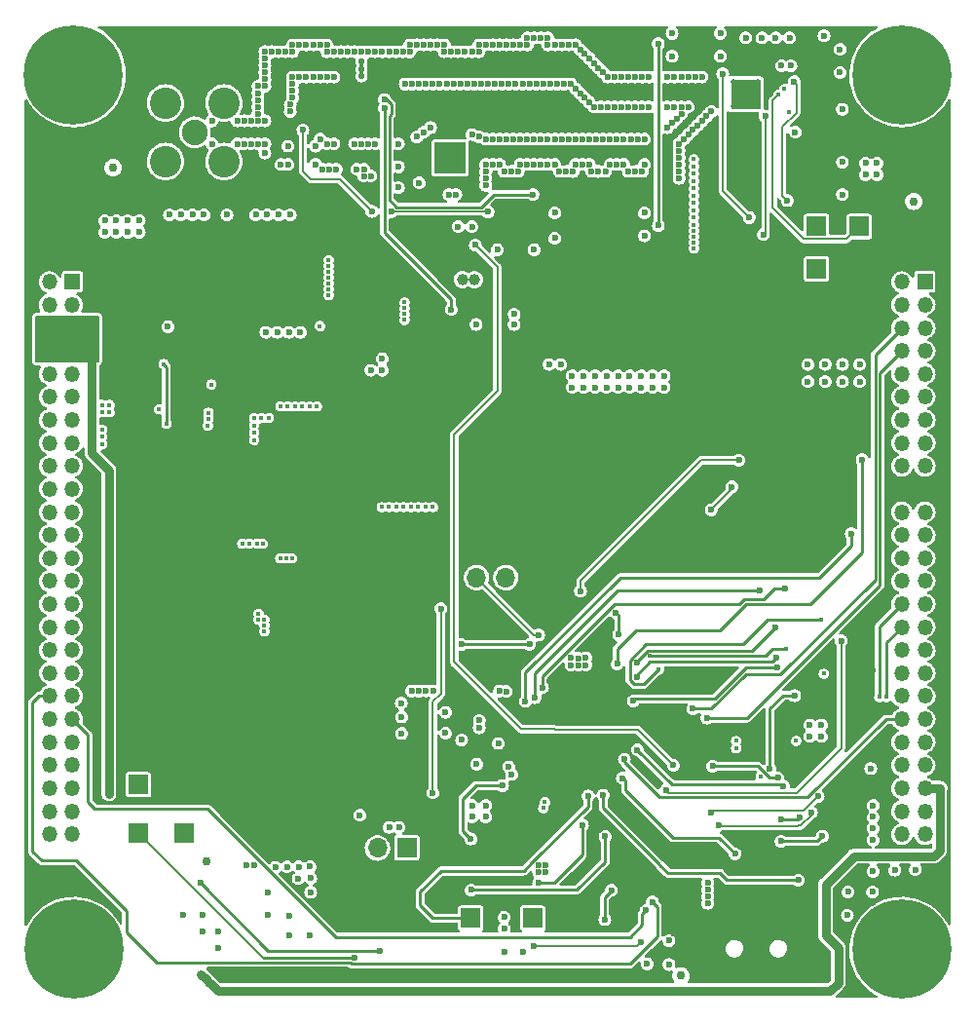
<source format=gbl>
G04 #@! TF.GenerationSoftware,KiCad,Pcbnew,(6.0.1)*
G04 #@! TF.CreationDate,2023-01-09T21:21:48+01:00*
G04 #@! TF.ProjectId,STS1_COBC_V2,53545331-5f43-44f4-9243-5f56322e6b69,rev?*
G04 #@! TF.SameCoordinates,Original*
G04 #@! TF.FileFunction,Copper,L4,Bot*
G04 #@! TF.FilePolarity,Positive*
%FSLAX46Y46*%
G04 Gerber Fmt 4.6, Leading zero omitted, Abs format (unit mm)*
G04 Created by KiCad (PCBNEW (6.0.1)) date 2023-01-09 21:21:48*
%MOMM*%
%LPD*%
G01*
G04 APERTURE LIST*
G04 #@! TA.AperFunction,ComponentPad*
%ADD10C,0.900000*%
G04 #@! TD*
G04 #@! TA.AperFunction,ComponentPad*
%ADD11C,8.600000*%
G04 #@! TD*
G04 #@! TA.AperFunction,ComponentPad*
%ADD12R,1.350000X1.350000*%
G04 #@! TD*
G04 #@! TA.AperFunction,ComponentPad*
%ADD13O,1.350000X1.350000*%
G04 #@! TD*
G04 #@! TA.AperFunction,ComponentPad*
%ADD14R,1.700000X1.700000*%
G04 #@! TD*
G04 #@! TA.AperFunction,ComponentPad*
%ADD15C,0.500000*%
G04 #@! TD*
G04 #@! TA.AperFunction,SMDPad,CuDef*
%ADD16R,2.700000X2.700000*%
G04 #@! TD*
G04 #@! TA.AperFunction,ComponentPad*
%ADD17O,1.700000X1.700000*%
G04 #@! TD*
G04 #@! TA.AperFunction,ComponentPad*
%ADD18C,2.240000*%
G04 #@! TD*
G04 #@! TA.AperFunction,ComponentPad*
%ADD19C,2.740000*%
G04 #@! TD*
G04 #@! TA.AperFunction,SMDPad,CuDef*
%ADD20R,2.600000X2.600000*%
G04 #@! TD*
G04 #@! TA.AperFunction,ComponentPad*
%ADD21C,1.000000*%
G04 #@! TD*
G04 #@! TA.AperFunction,HeatsinkPad*
%ADD22C,0.554000*%
G04 #@! TD*
G04 #@! TA.AperFunction,SMDPad,CuDef*
%ADD23R,0.334000X1.600000*%
G04 #@! TD*
G04 #@! TA.AperFunction,SMDPad,CuDef*
%ADD24C,0.750000*%
G04 #@! TD*
G04 #@! TA.AperFunction,ViaPad*
%ADD25C,0.600000*%
G04 #@! TD*
G04 #@! TA.AperFunction,ViaPad*
%ADD26C,0.400000*%
G04 #@! TD*
G04 #@! TA.AperFunction,Conductor*
%ADD27C,0.203200*%
G04 #@! TD*
G04 #@! TA.AperFunction,Conductor*
%ADD28C,0.762000*%
G04 #@! TD*
G04 #@! TA.AperFunction,Conductor*
%ADD29C,0.254000*%
G04 #@! TD*
G04 #@! TA.AperFunction,Conductor*
%ADD30C,0.200000*%
G04 #@! TD*
G04 APERTURE END LIST*
D10*
X194880419Y-44019581D03*
X190319581Y-44019581D03*
X192600000Y-49525000D03*
X189375000Y-46300000D03*
D11*
X192600000Y-46300000D03*
D10*
X195825000Y-46300000D03*
X190319581Y-48580419D03*
X194880419Y-48580419D03*
X192600000Y-43075000D03*
X118349581Y-124580419D03*
X122910419Y-120019581D03*
X122910419Y-124580419D03*
X118349581Y-120019581D03*
X120630000Y-119075000D03*
D11*
X120630000Y-122300000D03*
D10*
X117405000Y-122300000D03*
X123855000Y-122300000D03*
X120630000Y-125525000D03*
X190319581Y-124580419D03*
X192600000Y-119075000D03*
D11*
X192600000Y-122300000D03*
D10*
X190319581Y-120019581D03*
X192600000Y-125525000D03*
X189375000Y-122300000D03*
X195825000Y-122300000D03*
X194880419Y-124580419D03*
X194880419Y-120019581D03*
D12*
X194600000Y-64300000D03*
D13*
X192600000Y-64300000D03*
X194600000Y-66300000D03*
X192600000Y-66300000D03*
X194600000Y-68300000D03*
X192600000Y-68300000D03*
X194600000Y-70300000D03*
X192600000Y-70300000D03*
X194600000Y-72300000D03*
X192600000Y-72300000D03*
X194600000Y-74300000D03*
X192600000Y-74300000D03*
X194600000Y-76300000D03*
X192600000Y-76300000D03*
X194600000Y-78300000D03*
X192600000Y-78300000D03*
X194600000Y-80300000D03*
X192600000Y-80300000D03*
X194600000Y-82300000D03*
X192600000Y-82300000D03*
X194600000Y-84300000D03*
X192600000Y-84300000D03*
X194600000Y-86300000D03*
X192600000Y-86300000D03*
X194600000Y-88300000D03*
X192600000Y-88300000D03*
X194600000Y-90300000D03*
X192600000Y-90300000D03*
X194600000Y-92300000D03*
X192600000Y-92300000D03*
X194600000Y-94300000D03*
X192600000Y-94300000D03*
X194600000Y-96300000D03*
X192600000Y-96300000D03*
X194600000Y-98300000D03*
X192600000Y-98300000D03*
X194600000Y-100300000D03*
X192600000Y-100300000D03*
X194600000Y-102300000D03*
X192600000Y-102300000D03*
X194600000Y-104300000D03*
X192600000Y-104300000D03*
X194600000Y-106300000D03*
X192600000Y-106300000D03*
X194600000Y-108300000D03*
X192600000Y-108300000D03*
X194600000Y-110300000D03*
X192600000Y-110300000D03*
X194600000Y-112300000D03*
X192600000Y-112300000D03*
D10*
X120600000Y-43075000D03*
X122880419Y-44019581D03*
X120600000Y-49525000D03*
X117375000Y-46300000D03*
X122880419Y-48580419D03*
X123825000Y-46300000D03*
X118319581Y-44019581D03*
X118319581Y-48580419D03*
D11*
X120600000Y-46300000D03*
D12*
X120500000Y-64300000D03*
D13*
X118500000Y-64300000D03*
X120500000Y-66300000D03*
X118500000Y-66300000D03*
X120500000Y-68300000D03*
X118500000Y-68300000D03*
X120500000Y-70300000D03*
X118500000Y-70300000D03*
X120500000Y-72300000D03*
X118500000Y-72300000D03*
X120500000Y-74300000D03*
X118500000Y-74300000D03*
X120500000Y-76300000D03*
X118500000Y-76300000D03*
X120500000Y-78300000D03*
X118500000Y-78300000D03*
X120500000Y-80300000D03*
X118500000Y-80300000D03*
X120500000Y-82300000D03*
X118500000Y-82300000D03*
X120500000Y-84300000D03*
X118500000Y-84300000D03*
X120500000Y-86300000D03*
X118500000Y-86300000D03*
X120500000Y-88300000D03*
X118500000Y-88300000D03*
X120500000Y-90300000D03*
X118500000Y-90300000D03*
X120500000Y-92300000D03*
X118500000Y-92300000D03*
X120500000Y-94300000D03*
X118500000Y-94300000D03*
X120500000Y-96300000D03*
X118500000Y-96300000D03*
X120500000Y-98300000D03*
X118500000Y-98300000D03*
X120500000Y-100300000D03*
X118500000Y-100300000D03*
X120500000Y-102300000D03*
X118500000Y-102300000D03*
X120500000Y-104300000D03*
X118500000Y-104300000D03*
X120500000Y-106300000D03*
X118500000Y-106300000D03*
X120500000Y-108300000D03*
X118500000Y-108300000D03*
X120500000Y-110300000D03*
X118500000Y-110300000D03*
X120500000Y-112300000D03*
X118500000Y-112300000D03*
D14*
X160532540Y-119600000D03*
X155132540Y-119600000D03*
D15*
X152207540Y-53525000D03*
X153307540Y-54625000D03*
X153307540Y-52425000D03*
X152207540Y-52425000D03*
X154407540Y-52425000D03*
X152207540Y-54625000D03*
X153307540Y-53525000D03*
X154407540Y-54625000D03*
X154407540Y-53525000D03*
D16*
X153307540Y-53525000D03*
D14*
X155592540Y-87460000D03*
D17*
X155632540Y-90000000D03*
X158172540Y-90000000D03*
D14*
X149562540Y-113465000D03*
D17*
X147022540Y-113505000D03*
X147022540Y-116045000D03*
D18*
X131132540Y-51300000D03*
D19*
X128592540Y-48760000D03*
X133672540Y-53840000D03*
X133672540Y-48760000D03*
X128592540Y-53840000D03*
D15*
X177982540Y-46950000D03*
X180082540Y-46950000D03*
X177982540Y-49050000D03*
X180082540Y-49050000D03*
D20*
X179032540Y-48000000D03*
D14*
X188871000Y-59490000D03*
X130232540Y-112200000D03*
D21*
X155465940Y-64100000D03*
X154399140Y-64100000D03*
D14*
X185188000Y-63173000D03*
X126232540Y-108000000D03*
X126232540Y-112200000D03*
D22*
X145632540Y-45167000D03*
D23*
X145632540Y-45800000D03*
D22*
X145632540Y-46433000D03*
X145632540Y-45800000D03*
D14*
X185188000Y-59490000D03*
D24*
X132122000Y-114690000D03*
X124037000Y-54375500D03*
X173400000Y-124600000D03*
X193632540Y-57300000D03*
D25*
X146537000Y-58175500D03*
D26*
X123682540Y-108168460D03*
X123682540Y-107660460D03*
X128683000Y-76642500D03*
X132495770Y-125263230D03*
D25*
X123682540Y-108800000D03*
D26*
X128429000Y-71435500D03*
X132114770Y-124882230D03*
D25*
X131682540Y-124450000D03*
X168482540Y-105780000D03*
X181812540Y-97810000D03*
X169256900Y-100709359D03*
X181702540Y-96970000D03*
X169552540Y-98680000D03*
D26*
X170710000Y-96828000D03*
X182521000Y-96193000D03*
D25*
X181632540Y-94310000D03*
X169592540Y-97380000D03*
D26*
X191284000Y-100384000D03*
X190649000Y-100384000D03*
X185569000Y-93653000D03*
X171472000Y-97971000D03*
D25*
X175666404Y-102209826D03*
X174432540Y-101400000D03*
X155832540Y-43700000D03*
X145832540Y-54500000D03*
D26*
X123095000Y-74991500D03*
X174520000Y-59363000D03*
D25*
X146437000Y-71975500D03*
X187432540Y-53900000D03*
X161432540Y-47100000D03*
X167937000Y-73475500D03*
X170232540Y-51900000D03*
X161032540Y-115600000D03*
X145832540Y-55100000D03*
X158032540Y-119500000D03*
X139632540Y-48300000D03*
X154232540Y-47100000D03*
X166937000Y-72475500D03*
X140232540Y-43700000D03*
X143232540Y-52300000D03*
D26*
X174520000Y-61395000D03*
D25*
X190100000Y-111800000D03*
D26*
X137182000Y-94161000D03*
D25*
X140832540Y-46500000D03*
X135612540Y-115020000D03*
X185600000Y-102800000D03*
D26*
X148027000Y-83875500D03*
D25*
X167632540Y-49100000D03*
X158832540Y-51900000D03*
X173032540Y-50100000D03*
X149232540Y-44300000D03*
X135432540Y-52300000D03*
D26*
X142770000Y-64443000D03*
D25*
X170937000Y-72475500D03*
X154632540Y-44300000D03*
X158232540Y-51900000D03*
X190100000Y-110800000D03*
X138432540Y-44300000D03*
X142032540Y-46500000D03*
X154032540Y-44300000D03*
X158432540Y-47100000D03*
X175732540Y-118300000D03*
D26*
X140494000Y-75118500D03*
D25*
X148882540Y-111700000D03*
X139152540Y-115140000D03*
X136282540Y-115020000D03*
X148032540Y-44300000D03*
X164632540Y-44100000D03*
X151832540Y-47100000D03*
D26*
X142770000Y-62919000D03*
X174520000Y-58728000D03*
D25*
X182832540Y-43100000D03*
X170032540Y-46500000D03*
X125312000Y-59975500D03*
X158632540Y-54700000D03*
X185832540Y-42900000D03*
X155832540Y-44300000D03*
D26*
X142770000Y-65459000D03*
D25*
X155232540Y-110800000D03*
X158032540Y-120500000D03*
X137232540Y-53100000D03*
X170632540Y-49100000D03*
X163632540Y-51900000D03*
X163232540Y-47100000D03*
X166232540Y-54700000D03*
X143232540Y-46500000D03*
X137312000Y-68689000D03*
X160032540Y-43700000D03*
X139437000Y-58475500D03*
X147437000Y-70975500D03*
X172232540Y-50900000D03*
X166632540Y-51900000D03*
D26*
X123085000Y-77778000D03*
D25*
X140232540Y-46500000D03*
X165432540Y-44900000D03*
X173232540Y-52900000D03*
X162832540Y-54700000D03*
X152232540Y-43700000D03*
X148632540Y-44300000D03*
X160632540Y-43100000D03*
D26*
X149297000Y-83875500D03*
D25*
X181632540Y-43100000D03*
X187232540Y-44100000D03*
X172632540Y-50500000D03*
X142232540Y-54500000D03*
D26*
X178203000Y-104194000D03*
D25*
X145632540Y-52300000D03*
X132632540Y-50300000D03*
X136632540Y-52300000D03*
X165432540Y-54100000D03*
X175232540Y-50300000D03*
X126312000Y-58975500D03*
X164482540Y-97600000D03*
X158832540Y-43700000D03*
X176832540Y-42700000D03*
X169032540Y-51900000D03*
X165432540Y-51900000D03*
X162432540Y-58300000D03*
X137232540Y-50300000D03*
X168937000Y-73475500D03*
X176832540Y-44700000D03*
D26*
X147392000Y-83875500D03*
D25*
X165832540Y-49100000D03*
X156432540Y-109800000D03*
X131782540Y-119280000D03*
X146232540Y-52300000D03*
X123312000Y-59975500D03*
X161832540Y-43700000D03*
X157632540Y-51900000D03*
X130937000Y-58475500D03*
D26*
X136303000Y-76134500D03*
D25*
X145032540Y-44300000D03*
X166832540Y-54700000D03*
D26*
X139859000Y-75118500D03*
D25*
X147437000Y-71975500D03*
X123312000Y-58975500D03*
D26*
X149374000Y-67618000D03*
D25*
X174832540Y-50700000D03*
X150602540Y-99850000D03*
X133937000Y-58475500D03*
D26*
X123085000Y-77143000D03*
D25*
X137832540Y-44300000D03*
X137532540Y-117380000D03*
X166632540Y-46100000D03*
X126312000Y-59975500D03*
D26*
X137182000Y-94669000D03*
D25*
X162432540Y-60500000D03*
X153232540Y-56700000D03*
X182140000Y-45520000D03*
X150432540Y-51700000D03*
X187872540Y-119330000D03*
X168232540Y-46500000D03*
X159432540Y-43700000D03*
X131782540Y-120790000D03*
X172832540Y-49100000D03*
X162432540Y-43700000D03*
D26*
X139087000Y-88319000D03*
D25*
X162032540Y-47100000D03*
X191992540Y-115410000D03*
X142832540Y-54500000D03*
X176032540Y-49500000D03*
X139312540Y-119370000D03*
X136032540Y-52300000D03*
X158032540Y-54700000D03*
X141102540Y-121100000D03*
X174032540Y-49100000D03*
X156432540Y-55900000D03*
X154332540Y-104100000D03*
X138312000Y-68689000D03*
X170032540Y-54700000D03*
X170452540Y-123560000D03*
X158899000Y-67999000D03*
X175232540Y-46500000D03*
D26*
X148662000Y-83875500D03*
D25*
X137232540Y-44300000D03*
X141632540Y-52500000D03*
X188937000Y-71475500D03*
X155232540Y-44300000D03*
X175732540Y-117100000D03*
X138632540Y-54100000D03*
X175732540Y-117700000D03*
X150432540Y-43700000D03*
X168937000Y-72475500D03*
X140132540Y-116150000D03*
X140312000Y-68689000D03*
X145232540Y-54500000D03*
X190052540Y-117300000D03*
X135432540Y-50300000D03*
X141432540Y-46500000D03*
X164937000Y-73475500D03*
X187432540Y-49300000D03*
X189437000Y-53975500D03*
X174032540Y-51500000D03*
X168432540Y-54100000D03*
X158682540Y-107100000D03*
X142632540Y-44300000D03*
X160032540Y-54100000D03*
D26*
X174520000Y-55553000D03*
D25*
X155432540Y-47100000D03*
X142632540Y-46500000D03*
X130122540Y-119310000D03*
X159232540Y-54700000D03*
X161832540Y-54100000D03*
D26*
X141764000Y-75118500D03*
X174520000Y-53648000D03*
D25*
X124312000Y-58975500D03*
X163032540Y-43700000D03*
X167032540Y-46500000D03*
X184437000Y-72975500D03*
X172362540Y-123630000D03*
X162432540Y-54100000D03*
X169432540Y-49100000D03*
X190092540Y-115510000D03*
X185937000Y-71475500D03*
X158432540Y-106450000D03*
X167232540Y-54100000D03*
X143832540Y-44300000D03*
X159032540Y-47100000D03*
X163632540Y-43700000D03*
D26*
X132270500Y-76801000D03*
D25*
X151232540Y-47100000D03*
X150632540Y-55700000D03*
X175632540Y-49900000D03*
X143432540Y-54500000D03*
D26*
X142770000Y-64951000D03*
D25*
X165132540Y-97600000D03*
D26*
X178203000Y-104829000D03*
D25*
X173232540Y-55300000D03*
D26*
X174520000Y-59871000D03*
D25*
X157432540Y-61500000D03*
X173232540Y-54100000D03*
X154832540Y-47100000D03*
X136032540Y-50300000D03*
D26*
X142770000Y-63427000D03*
D25*
X161632540Y-115600000D03*
D26*
X149932000Y-83875500D03*
D25*
X139632540Y-44300000D03*
X139312540Y-121070000D03*
X140832540Y-43700000D03*
X169432540Y-46500000D03*
X180432540Y-43100000D03*
X142632540Y-52300000D03*
X166232540Y-45700000D03*
X149112540Y-103550000D03*
X168832540Y-54700000D03*
X145032540Y-52300000D03*
X172632540Y-44700000D03*
X164232540Y-47500000D03*
D26*
X174520000Y-57458000D03*
D25*
X136632540Y-48500000D03*
X165937000Y-73475500D03*
D26*
X132575000Y-73213500D03*
D25*
X140162540Y-115120000D03*
X149112540Y-102110000D03*
D26*
X137573000Y-76134500D03*
D25*
X167232540Y-51900000D03*
X161832540Y-43100000D03*
X175732540Y-116500000D03*
X172232540Y-49100000D03*
X145632540Y-44300000D03*
X156632540Y-47100000D03*
X159432540Y-54100000D03*
D26*
X174520000Y-60887000D03*
D25*
X163832540Y-96950000D03*
X165632540Y-54700000D03*
X149832074Y-44307273D03*
X167832540Y-54100000D03*
D26*
X151837000Y-83875500D03*
D25*
X155862540Y-103050000D03*
X146832540Y-44300000D03*
X160632540Y-51900000D03*
X137232540Y-52300000D03*
X136632540Y-49700000D03*
X148832540Y-56100000D03*
X151632540Y-50900000D03*
D26*
X149374000Y-67110000D03*
D25*
X139032540Y-44300000D03*
X167632540Y-46500000D03*
X170937000Y-73475500D03*
X169432540Y-54700000D03*
D26*
X141129000Y-75118500D03*
D25*
X172362540Y-121550000D03*
X136632540Y-47900000D03*
X137232540Y-46100000D03*
X139312000Y-68689000D03*
X139632540Y-47700000D03*
X142632540Y-43700000D03*
X137502540Y-119310000D03*
X168832540Y-49100000D03*
X166032540Y-51900000D03*
X144432540Y-44300000D03*
X187922540Y-117300000D03*
X151032540Y-51300000D03*
X141162540Y-115110000D03*
X133212540Y-120730000D03*
X136632540Y-50300000D03*
D26*
X132325064Y-76175436D03*
D25*
X159632540Y-47100000D03*
X172632540Y-42700000D03*
X131937000Y-58475500D03*
D26*
X174520000Y-56823000D03*
X136938000Y-76134500D03*
D25*
X164232540Y-51900000D03*
X157632540Y-43700000D03*
D26*
X183410000Y-104194000D03*
D25*
X165832540Y-45300000D03*
X171937000Y-73475500D03*
X160632540Y-54100000D03*
X170232540Y-54100000D03*
D26*
X128048000Y-75372500D03*
D25*
X173432540Y-49100000D03*
X149982540Y-99850000D03*
X153832540Y-56700000D03*
X157532540Y-104400000D03*
X165032540Y-48300000D03*
X165132540Y-96950000D03*
X168832540Y-46500000D03*
X164937000Y-72475500D03*
D26*
X136674000Y-93653000D03*
D25*
X160832540Y-47100000D03*
X169937000Y-72475500D03*
X155232540Y-59500000D03*
X158192540Y-99890000D03*
X156432540Y-55300000D03*
X133212540Y-122200000D03*
X155232540Y-51500000D03*
D26*
X137055000Y-87049000D03*
D25*
X169632540Y-51900000D03*
X164632540Y-47900000D03*
X146232540Y-44300000D03*
X139632540Y-43700000D03*
X142032540Y-43700000D03*
X149432540Y-47100000D03*
X157832540Y-47100000D03*
X152832540Y-44300000D03*
X134832540Y-52300000D03*
X189902540Y-106600000D03*
X151032540Y-43700000D03*
X163937000Y-72475500D03*
X168432540Y-51900000D03*
X173632540Y-51900000D03*
D26*
X136674000Y-93145000D03*
D25*
X174632540Y-46500000D03*
X163432540Y-54700000D03*
X151232540Y-99840000D03*
X149092540Y-100910000D03*
X139432540Y-49500000D03*
D26*
X151202000Y-83875500D03*
D25*
X184600000Y-102800000D03*
X166432540Y-49100000D03*
X189437000Y-54975500D03*
X153632540Y-47100000D03*
X148032540Y-111700000D03*
X184437000Y-71475500D03*
X155232540Y-109800000D03*
X173432540Y-46500000D03*
X149832540Y-43700000D03*
X161232540Y-43100000D03*
X147432540Y-44300000D03*
X156432540Y-54700000D03*
X173232540Y-54700000D03*
X136632540Y-47300000D03*
X163832540Y-97600000D03*
X164232540Y-43700000D03*
X171937000Y-72475500D03*
D26*
X174520000Y-54918000D03*
D25*
X157632540Y-99850000D03*
X158899000Y-67110000D03*
D26*
X135912000Y-87049000D03*
X149374000Y-66094000D03*
D25*
X165432540Y-48700000D03*
X187437000Y-72975500D03*
D26*
X174520000Y-56188000D03*
D25*
X141212540Y-117350000D03*
X174032540Y-46500000D03*
D26*
X123095000Y-75626500D03*
D25*
X138142540Y-115170000D03*
X150032540Y-47100000D03*
X141432540Y-43700000D03*
X156032540Y-47100000D03*
X164832540Y-54100000D03*
X157032540Y-54100000D03*
X185600000Y-103800000D03*
D26*
X174520000Y-58093000D03*
D25*
X160032540Y-43100000D03*
X136437000Y-58475500D03*
X161032540Y-115000000D03*
X170232540Y-58300000D03*
X162432540Y-51900000D03*
X161632540Y-115000000D03*
X145482540Y-110650000D03*
X136632540Y-49100000D03*
X156432540Y-110800000D03*
X152932540Y-103500000D03*
X190437000Y-54975500D03*
X163937000Y-73475500D03*
X164832540Y-51900000D03*
X157632540Y-54100000D03*
D26*
X136303000Y-77404500D03*
D25*
X167032540Y-49100000D03*
X132632540Y-52300000D03*
X142032540Y-51900000D03*
X146832540Y-52300000D03*
X170632540Y-46500000D03*
X164482540Y-97000000D03*
X125312000Y-58975500D03*
D26*
X149374000Y-66602000D03*
D25*
X137232540Y-45500000D03*
X190100000Y-109800000D03*
D26*
X136303000Y-78039500D03*
D25*
X190100000Y-112800000D03*
D26*
X135277000Y-87049000D03*
D25*
X170232540Y-60300000D03*
X152432540Y-47100000D03*
X151632540Y-43700000D03*
D26*
X174520000Y-54283000D03*
D25*
X167937000Y-72475500D03*
X151882540Y-99850000D03*
X165937000Y-72475500D03*
X154032540Y-59500000D03*
X150632540Y-47100000D03*
X139232540Y-54100000D03*
X161937000Y-71475500D03*
X146432540Y-55100000D03*
X128812000Y-68189000D03*
D26*
X123730000Y-74991500D03*
D25*
X157032540Y-43700000D03*
X163032540Y-51900000D03*
X170032540Y-49100000D03*
X163832540Y-47100000D03*
X187432540Y-56700000D03*
X173232540Y-53500000D03*
X152832540Y-43700000D03*
X153432540Y-44300000D03*
X160232540Y-47100000D03*
X155872540Y-102400000D03*
X190437000Y-53975500D03*
X161232540Y-54100000D03*
X148832540Y-52300000D03*
D26*
X139595000Y-88319000D03*
D25*
X139632540Y-47100000D03*
X174432540Y-51100000D03*
X137232540Y-47300000D03*
D26*
X136547000Y-87049000D03*
D25*
X185937000Y-72975500D03*
D26*
X138579000Y-88319000D03*
D25*
X183326900Y-51300000D03*
X156432540Y-43700000D03*
X124312000Y-59975500D03*
X169937000Y-73475500D03*
D26*
X142770000Y-63935000D03*
D25*
X161832540Y-51900000D03*
X162632540Y-47100000D03*
X187437000Y-71475500D03*
X164232540Y-54100000D03*
D26*
X123085000Y-78413000D03*
D25*
X158232540Y-43700000D03*
X173232540Y-52300000D03*
X134832540Y-50300000D03*
X137437000Y-58475500D03*
X128937000Y-58475500D03*
X152932540Y-101700000D03*
X162937000Y-71475500D03*
X139432540Y-48900000D03*
X172832540Y-46500000D03*
X187232540Y-46100000D03*
D26*
X174520000Y-60379000D03*
X137182000Y-93653000D03*
D25*
X159432540Y-51900000D03*
X164032540Y-54700000D03*
X166937000Y-73475500D03*
X167832540Y-51900000D03*
D26*
X142018000Y-68133500D03*
D25*
X184600000Y-103800000D03*
X188937000Y-72975500D03*
X148832540Y-54300000D03*
D26*
X132325064Y-75667436D03*
D25*
X193772540Y-115390000D03*
X137232540Y-46700000D03*
D26*
X139224000Y-75118500D03*
D25*
X138437000Y-58475500D03*
X160032540Y-51900000D03*
X129937000Y-58475500D03*
X168232540Y-49100000D03*
X141222540Y-116130000D03*
X160632540Y-61500000D03*
D26*
X136303000Y-76769500D03*
D25*
X159632540Y-122500000D03*
X161232540Y-51900000D03*
X165032540Y-44500000D03*
X155832540Y-51700000D03*
X156432540Y-51900000D03*
X172232540Y-46500000D03*
X156432540Y-54100000D03*
X143232540Y-44300000D03*
X173432540Y-49700000D03*
X153032540Y-47100000D03*
D26*
X150567000Y-83875500D03*
D25*
X155632540Y-106200000D03*
X158032540Y-122500000D03*
X137232540Y-44900000D03*
D26*
X123730000Y-75626500D03*
D25*
X157232540Y-47100000D03*
X157032540Y-51900000D03*
X139632540Y-46500000D03*
X179032540Y-43100000D03*
X139232540Y-52500000D03*
D26*
X138589000Y-75118500D03*
D25*
X155597000Y-67999000D03*
X141632540Y-54100000D03*
D26*
X142770000Y-62411000D03*
X185823000Y-98352000D03*
D25*
X182952800Y-45520000D03*
X162709000Y-102670000D03*
D26*
X185061000Y-106099000D03*
D25*
X155978000Y-111941000D03*
X159932540Y-67000000D03*
X159632540Y-114650000D03*
D26*
X141881000Y-90732000D03*
D25*
X175917000Y-103178000D03*
X162782540Y-118350000D03*
D26*
X141881000Y-90224000D03*
X141881000Y-89716000D03*
X190170100Y-98074976D03*
D25*
X145302540Y-107990000D03*
X172332540Y-54800000D03*
X183632540Y-55300000D03*
X177532540Y-61600000D03*
X173869540Y-114463000D03*
X153132540Y-117400000D03*
X162709000Y-102035000D03*
X163932540Y-117900000D03*
X153237000Y-73575500D03*
X165932540Y-113000000D03*
X144412878Y-48478900D03*
X174469540Y-114463000D03*
X172800000Y-120900000D03*
D26*
X141881000Y-89208000D03*
D25*
X156732540Y-111900000D03*
X173857540Y-115075000D03*
X153432540Y-66700000D03*
X147632540Y-49200000D03*
X154332540Y-95800000D03*
X160232540Y-95800000D03*
X166632540Y-108900000D03*
X157892540Y-108061100D03*
X155132540Y-112700000D03*
X183600000Y-116300000D03*
X155172540Y-117140000D03*
X166807540Y-112475000D03*
X165332540Y-108976100D03*
X131632540Y-116500000D03*
X147232540Y-122400000D03*
X167357540Y-117175000D03*
X166782540Y-119725000D03*
X145032540Y-123000000D03*
X176152540Y-106380000D03*
X181829900Y-107403311D03*
X178100000Y-114000000D03*
X168312540Y-107420000D03*
X169602540Y-104970000D03*
X182320622Y-108139311D03*
X161032540Y-95000000D03*
X181124000Y-106607000D03*
X183283000Y-100257000D03*
X148211440Y-58200000D03*
X156632540Y-58200000D03*
X140532540Y-51100000D03*
X161362540Y-99554820D03*
X182470261Y-90928244D03*
X160712540Y-100428900D03*
X180232540Y-91100000D03*
X159872540Y-100750000D03*
X188202540Y-86170000D03*
X170362540Y-118910000D03*
X170922540Y-118190000D03*
X167853640Y-97500000D03*
X189142540Y-79750000D03*
X164832540Y-111500000D03*
X160632540Y-122000000D03*
X169932540Y-121650000D03*
X161032540Y-116500000D03*
D26*
X182394000Y-47552000D03*
X161439000Y-110036000D03*
X182775000Y-49584000D03*
X180323073Y-107302031D03*
D25*
X176724482Y-111490190D03*
X184732540Y-110400000D03*
X179332540Y-58700000D03*
X177032540Y-46200000D03*
X185332540Y-109000000D03*
X176055699Y-110396100D03*
X176032540Y-84100000D03*
X177832540Y-82100000D03*
X187332540Y-95500000D03*
X182635098Y-57235408D03*
X183232540Y-46900000D03*
X172107540Y-108475000D03*
D26*
X181893066Y-48016142D03*
X161572856Y-109500576D03*
D25*
X172742540Y-106300000D03*
X155532540Y-61100000D03*
X167742540Y-93040000D03*
X167982540Y-94960000D03*
X180572100Y-60190707D03*
X178432540Y-79800000D03*
X164662540Y-91160000D03*
X180732540Y-49900000D03*
X152532540Y-92700000D03*
X151832540Y-108700000D03*
X160532540Y-56700000D03*
X147632540Y-48448097D03*
X171432540Y-59400000D03*
X171432540Y-43600000D03*
X185696000Y-112449000D03*
X182100001Y-112900000D03*
X183741128Y-110822438D03*
X182100000Y-111000000D03*
D27*
X140532540Y-54671040D02*
X140532540Y-51100000D01*
X143737000Y-55375500D02*
X141237000Y-55375500D01*
X146537000Y-58175500D02*
X143737000Y-55375500D01*
X141237000Y-55375500D02*
X140532540Y-54671040D01*
D28*
X185982540Y-116650000D02*
X185982540Y-121100000D01*
X194632540Y-108300000D02*
X195932540Y-108300000D01*
X133132540Y-125900000D02*
X132495770Y-125263230D01*
X123682540Y-108800000D02*
X123682540Y-108168460D01*
X195382540Y-114200000D02*
X188432540Y-114200000D01*
X185982540Y-121100000D02*
X187082540Y-122200000D01*
X186382540Y-125900000D02*
X133132540Y-125900000D01*
X187082540Y-122200000D02*
X187082540Y-125200000D01*
X123682540Y-108168460D02*
X123682540Y-107660460D01*
X188432540Y-114200000D02*
X185982540Y-116650000D01*
X195932540Y-108300000D02*
X195900000Y-108332540D01*
X132495770Y-125263230D02*
X132432540Y-125200000D01*
X123682540Y-80661540D02*
X122196000Y-79175000D01*
X121576000Y-70300000D02*
X120500000Y-70300000D01*
X132114770Y-124882230D02*
X131682540Y-124450000D01*
D29*
X128683000Y-76642500D02*
X128683000Y-71689500D01*
D28*
X123682540Y-107660460D02*
X123682540Y-80661540D01*
D29*
X128683000Y-71689500D02*
X128429000Y-71435500D01*
D28*
X122196000Y-79175000D02*
X122196000Y-70920000D01*
X122196000Y-70920000D02*
X121576000Y-70300000D01*
X187082540Y-125200000D02*
X186382540Y-125900000D01*
X195900000Y-108332540D02*
X195900000Y-113682540D01*
X132432540Y-125200000D02*
X132114770Y-124882230D01*
X195900000Y-113682540D02*
X195382540Y-114200000D01*
D29*
X184413835Y-109100000D02*
X191213835Y-102300000D01*
X168482540Y-105780000D02*
X168482540Y-106050000D01*
X171532540Y-109100000D02*
X184413835Y-109100000D01*
X191213835Y-102300000D02*
X192632540Y-102300000D01*
X168482540Y-106050000D02*
X171532540Y-109100000D01*
X181812540Y-97810000D02*
X179028850Y-97810000D01*
X169446259Y-100520000D02*
X169256900Y-100709359D01*
X179028850Y-97810000D02*
X176318850Y-100520000D01*
X176318850Y-100520000D02*
X169446259Y-100520000D01*
X181365639Y-97306901D02*
X181702540Y-96970000D01*
X169552540Y-98680000D02*
X169552540Y-98440000D01*
X170685639Y-97306901D02*
X181365639Y-97306901D01*
X169552540Y-98440000D02*
X170685639Y-97306901D01*
X170710000Y-96828000D02*
X180743000Y-96828000D01*
X181378000Y-96193000D02*
X182521000Y-96193000D01*
X180743000Y-96828000D02*
X181251000Y-96320000D01*
X181251000Y-96320000D02*
X181378000Y-96193000D01*
X170511632Y-96349099D02*
X169592540Y-97268191D01*
X191284000Y-100384000D02*
X191284000Y-95616000D01*
X169592540Y-97268191D02*
X169592540Y-97380000D01*
X179593441Y-96349099D02*
X170511632Y-96349099D01*
X181632540Y-94310000D02*
X179593441Y-96349099D01*
X191284000Y-95616000D02*
X192600000Y-94300000D01*
X168973629Y-97180206D02*
X170379755Y-95774080D01*
X190649000Y-94251000D02*
X192600000Y-92300000D01*
X190649000Y-100384000D02*
X190649000Y-94251000D01*
X170379755Y-95774080D02*
X178838000Y-95774080D01*
X170184089Y-99258911D02*
X169312746Y-99258911D01*
X180959080Y-93653000D02*
X185569000Y-93653000D01*
X169312746Y-99258911D02*
X168973629Y-98919794D01*
X168973629Y-98919794D02*
X168973629Y-97180206D01*
X178838000Y-95774080D02*
X180959080Y-93653000D01*
X171472000Y-97971000D02*
X170184089Y-99258911D01*
X190688460Y-72244080D02*
X192632540Y-70300000D01*
X175666404Y-102209826D02*
X179152714Y-102209826D01*
X179152714Y-102209826D02*
X190688460Y-90674080D01*
X190688460Y-90674080D02*
X190688460Y-72244080D01*
X179043629Y-98388911D02*
X182052334Y-98388911D01*
X176032540Y-101400000D02*
X179043629Y-98388911D01*
X174432540Y-101400000D02*
X176032540Y-101400000D01*
X182052334Y-98388911D02*
X190282540Y-90158705D01*
X190282540Y-90158705D02*
X190282540Y-70650000D01*
X190282540Y-70650000D02*
X192632540Y-68300000D01*
X153432540Y-65834540D02*
X153432540Y-66700000D01*
X147632540Y-49200000D02*
X147632540Y-60034540D01*
X147632540Y-60034540D02*
X153432540Y-65834540D01*
X160232540Y-95800000D02*
X154332540Y-95800000D01*
X176800000Y-115700000D02*
X172300000Y-115700000D01*
X171552540Y-114952540D02*
X171552540Y-114920000D01*
X183600000Y-116300000D02*
X177400000Y-116300000D01*
X155571440Y-108061100D02*
X157892540Y-108061100D01*
X177400000Y-116300000D02*
X176800000Y-115700000D01*
X154432540Y-112000000D02*
X154432540Y-109200000D01*
X171552540Y-114920000D02*
X166632540Y-110000000D01*
X172300000Y-115700000D02*
X171552540Y-114952540D01*
X166632540Y-110000000D02*
X166632540Y-108900000D01*
X154432540Y-109200000D02*
X155571440Y-108061100D01*
X155132540Y-112700000D02*
X154432540Y-112000000D01*
X155172540Y-117140000D02*
X164367540Y-117140000D01*
X164367540Y-117140000D02*
X166807540Y-114700000D01*
X166807540Y-114700000D02*
X166807540Y-112475000D01*
X152532540Y-115500000D02*
X159732540Y-115500000D01*
X150732540Y-117300000D02*
X152532540Y-115500000D01*
X159732540Y-115500000D02*
X160453629Y-114778911D01*
X151832540Y-119600000D02*
X150732540Y-118500000D01*
X155132540Y-119600000D02*
X151832540Y-119600000D01*
X160792746Y-114421089D02*
X160811451Y-114421089D01*
X160453629Y-114778911D02*
X160453629Y-114760206D01*
X160453629Y-114760206D02*
X160792746Y-114421089D01*
X165332540Y-109900000D02*
X165332540Y-108976100D01*
X150732540Y-118500000D02*
X150732540Y-117300000D01*
X160811451Y-114421089D02*
X165332540Y-109900000D01*
X147232540Y-122400000D02*
X137532540Y-122400000D01*
X137532540Y-122400000D02*
X131632540Y-116500000D01*
X166782540Y-117750000D02*
X167357540Y-117175000D01*
X166782540Y-119725000D02*
X166782540Y-117750000D01*
D30*
X137032540Y-123000000D02*
X126232540Y-112200000D01*
D29*
X145032540Y-123000000D02*
X137032540Y-123000000D01*
X181101620Y-107403311D02*
X181829900Y-107403311D01*
X176152540Y-106380000D02*
X180078309Y-106380000D01*
X180078309Y-106380000D02*
X181101620Y-107403311D01*
X168600000Y-107600000D02*
X168420000Y-107420000D01*
X176700000Y-112600000D02*
X172700000Y-112600000D01*
X168420000Y-107420000D02*
X168312540Y-107420000D01*
X172700000Y-112600000D02*
X168600000Y-108500000D01*
X168600000Y-108500000D02*
X168600000Y-107600000D01*
X178100000Y-114000000D02*
X176700000Y-112600000D01*
X169602540Y-104970000D02*
X172614752Y-107982212D01*
X182163523Y-107982212D02*
X182320622Y-108139311D01*
X172614752Y-107982212D02*
X182163523Y-107982212D01*
D30*
X161032540Y-95000000D02*
X160632540Y-95000000D01*
X160632540Y-95000000D02*
X155632540Y-90000000D01*
D29*
X181124000Y-106607000D02*
X181124000Y-101400000D01*
X181124000Y-101400000D02*
X182267000Y-100257000D01*
X182267000Y-100257000D02*
X183283000Y-100257000D01*
D30*
X148211440Y-58200000D02*
X156632540Y-58200000D01*
D29*
X178458482Y-92340000D02*
X178924402Y-91874080D01*
X178924402Y-91874080D02*
X180591431Y-91874080D01*
X161362540Y-98570000D02*
X167592540Y-92340000D01*
X161362540Y-99554820D02*
X161362540Y-98570000D01*
X181537267Y-90928244D02*
X182470261Y-90928244D01*
X180591431Y-91874080D02*
X181537267Y-90928244D01*
X167592540Y-92340000D02*
X178458482Y-92340000D01*
X180232540Y-91100000D02*
X167902540Y-91100000D01*
X167902540Y-91100000D02*
X160712540Y-98290000D01*
X160712540Y-98290000D02*
X160712540Y-100428900D01*
X188202540Y-86170000D02*
X188202540Y-87220000D01*
X188202540Y-87220000D02*
X185412540Y-90010000D01*
X185412540Y-90010000D02*
X168112540Y-90010000D01*
X168112540Y-90010000D02*
X159872540Y-98250000D01*
X159872540Y-98250000D02*
X159872540Y-100750000D01*
X143382540Y-121250000D02*
X132232540Y-110100000D01*
X168961245Y-121250000D02*
X143382540Y-121250000D01*
X170362540Y-118910000D02*
X170031892Y-119240648D01*
X132232540Y-110100000D02*
X122432540Y-110100000D01*
X170032540Y-119241296D02*
X170032540Y-120178705D01*
X121832540Y-109500000D02*
X121832540Y-103632540D01*
X121832540Y-103632540D02*
X120500000Y-102300000D01*
X170032540Y-120178705D02*
X168961245Y-121250000D01*
X170031892Y-119240648D02*
X170032540Y-119241296D01*
X122432540Y-110100000D02*
X121832540Y-109500000D01*
X171352540Y-118620000D02*
X171352540Y-121200000D01*
X144792746Y-123578911D02*
X144663835Y-123450000D01*
X125211451Y-120828911D02*
X125211451Y-118928911D01*
X168973629Y-123578911D02*
X144792746Y-123578911D01*
X144663835Y-123450000D02*
X127832540Y-123450000D01*
X117612540Y-100300000D02*
X118500000Y-100300000D01*
X120852540Y-114570000D02*
X117812540Y-114570000D01*
X117042540Y-113800000D02*
X117042540Y-100870000D01*
X117042540Y-100870000D02*
X117612540Y-100300000D01*
X171352540Y-121200000D02*
X168973629Y-123578911D01*
X127832540Y-123450000D02*
X125211451Y-120828911D01*
X125211451Y-118928911D02*
X120852540Y-114570000D01*
X117812540Y-114570000D02*
X117042540Y-113800000D01*
X170922540Y-118190000D02*
X171352540Y-118620000D01*
X167853640Y-97500000D02*
X167853640Y-96198900D01*
X189132540Y-87790000D02*
X189132540Y-79760000D01*
X184642540Y-92280000D02*
X189132540Y-87790000D01*
X189132540Y-79760000D02*
X189142540Y-79750000D01*
X169492540Y-94560000D02*
X176812540Y-94560000D01*
X176812540Y-94560000D02*
X179092540Y-92280000D01*
X167853640Y-96198900D02*
X169492540Y-94560000D01*
X179092540Y-92280000D02*
X184642540Y-92280000D01*
D30*
X169932540Y-121650000D02*
X169582540Y-122000000D01*
D29*
X161032540Y-116500000D02*
X162382540Y-116500000D01*
X164832540Y-114050000D02*
X164832540Y-111500000D01*
D30*
X169582540Y-122000000D02*
X160632540Y-122000000D01*
D29*
X162382540Y-116500000D02*
X164832540Y-114050000D01*
D30*
X177032540Y-46200000D02*
X177032540Y-56400000D01*
X184732540Y-110400000D02*
X184732540Y-110647967D01*
X184732540Y-110647967D02*
X183828606Y-111551901D01*
X183828606Y-111551901D02*
X183580639Y-111551901D01*
X183580639Y-111551901D02*
X183528639Y-111603901D01*
X183528639Y-111603901D02*
X176838193Y-111603901D01*
X176838193Y-111603901D02*
X176724482Y-111490190D01*
X177032540Y-56400000D02*
X179332540Y-58700000D01*
X185332540Y-109000000D02*
X184062003Y-110270537D01*
X184062003Y-110270537D02*
X176181262Y-110270537D01*
X176181262Y-110270537D02*
X176055699Y-110396100D01*
X177832540Y-82300000D02*
X177832540Y-82100000D01*
X176032540Y-84100000D02*
X177832540Y-82300000D01*
X182188300Y-50844240D02*
X182188300Y-56788610D01*
X182188300Y-56788610D02*
X182635098Y-57235408D01*
X187332540Y-104800000D02*
X183441328Y-108691212D01*
X187332540Y-95500000D02*
X187332540Y-104800000D01*
X183436371Y-49596169D02*
X182188300Y-50844240D01*
X183232540Y-46900000D02*
X183436371Y-47103831D01*
X183436371Y-47103831D02*
X183436371Y-49596169D01*
X183441328Y-108691212D02*
X172323752Y-108691212D01*
X172323752Y-108691212D02*
X172107540Y-108475000D01*
X187769089Y-60591911D02*
X184086089Y-60591911D01*
X188871000Y-59490000D02*
X187769089Y-60591911D01*
X181378000Y-48531208D02*
X181893066Y-48016142D01*
X181378000Y-57883822D02*
X181378000Y-48531208D01*
X184086089Y-60591911D02*
X181378000Y-57883822D01*
X159534000Y-103178000D02*
X153692000Y-97336000D01*
X157432540Y-73800000D02*
X157432540Y-63000000D01*
X162436493Y-103178000D02*
X159534000Y-103178000D01*
X157432540Y-63000000D02*
X155532540Y-61100000D01*
X153692000Y-77540540D02*
X157432540Y-73800000D01*
X162480394Y-103221901D02*
X162436493Y-103178000D01*
X169664441Y-103221901D02*
X162480394Y-103221901D01*
X153692000Y-97336000D02*
X153692000Y-77540540D01*
X172742540Y-106300000D02*
X169664441Y-103221901D01*
X180732540Y-60030267D02*
X180572100Y-60190707D01*
X180732540Y-49900000D02*
X180732540Y-60030267D01*
X175132540Y-79800000D02*
X178432540Y-79800000D01*
D29*
X167972540Y-93270000D02*
X167742540Y-93040000D01*
D30*
X164662540Y-91160000D02*
X164662540Y-90270000D01*
X164662540Y-90270000D02*
X175132540Y-79800000D01*
D29*
X167982540Y-94960000D02*
X167972540Y-94950000D01*
X167972540Y-94950000D02*
X167972540Y-93270000D01*
D30*
X151832540Y-100800000D02*
X152532540Y-100100000D01*
X151832540Y-108700000D02*
X151832540Y-100800000D01*
X152532540Y-100100000D02*
X152532540Y-92700000D01*
D29*
X156011460Y-57821080D02*
X157132540Y-56700000D01*
X148038460Y-57100000D02*
X148038460Y-57205920D01*
X148038460Y-49900000D02*
X148038460Y-57100000D01*
X147632540Y-48448097D02*
X147780637Y-48448097D01*
X148211451Y-49727009D02*
X148038460Y-49900000D01*
X155532540Y-57821080D02*
X156011460Y-57821080D01*
X148038460Y-57205920D02*
X148653620Y-57821080D01*
X157132540Y-56700000D02*
X160532540Y-56700000D01*
X148653620Y-57821080D02*
X155532540Y-57821080D01*
X148211451Y-48878911D02*
X148211451Y-49727009D01*
X147780637Y-48448097D02*
X148211451Y-48878911D01*
X171432540Y-59400000D02*
X171432540Y-43600000D01*
X185696000Y-112449000D02*
X185245000Y-112900000D01*
X185245000Y-112900000D02*
X182100001Y-112900000D01*
X183563566Y-111000000D02*
X183741128Y-110822438D01*
X182100000Y-111000000D02*
X183563566Y-111000000D01*
G04 #@! TA.AperFunction,Conductor*
G36*
X122773121Y-67257002D02*
G01*
X122819614Y-67310658D01*
X122831000Y-67363000D01*
X122831000Y-71175000D01*
X122810998Y-71243121D01*
X122757342Y-71289614D01*
X122705000Y-71301000D01*
X117369000Y-71301000D01*
X117300879Y-71280998D01*
X117254386Y-71227342D01*
X117243000Y-71175000D01*
X117243000Y-67363000D01*
X117263002Y-67294879D01*
X117316658Y-67248386D01*
X117369000Y-67237000D01*
X122705000Y-67237000D01*
X122773121Y-67257002D01*
G37*
G04 #@! TD.AperFunction*
G04 #@! TA.AperFunction,Conductor*
G36*
X172260494Y-42074002D02*
G01*
X172306987Y-42127658D01*
X172317091Y-42197932D01*
X172287597Y-42262512D01*
X172269077Y-42279962D01*
X172243616Y-42299499D01*
X172243612Y-42299503D01*
X172237066Y-42304526D01*
X172148185Y-42420358D01*
X172145026Y-42427984D01*
X172145025Y-42427986D01*
X172115404Y-42499497D01*
X172092312Y-42555246D01*
X172091235Y-42563430D01*
X172091234Y-42563432D01*
X172076381Y-42676255D01*
X172073255Y-42700000D01*
X172074333Y-42708188D01*
X172087155Y-42805580D01*
X172092312Y-42844754D01*
X172095471Y-42852380D01*
X172141471Y-42963432D01*
X172148185Y-42979642D01*
X172237066Y-43095474D01*
X172243616Y-43100500D01*
X172243619Y-43100503D01*
X172336814Y-43172014D01*
X172352897Y-43184355D01*
X172487786Y-43240228D01*
X172632540Y-43259285D01*
X172640728Y-43258207D01*
X172769106Y-43241306D01*
X172777294Y-43240228D01*
X172912183Y-43184355D01*
X172928266Y-43172014D01*
X173021461Y-43100503D01*
X173021464Y-43100500D01*
X173028014Y-43095474D01*
X173116895Y-42979642D01*
X173123610Y-42963432D01*
X173169609Y-42852380D01*
X173172768Y-42844754D01*
X173177926Y-42805580D01*
X173190747Y-42708188D01*
X173191825Y-42700000D01*
X173188699Y-42676255D01*
X173173846Y-42563432D01*
X173173845Y-42563430D01*
X173172768Y-42555246D01*
X173149676Y-42499497D01*
X173120055Y-42427986D01*
X173120054Y-42427984D01*
X173116895Y-42420358D01*
X173028014Y-42304526D01*
X172996000Y-42279961D01*
X172954134Y-42222624D01*
X172949913Y-42151753D01*
X172984678Y-42089850D01*
X173047391Y-42056569D01*
X173072706Y-42054000D01*
X176392373Y-42054000D01*
X176460494Y-42074002D01*
X176506987Y-42127658D01*
X176517091Y-42197932D01*
X176487597Y-42262512D01*
X176469077Y-42279962D01*
X176443616Y-42299499D01*
X176443612Y-42299503D01*
X176437066Y-42304526D01*
X176348185Y-42420358D01*
X176345026Y-42427984D01*
X176345025Y-42427986D01*
X176315404Y-42499497D01*
X176292312Y-42555246D01*
X176291235Y-42563430D01*
X176291234Y-42563432D01*
X176276381Y-42676255D01*
X176273255Y-42700000D01*
X176274333Y-42708188D01*
X176287155Y-42805580D01*
X176292312Y-42844754D01*
X176295471Y-42852380D01*
X176341471Y-42963432D01*
X176348185Y-42979642D01*
X176437066Y-43095474D01*
X176443616Y-43100500D01*
X176443619Y-43100503D01*
X176536814Y-43172014D01*
X176552897Y-43184355D01*
X176687786Y-43240228D01*
X176832540Y-43259285D01*
X176840728Y-43258207D01*
X176969106Y-43241306D01*
X176977294Y-43240228D01*
X177112183Y-43184355D01*
X177128266Y-43172014D01*
X177221461Y-43100503D01*
X177221464Y-43100500D01*
X177222116Y-43100000D01*
X178473255Y-43100000D01*
X178474333Y-43108188D01*
X178489142Y-43220673D01*
X178492312Y-43244754D01*
X178498331Y-43259285D01*
X178523629Y-43320358D01*
X178548185Y-43379642D01*
X178637066Y-43495474D01*
X178643616Y-43500500D01*
X178643619Y-43500503D01*
X178732539Y-43568734D01*
X178752897Y-43584355D01*
X178887786Y-43640228D01*
X179032540Y-43659285D01*
X179040728Y-43658207D01*
X179169106Y-43641306D01*
X179177294Y-43640228D01*
X179312183Y-43584355D01*
X179332541Y-43568734D01*
X179421461Y-43500503D01*
X179421464Y-43500500D01*
X179428014Y-43495474D01*
X179516895Y-43379642D01*
X179541452Y-43320358D01*
X179566749Y-43259285D01*
X179572768Y-43244754D01*
X179575939Y-43220673D01*
X179590747Y-43108188D01*
X179591825Y-43100000D01*
X179873255Y-43100000D01*
X179874333Y-43108188D01*
X179889142Y-43220673D01*
X179892312Y-43244754D01*
X179898331Y-43259285D01*
X179923629Y-43320358D01*
X179948185Y-43379642D01*
X180037066Y-43495474D01*
X180043616Y-43500500D01*
X180043619Y-43500503D01*
X180132539Y-43568734D01*
X180152897Y-43584355D01*
X180287786Y-43640228D01*
X180432540Y-43659285D01*
X180440728Y-43658207D01*
X180569106Y-43641306D01*
X180577294Y-43640228D01*
X180712183Y-43584355D01*
X180732541Y-43568734D01*
X180821461Y-43500503D01*
X180821464Y-43500500D01*
X180828014Y-43495474D01*
X180916895Y-43379642D01*
X180920055Y-43372014D01*
X180923421Y-43366184D01*
X180974803Y-43317191D01*
X181044517Y-43303755D01*
X181110428Y-43330141D01*
X181141659Y-43366184D01*
X181145025Y-43372014D01*
X181148185Y-43379642D01*
X181237066Y-43495474D01*
X181243616Y-43500500D01*
X181243619Y-43500503D01*
X181332539Y-43568734D01*
X181352897Y-43584355D01*
X181487786Y-43640228D01*
X181632540Y-43659285D01*
X181640728Y-43658207D01*
X181769106Y-43641306D01*
X181777294Y-43640228D01*
X181912183Y-43584355D01*
X181932541Y-43568734D01*
X182021461Y-43500503D01*
X182021464Y-43500500D01*
X182028014Y-43495474D01*
X182116895Y-43379642D01*
X182120055Y-43372014D01*
X182123421Y-43366184D01*
X182174803Y-43317191D01*
X182244517Y-43303755D01*
X182310428Y-43330141D01*
X182341659Y-43366184D01*
X182345025Y-43372014D01*
X182348185Y-43379642D01*
X182437066Y-43495474D01*
X182443616Y-43500500D01*
X182443619Y-43500503D01*
X182532539Y-43568734D01*
X182552897Y-43584355D01*
X182687786Y-43640228D01*
X182832540Y-43659285D01*
X182840728Y-43658207D01*
X182969106Y-43641306D01*
X182977294Y-43640228D01*
X183112183Y-43584355D01*
X183132541Y-43568734D01*
X183221461Y-43500503D01*
X183221464Y-43500500D01*
X183228014Y-43495474D01*
X183316895Y-43379642D01*
X183341452Y-43320358D01*
X183366749Y-43259285D01*
X183372768Y-43244754D01*
X183375939Y-43220673D01*
X183390747Y-43108188D01*
X183391825Y-43100000D01*
X183375818Y-42978412D01*
X183373846Y-42963432D01*
X183373845Y-42963430D01*
X183372768Y-42955246D01*
X183349884Y-42900000D01*
X185273255Y-42900000D01*
X185292312Y-43044754D01*
X185295471Y-43052380D01*
X185334618Y-43146888D01*
X185348185Y-43179642D01*
X185437066Y-43295474D01*
X185443616Y-43300500D01*
X185443619Y-43300503D01*
X185529216Y-43366184D01*
X185552897Y-43384355D01*
X185687786Y-43440228D01*
X185832540Y-43459285D01*
X185840728Y-43458207D01*
X185863220Y-43455246D01*
X185977294Y-43440228D01*
X186112183Y-43384355D01*
X186135864Y-43366184D01*
X186221461Y-43300503D01*
X186221464Y-43300500D01*
X186228014Y-43295474D01*
X186316895Y-43179642D01*
X186330463Y-43146888D01*
X186369609Y-43052380D01*
X186372768Y-43044754D01*
X186391825Y-42900000D01*
X186372768Y-42755246D01*
X186331143Y-42654755D01*
X186320055Y-42627986D01*
X186320054Y-42627984D01*
X186316895Y-42620358D01*
X186228014Y-42504526D01*
X186221464Y-42499500D01*
X186221461Y-42499497D01*
X186118736Y-42420673D01*
X186118734Y-42420672D01*
X186112183Y-42415645D01*
X185977294Y-42359772D01*
X185832540Y-42340715D01*
X185824352Y-42341793D01*
X185695972Y-42358694D01*
X185695970Y-42358695D01*
X185687786Y-42359772D01*
X185639970Y-42379578D01*
X185560526Y-42412485D01*
X185560524Y-42412486D01*
X185552898Y-42415645D01*
X185437066Y-42504526D01*
X185348185Y-42620358D01*
X185345026Y-42627984D01*
X185345025Y-42627986D01*
X185333937Y-42654755D01*
X185292312Y-42755246D01*
X185273255Y-42900000D01*
X183349884Y-42900000D01*
X183330159Y-42852380D01*
X183320055Y-42827986D01*
X183320054Y-42827984D01*
X183316895Y-42820358D01*
X183228014Y-42704526D01*
X183221464Y-42699500D01*
X183221461Y-42699497D01*
X183118736Y-42620673D01*
X183118734Y-42620672D01*
X183112183Y-42615645D01*
X182977294Y-42559772D01*
X182962460Y-42557819D01*
X182840728Y-42541793D01*
X182832540Y-42540715D01*
X182824352Y-42541793D01*
X182695972Y-42558694D01*
X182695970Y-42558695D01*
X182687786Y-42559772D01*
X182680155Y-42562933D01*
X182560526Y-42612485D01*
X182560524Y-42612486D01*
X182552898Y-42615645D01*
X182437066Y-42704526D01*
X182348185Y-42820358D01*
X182345026Y-42827985D01*
X182341659Y-42833816D01*
X182290277Y-42882809D01*
X182220563Y-42896245D01*
X182154652Y-42869859D01*
X182123421Y-42833816D01*
X182120054Y-42827985D01*
X182116895Y-42820358D01*
X182028014Y-42704526D01*
X182021464Y-42699500D01*
X182021461Y-42699497D01*
X181918736Y-42620673D01*
X181918734Y-42620672D01*
X181912183Y-42615645D01*
X181777294Y-42559772D01*
X181762460Y-42557819D01*
X181640728Y-42541793D01*
X181632540Y-42540715D01*
X181624352Y-42541793D01*
X181495972Y-42558694D01*
X181495970Y-42558695D01*
X181487786Y-42559772D01*
X181480155Y-42562933D01*
X181360526Y-42612485D01*
X181360524Y-42612486D01*
X181352898Y-42615645D01*
X181237066Y-42704526D01*
X181148185Y-42820358D01*
X181145026Y-42827985D01*
X181141659Y-42833816D01*
X181090277Y-42882809D01*
X181020563Y-42896245D01*
X180954652Y-42869859D01*
X180923421Y-42833816D01*
X180920054Y-42827985D01*
X180916895Y-42820358D01*
X180828014Y-42704526D01*
X180821464Y-42699500D01*
X180821461Y-42699497D01*
X180718736Y-42620673D01*
X180718734Y-42620672D01*
X180712183Y-42615645D01*
X180577294Y-42559772D01*
X180562460Y-42557819D01*
X180440728Y-42541793D01*
X180432540Y-42540715D01*
X180424352Y-42541793D01*
X180295972Y-42558694D01*
X180295970Y-42558695D01*
X180287786Y-42559772D01*
X180280155Y-42562933D01*
X180160526Y-42612485D01*
X180160524Y-42612486D01*
X180152898Y-42615645D01*
X180037066Y-42704526D01*
X179948185Y-42820358D01*
X179945026Y-42827984D01*
X179945025Y-42827986D01*
X179934921Y-42852380D01*
X179892312Y-42955246D01*
X179891235Y-42963430D01*
X179891234Y-42963432D01*
X179889262Y-42978412D01*
X179873255Y-43100000D01*
X179591825Y-43100000D01*
X179575818Y-42978412D01*
X179573846Y-42963432D01*
X179573845Y-42963430D01*
X179572768Y-42955246D01*
X179530159Y-42852380D01*
X179520055Y-42827986D01*
X179520054Y-42827984D01*
X179516895Y-42820358D01*
X179428014Y-42704526D01*
X179421464Y-42699500D01*
X179421461Y-42699497D01*
X179318736Y-42620673D01*
X179318734Y-42620672D01*
X179312183Y-42615645D01*
X179177294Y-42559772D01*
X179162460Y-42557819D01*
X179040728Y-42541793D01*
X179032540Y-42540715D01*
X179024352Y-42541793D01*
X178895972Y-42558694D01*
X178895970Y-42558695D01*
X178887786Y-42559772D01*
X178880155Y-42562933D01*
X178760526Y-42612485D01*
X178760524Y-42612486D01*
X178752898Y-42615645D01*
X178637066Y-42704526D01*
X178548185Y-42820358D01*
X178545026Y-42827984D01*
X178545025Y-42827986D01*
X178534921Y-42852380D01*
X178492312Y-42955246D01*
X178491235Y-42963430D01*
X178491234Y-42963432D01*
X178489262Y-42978412D01*
X178473255Y-43100000D01*
X177222116Y-43100000D01*
X177228014Y-43095474D01*
X177316895Y-42979642D01*
X177323610Y-42963432D01*
X177369609Y-42852380D01*
X177372768Y-42844754D01*
X177377926Y-42805580D01*
X177390747Y-42708188D01*
X177391825Y-42700000D01*
X177388699Y-42676255D01*
X177373846Y-42563432D01*
X177373845Y-42563430D01*
X177372768Y-42555246D01*
X177349676Y-42499497D01*
X177320055Y-42427986D01*
X177320054Y-42427984D01*
X177316895Y-42420358D01*
X177228014Y-42304526D01*
X177196000Y-42279961D01*
X177154134Y-42222624D01*
X177149913Y-42151753D01*
X177184678Y-42089850D01*
X177247391Y-42056569D01*
X177272706Y-42054000D01*
X190375890Y-42054000D01*
X190444011Y-42074002D01*
X190490504Y-42127658D01*
X190500608Y-42197932D01*
X190471114Y-42262512D01*
X190433093Y-42292267D01*
X190350482Y-42334359D01*
X190350477Y-42334362D01*
X190347939Y-42335655D01*
X190345521Y-42337178D01*
X190345517Y-42337180D01*
X190212933Y-42420673D01*
X189997909Y-42556081D01*
X189669297Y-42807324D01*
X189364808Y-43087315D01*
X189086949Y-43393751D01*
X189085225Y-43396038D01*
X189085224Y-43396040D01*
X188856553Y-43699497D01*
X188838006Y-43724109D01*
X188813934Y-43762933D01*
X188631943Y-44056457D01*
X188620030Y-44075670D01*
X188618745Y-44078235D01*
X188618745Y-44078236D01*
X188605580Y-44104526D01*
X188434813Y-44445539D01*
X188433772Y-44448195D01*
X188433769Y-44448202D01*
X188297943Y-44794788D01*
X188283880Y-44830673D01*
X188283088Y-44833400D01*
X188283084Y-44833411D01*
X188170666Y-45220358D01*
X188168475Y-45227901D01*
X188089546Y-45633954D01*
X188047744Y-46045489D01*
X188043412Y-46459120D01*
X188043641Y-46461965D01*
X188043641Y-46461968D01*
X188075054Y-46852383D01*
X188076587Y-46871440D01*
X188146995Y-47279057D01*
X188175702Y-47386193D01*
X188252873Y-47674199D01*
X188254056Y-47678615D01*
X188255042Y-47681294D01*
X188255042Y-47681295D01*
X188260259Y-47695474D01*
X188396889Y-48066825D01*
X188398111Y-48069398D01*
X188398112Y-48069401D01*
X188573091Y-48437904D01*
X188574320Y-48440492D01*
X188660487Y-48586193D01*
X188775899Y-48781344D01*
X188784886Y-48796541D01*
X188786548Y-48798845D01*
X188786549Y-48798847D01*
X189024717Y-49129074D01*
X189026855Y-49132039D01*
X189298236Y-49444227D01*
X189596794Y-49730534D01*
X189793038Y-49887194D01*
X189917483Y-49986537D01*
X189920072Y-49988604D01*
X190265410Y-50216312D01*
X190629963Y-50411784D01*
X190811691Y-50488923D01*
X191007442Y-50572014D01*
X191010733Y-50573411D01*
X191054662Y-50587515D01*
X191401858Y-50698987D01*
X191401862Y-50698988D01*
X191404584Y-50699862D01*
X191407374Y-50700486D01*
X191407379Y-50700487D01*
X191497552Y-50720643D01*
X191808275Y-50790098D01*
X192218482Y-50843375D01*
X192631830Y-50859254D01*
X192634692Y-50859104D01*
X192634693Y-50859104D01*
X193042060Y-50837755D01*
X193042067Y-50837754D01*
X193044916Y-50837605D01*
X193047739Y-50837198D01*
X193047741Y-50837198D01*
X193451518Y-50779013D01*
X193451525Y-50779012D01*
X193454340Y-50778606D01*
X193856731Y-50682743D01*
X193859429Y-50681835D01*
X193859436Y-50681833D01*
X194246066Y-50551718D01*
X194246072Y-50551716D01*
X194248778Y-50550805D01*
X194627254Y-50383877D01*
X194635463Y-50379327D01*
X194885453Y-50240755D01*
X194989043Y-50183334D01*
X195005704Y-50172011D01*
X195328800Y-49952436D01*
X195328806Y-49952432D01*
X195331167Y-49950827D01*
X195650811Y-49688269D01*
X195945342Y-49397821D01*
X196212338Y-49081875D01*
X196232989Y-49052383D01*
X196325433Y-48920358D01*
X196449599Y-48743030D01*
X196458357Y-48727739D01*
X196574800Y-48524417D01*
X196610662Y-48461798D01*
X196661873Y-48412626D01*
X196731539Y-48398946D01*
X196797542Y-48425103D01*
X196838926Y-48482791D01*
X196846000Y-48524417D01*
X196846000Y-120078568D01*
X196825998Y-120146689D01*
X196772342Y-120193182D01*
X196702068Y-120203286D01*
X196637488Y-120173792D01*
X196609374Y-120138883D01*
X196605702Y-120132147D01*
X196553615Y-120036613D01*
X196501288Y-119940638D01*
X196501284Y-119940631D01*
X196499918Y-119938126D01*
X196357243Y-119725000D01*
X196271397Y-119596764D01*
X196271389Y-119596753D01*
X196269805Y-119594387D01*
X196009484Y-119272918D01*
X196005521Y-119268842D01*
X195723090Y-118978412D01*
X195723086Y-118978408D01*
X195721100Y-118976366D01*
X195718942Y-118974516D01*
X195718932Y-118974507D01*
X195409199Y-118709034D01*
X195409194Y-118709030D01*
X195407025Y-118707171D01*
X195404694Y-118705514D01*
X195404687Y-118705509D01*
X195072181Y-118469210D01*
X195072179Y-118469209D01*
X195069845Y-118467550D01*
X195043780Y-118452380D01*
X194714792Y-118260903D01*
X194714785Y-118260899D01*
X194712336Y-118259474D01*
X194580903Y-118198186D01*
X194340035Y-118085867D01*
X194340025Y-118085863D01*
X194337439Y-118084657D01*
X194334742Y-118083686D01*
X193950931Y-117945505D01*
X193950922Y-117945502D01*
X193948241Y-117944537D01*
X193683215Y-117875503D01*
X193550714Y-117840989D01*
X193550708Y-117840988D01*
X193547945Y-117840268D01*
X193139847Y-117772708D01*
X193137004Y-117772499D01*
X193137002Y-117772499D01*
X192730151Y-117742622D01*
X192727305Y-117742413D01*
X192555690Y-117745408D01*
X192316566Y-117749582D01*
X192316561Y-117749582D01*
X192313715Y-117749632D01*
X192310882Y-117749940D01*
X192310878Y-117749940D01*
X192029541Y-117780503D01*
X191902482Y-117794306D01*
X191496990Y-117876068D01*
X191100577Y-117994243D01*
X190716506Y-118147861D01*
X190599530Y-118207463D01*
X190350482Y-118334359D01*
X190350477Y-118334362D01*
X190347939Y-118335655D01*
X190345521Y-118337178D01*
X190345517Y-118337180D01*
X190197055Y-118430672D01*
X189997909Y-118556081D01*
X189669297Y-118807324D01*
X189364808Y-119087315D01*
X189086949Y-119393751D01*
X189085225Y-119396038D01*
X189085224Y-119396040D01*
X188852049Y-119705474D01*
X188838006Y-119724109D01*
X188767263Y-119838207D01*
X188668799Y-119997014D01*
X188620030Y-120075670D01*
X188618745Y-120078235D01*
X188618745Y-120078236D01*
X188550856Y-120213807D01*
X188434813Y-120445539D01*
X188433772Y-120448195D01*
X188433769Y-120448202D01*
X188303879Y-120779642D01*
X188283880Y-120830673D01*
X188283088Y-120833400D01*
X188283084Y-120833411D01*
X188170079Y-121222380D01*
X188168475Y-121227901D01*
X188133353Y-121408588D01*
X188090454Y-121629285D01*
X188089546Y-121633954D01*
X188047744Y-122045489D01*
X188043412Y-122459120D01*
X188043641Y-122461965D01*
X188043641Y-122461968D01*
X188075168Y-122853798D01*
X188076587Y-122871440D01*
X188146995Y-123279057D01*
X188147737Y-123281825D01*
X188243224Y-123638188D01*
X188254056Y-123678615D01*
X188396889Y-124066825D01*
X188398111Y-124069398D01*
X188398112Y-124069401D01*
X188567451Y-124426026D01*
X188574320Y-124440492D01*
X188670987Y-124603947D01*
X188751771Y-124740546D01*
X188784886Y-124796541D01*
X188786548Y-124798845D01*
X188786549Y-124798847D01*
X189023798Y-125127800D01*
X189026855Y-125132039D01*
X189298236Y-125444227D01*
X189596794Y-125730534D01*
X189920072Y-125988604D01*
X190265410Y-126216312D01*
X190267930Y-126217663D01*
X190438190Y-126308956D01*
X190488774Y-126358774D01*
X190504393Y-126428031D01*
X190480089Y-126494739D01*
X190423579Y-126537717D01*
X190378649Y-126546000D01*
X186940661Y-126546000D01*
X186872540Y-126525998D01*
X186826047Y-126472342D01*
X186815943Y-126402068D01*
X186843574Y-126339687D01*
X186849315Y-126332747D01*
X186857307Y-126323965D01*
X187476017Y-125705255D01*
X187484343Y-125697678D01*
X187490843Y-125693553D01*
X187537641Y-125643718D01*
X187540395Y-125640877D01*
X187560178Y-125621094D01*
X187562669Y-125617883D01*
X187570378Y-125608856D01*
X187595329Y-125582286D01*
X187600757Y-125576506D01*
X187610562Y-125558671D01*
X187621416Y-125542147D01*
X187629031Y-125532330D01*
X187629032Y-125532329D01*
X187633889Y-125526067D01*
X187651509Y-125485350D01*
X187656732Y-125474689D01*
X187674289Y-125442753D01*
X187674291Y-125442748D01*
X187678109Y-125435803D01*
X187680079Y-125428129D01*
X187680082Y-125428122D01*
X187683172Y-125416087D01*
X187689576Y-125397382D01*
X187694507Y-125385987D01*
X187697657Y-125378708D01*
X187704600Y-125334873D01*
X187707007Y-125323251D01*
X187718040Y-125280282D01*
X187718040Y-125259935D01*
X187719591Y-125240224D01*
X187721535Y-125227950D01*
X187722775Y-125220121D01*
X187718599Y-125175944D01*
X187718040Y-125164086D01*
X187718040Y-122279032D01*
X187718570Y-122267793D01*
X187720249Y-122260281D01*
X187718102Y-122191969D01*
X187718040Y-122188012D01*
X187718040Y-122160017D01*
X187717532Y-122155994D01*
X187716599Y-122144152D01*
X187715560Y-122111072D01*
X187715205Y-122099795D01*
X187712426Y-122090228D01*
X187709527Y-122080252D01*
X187705517Y-122060888D01*
X187703960Y-122048560D01*
X187703960Y-122048558D01*
X187702967Y-122040701D01*
X187700051Y-122033337D01*
X187700050Y-122033332D01*
X187686633Y-121999444D01*
X187682788Y-121988215D01*
X187672621Y-121953222D01*
X187670409Y-121945607D01*
X187666370Y-121938777D01*
X187660052Y-121928094D01*
X187651352Y-121910336D01*
X187646779Y-121898785D01*
X187646775Y-121898779D01*
X187643859Y-121891412D01*
X187617774Y-121855509D01*
X187611259Y-121845590D01*
X187592714Y-121814232D01*
X187592711Y-121814228D01*
X187588674Y-121807402D01*
X187574290Y-121793018D01*
X187561449Y-121777984D01*
X187554142Y-121767927D01*
X187549482Y-121761513D01*
X187515290Y-121733227D01*
X187506509Y-121725237D01*
X186654944Y-120873671D01*
X186620919Y-120811359D01*
X186618040Y-120784576D01*
X186618040Y-119330000D01*
X187313255Y-119330000D01*
X187314333Y-119338188D01*
X187328932Y-119449077D01*
X187332312Y-119474754D01*
X187335471Y-119482380D01*
X187382851Y-119596764D01*
X187388185Y-119609642D01*
X187393212Y-119616193D01*
X187442559Y-119680503D01*
X187477066Y-119725474D01*
X187483616Y-119730500D01*
X187483619Y-119730503D01*
X187586344Y-119809327D01*
X187592897Y-119814355D01*
X187727786Y-119870228D01*
X187872540Y-119889285D01*
X187880728Y-119888207D01*
X187898822Y-119885825D01*
X188017294Y-119870228D01*
X188152183Y-119814355D01*
X188158736Y-119809327D01*
X188261461Y-119730503D01*
X188261464Y-119730500D01*
X188268014Y-119725474D01*
X188302522Y-119680503D01*
X188351868Y-119616193D01*
X188356895Y-119609642D01*
X188362230Y-119596764D01*
X188409609Y-119482380D01*
X188412768Y-119474754D01*
X188416149Y-119449077D01*
X188430747Y-119338188D01*
X188431825Y-119330000D01*
X188426320Y-119288188D01*
X188413846Y-119193432D01*
X188413845Y-119193430D01*
X188412768Y-119185246D01*
X188385249Y-119118810D01*
X188360055Y-119057986D01*
X188360054Y-119057984D01*
X188356895Y-119050358D01*
X188303730Y-118981072D01*
X188273041Y-118941077D01*
X188273040Y-118941076D01*
X188268014Y-118934526D01*
X188261464Y-118929500D01*
X188261461Y-118929497D01*
X188158736Y-118850673D01*
X188158734Y-118850672D01*
X188152183Y-118845645D01*
X188017294Y-118789772D01*
X187872540Y-118770715D01*
X187864352Y-118771793D01*
X187735972Y-118788694D01*
X187735970Y-118788695D01*
X187727786Y-118789772D01*
X187685412Y-118807324D01*
X187600526Y-118842485D01*
X187600524Y-118842486D01*
X187592898Y-118845645D01*
X187513990Y-118906193D01*
X187503131Y-118914526D01*
X187477066Y-118934526D01*
X187388185Y-119050358D01*
X187385026Y-119057984D01*
X187385025Y-119057986D01*
X187359831Y-119118810D01*
X187332312Y-119185246D01*
X187331235Y-119193430D01*
X187331234Y-119193432D01*
X187318760Y-119288188D01*
X187313255Y-119330000D01*
X186618040Y-119330000D01*
X186618040Y-117300000D01*
X187363255Y-117300000D01*
X187364333Y-117308188D01*
X187377183Y-117405792D01*
X187382312Y-117444754D01*
X187385471Y-117452380D01*
X187434089Y-117569753D01*
X187438185Y-117579642D01*
X187474919Y-117627515D01*
X187517880Y-117683502D01*
X187527066Y-117695474D01*
X187533616Y-117700500D01*
X187533619Y-117700503D01*
X187627446Y-117772499D01*
X187642897Y-117784355D01*
X187777786Y-117840228D01*
X187922540Y-117859285D01*
X187930728Y-117858207D01*
X187974967Y-117852383D01*
X188067294Y-117840228D01*
X188202183Y-117784355D01*
X188217634Y-117772499D01*
X188311461Y-117700503D01*
X188311464Y-117700500D01*
X188318014Y-117695474D01*
X188327201Y-117683502D01*
X188370161Y-117627515D01*
X188406895Y-117579642D01*
X188410992Y-117569753D01*
X188459609Y-117452380D01*
X188462768Y-117444754D01*
X188467898Y-117405792D01*
X188480747Y-117308188D01*
X188481825Y-117300000D01*
X189493255Y-117300000D01*
X189494333Y-117308188D01*
X189507183Y-117405792D01*
X189512312Y-117444754D01*
X189515471Y-117452380D01*
X189564089Y-117569753D01*
X189568185Y-117579642D01*
X189604919Y-117627515D01*
X189647880Y-117683502D01*
X189657066Y-117695474D01*
X189663616Y-117700500D01*
X189663619Y-117700503D01*
X189757446Y-117772499D01*
X189772897Y-117784355D01*
X189907786Y-117840228D01*
X190052540Y-117859285D01*
X190060728Y-117858207D01*
X190104967Y-117852383D01*
X190197294Y-117840228D01*
X190332183Y-117784355D01*
X190347634Y-117772499D01*
X190441461Y-117700503D01*
X190441464Y-117700500D01*
X190448014Y-117695474D01*
X190457201Y-117683502D01*
X190500161Y-117627515D01*
X190536895Y-117579642D01*
X190540992Y-117569753D01*
X190589609Y-117452380D01*
X190592768Y-117444754D01*
X190597898Y-117405792D01*
X190610747Y-117308188D01*
X190611825Y-117300000D01*
X190603300Y-117235246D01*
X190593846Y-117163432D01*
X190593845Y-117163430D01*
X190592768Y-117155246D01*
X190556810Y-117068436D01*
X190540055Y-117027986D01*
X190540054Y-117027984D01*
X190536895Y-117020358D01*
X190482526Y-116949503D01*
X190453041Y-116911077D01*
X190453040Y-116911076D01*
X190448014Y-116904526D01*
X190441464Y-116899500D01*
X190441461Y-116899497D01*
X190338736Y-116820673D01*
X190338734Y-116820672D01*
X190332183Y-116815645D01*
X190197294Y-116759772D01*
X190052540Y-116740715D01*
X190044352Y-116741793D01*
X189915972Y-116758694D01*
X189915970Y-116758695D01*
X189907786Y-116759772D01*
X189872237Y-116774497D01*
X189780526Y-116812485D01*
X189780524Y-116812486D01*
X189772898Y-116815645D01*
X189657066Y-116904526D01*
X189568185Y-117020358D01*
X189565026Y-117027984D01*
X189565025Y-117027986D01*
X189548270Y-117068436D01*
X189512312Y-117155246D01*
X189511235Y-117163430D01*
X189511234Y-117163432D01*
X189501780Y-117235246D01*
X189493255Y-117300000D01*
X188481825Y-117300000D01*
X188473300Y-117235246D01*
X188463846Y-117163432D01*
X188463845Y-117163430D01*
X188462768Y-117155246D01*
X188426810Y-117068436D01*
X188410055Y-117027986D01*
X188410054Y-117027984D01*
X188406895Y-117020358D01*
X188352526Y-116949503D01*
X188323041Y-116911077D01*
X188323040Y-116911076D01*
X188318014Y-116904526D01*
X188311464Y-116899500D01*
X188311461Y-116899497D01*
X188208736Y-116820673D01*
X188208734Y-116820672D01*
X188202183Y-116815645D01*
X188067294Y-116759772D01*
X187922540Y-116740715D01*
X187914352Y-116741793D01*
X187785972Y-116758694D01*
X187785970Y-116758695D01*
X187777786Y-116759772D01*
X187742237Y-116774497D01*
X187650526Y-116812485D01*
X187650524Y-116812486D01*
X187642898Y-116815645D01*
X187527066Y-116904526D01*
X187438185Y-117020358D01*
X187435026Y-117027984D01*
X187435025Y-117027986D01*
X187418270Y-117068436D01*
X187382312Y-117155246D01*
X187381235Y-117163430D01*
X187381234Y-117163432D01*
X187371780Y-117235246D01*
X187363255Y-117300000D01*
X186618040Y-117300000D01*
X186618040Y-116965422D01*
X186638042Y-116897301D01*
X186654945Y-116876327D01*
X188658867Y-114872405D01*
X188721179Y-114838379D01*
X188747962Y-114835500D01*
X189689515Y-114835500D01*
X189757636Y-114855502D01*
X189804129Y-114909158D01*
X189814233Y-114979432D01*
X189784739Y-115044012D01*
X189766219Y-115061462D01*
X189703616Y-115109499D01*
X189703612Y-115109503D01*
X189697066Y-115114526D01*
X189692043Y-115121072D01*
X189678269Y-115139023D01*
X189608185Y-115230358D01*
X189605026Y-115237984D01*
X189605025Y-115237986D01*
X189582646Y-115292014D01*
X189552312Y-115365246D01*
X189551235Y-115373430D01*
X189551234Y-115373432D01*
X189541924Y-115444151D01*
X189533255Y-115510000D01*
X189536381Y-115533745D01*
X189551113Y-115645645D01*
X189552312Y-115654754D01*
X189561555Y-115677068D01*
X189596355Y-115761081D01*
X189608185Y-115789642D01*
X189645875Y-115838761D01*
X189687082Y-115892462D01*
X189697066Y-115905474D01*
X189703616Y-115910500D01*
X189703619Y-115910503D01*
X189806344Y-115989327D01*
X189812897Y-115994355D01*
X189947786Y-116050228D01*
X190092540Y-116069285D01*
X190100728Y-116068207D01*
X190229106Y-116051306D01*
X190237294Y-116050228D01*
X190372183Y-115994355D01*
X190378736Y-115989327D01*
X190481461Y-115910503D01*
X190481464Y-115910500D01*
X190488014Y-115905474D01*
X190497999Y-115892462D01*
X190539205Y-115838761D01*
X190576895Y-115789642D01*
X190588726Y-115761081D01*
X190623525Y-115677068D01*
X190632768Y-115654754D01*
X190633968Y-115645645D01*
X190648699Y-115533745D01*
X190651825Y-115510000D01*
X190643156Y-115444151D01*
X190633846Y-115373432D01*
X190633845Y-115373430D01*
X190632768Y-115365246D01*
X190602434Y-115292014D01*
X190580055Y-115237986D01*
X190580054Y-115237984D01*
X190576895Y-115230358D01*
X190506811Y-115139023D01*
X190493041Y-115121077D01*
X190493040Y-115121076D01*
X190488014Y-115114526D01*
X190481463Y-115109499D01*
X190481461Y-115109497D01*
X190418860Y-115061462D01*
X190376993Y-115004124D01*
X190372771Y-114933253D01*
X190407535Y-114871350D01*
X190470248Y-114838069D01*
X190495564Y-114835500D01*
X191478934Y-114835500D01*
X191547055Y-114855502D01*
X191593548Y-114909158D01*
X191603652Y-114979432D01*
X191578897Y-115038204D01*
X191561051Y-115061462D01*
X191508185Y-115130358D01*
X191505026Y-115137984D01*
X191505025Y-115137986D01*
X191487569Y-115180129D01*
X191452312Y-115265246D01*
X191451235Y-115273430D01*
X191451234Y-115273432D01*
X191439782Y-115360419D01*
X191433255Y-115410000D01*
X191434333Y-115418188D01*
X191451232Y-115546548D01*
X191452312Y-115554754D01*
X191457642Y-115567621D01*
X191504286Y-115680228D01*
X191508185Y-115689642D01*
X191526599Y-115713640D01*
X191591306Y-115797967D01*
X191597066Y-115805474D01*
X191603616Y-115810500D01*
X191603619Y-115810503D01*
X191699514Y-115884086D01*
X191712897Y-115894355D01*
X191847786Y-115950228D01*
X191992540Y-115969285D01*
X192000728Y-115968207D01*
X192129106Y-115951306D01*
X192137294Y-115950228D01*
X192272183Y-115894355D01*
X192285566Y-115884086D01*
X192381461Y-115810503D01*
X192381464Y-115810500D01*
X192388014Y-115805474D01*
X192393775Y-115797967D01*
X192458481Y-115713640D01*
X192476895Y-115689642D01*
X192480795Y-115680228D01*
X192527438Y-115567621D01*
X192532768Y-115554754D01*
X192533849Y-115546548D01*
X192550747Y-115418188D01*
X192551825Y-115410000D01*
X192545298Y-115360419D01*
X192533846Y-115273432D01*
X192533845Y-115273430D01*
X192532768Y-115265246D01*
X192497511Y-115180129D01*
X192480055Y-115137986D01*
X192480054Y-115137984D01*
X192476895Y-115130358D01*
X192424029Y-115061462D01*
X192406183Y-115038204D01*
X192380583Y-114971983D01*
X192394848Y-114902435D01*
X192444449Y-114851639D01*
X192506146Y-114835500D01*
X193243588Y-114835500D01*
X193311709Y-114855502D01*
X193358202Y-114909158D01*
X193368306Y-114979432D01*
X193343550Y-115038204D01*
X193293215Y-115103802D01*
X193293213Y-115103805D01*
X193288185Y-115110358D01*
X193285028Y-115117980D01*
X193285025Y-115117986D01*
X193259656Y-115179232D01*
X193232312Y-115245246D01*
X193231235Y-115253430D01*
X193231234Y-115253432D01*
X193217149Y-115360419D01*
X193213255Y-115390000D01*
X193214333Y-115398188D01*
X193231214Y-115526410D01*
X193232312Y-115534754D01*
X193235471Y-115542380D01*
X193267344Y-115619327D01*
X193288185Y-115669642D01*
X193297978Y-115682404D01*
X193358349Y-115761081D01*
X193377066Y-115785474D01*
X193383616Y-115790500D01*
X193383619Y-115790503D01*
X193486344Y-115869327D01*
X193492897Y-115874355D01*
X193627786Y-115930228D01*
X193635974Y-115931306D01*
X193700163Y-115939757D01*
X193772540Y-115949285D01*
X193780728Y-115948207D01*
X193909106Y-115931306D01*
X193917294Y-115930228D01*
X194052183Y-115874355D01*
X194058736Y-115869327D01*
X194161461Y-115790503D01*
X194161464Y-115790500D01*
X194168014Y-115785474D01*
X194186732Y-115761081D01*
X194247102Y-115682404D01*
X194256895Y-115669642D01*
X194277737Y-115619327D01*
X194309609Y-115542380D01*
X194312768Y-115534754D01*
X194313867Y-115526410D01*
X194330747Y-115398188D01*
X194331825Y-115390000D01*
X194327931Y-115360419D01*
X194313846Y-115253432D01*
X194313845Y-115253430D01*
X194312768Y-115245246D01*
X194285424Y-115179232D01*
X194260055Y-115117986D01*
X194260052Y-115117980D01*
X194256895Y-115110358D01*
X194251867Y-115103805D01*
X194251865Y-115103802D01*
X194201530Y-115038204D01*
X194175929Y-114971984D01*
X194190194Y-114902435D01*
X194239795Y-114851639D01*
X194301492Y-114835500D01*
X195303520Y-114835500D01*
X195314754Y-114836030D01*
X195322259Y-114837708D01*
X195390552Y-114835562D01*
X195394509Y-114835500D01*
X195422523Y-114835500D01*
X195426448Y-114835004D01*
X195426449Y-114835004D01*
X195426544Y-114834992D01*
X195438389Y-114834059D01*
X195468210Y-114833122D01*
X195474822Y-114832914D01*
X195474823Y-114832914D01*
X195482745Y-114832665D01*
X195502289Y-114826987D01*
X195521652Y-114822977D01*
X195533980Y-114821420D01*
X195533982Y-114821420D01*
X195541839Y-114820427D01*
X195549203Y-114817511D01*
X195549208Y-114817510D01*
X195583096Y-114804093D01*
X195594325Y-114800248D01*
X195619003Y-114793078D01*
X195636933Y-114787869D01*
X195643760Y-114783831D01*
X195643763Y-114783830D01*
X195654446Y-114777512D01*
X195672204Y-114768812D01*
X195683755Y-114764239D01*
X195683761Y-114764235D01*
X195691128Y-114761319D01*
X195727031Y-114735234D01*
X195736950Y-114728719D01*
X195768308Y-114710174D01*
X195768312Y-114710171D01*
X195775138Y-114706134D01*
X195789522Y-114691750D01*
X195804556Y-114678909D01*
X195814613Y-114671602D01*
X195821027Y-114666942D01*
X195849312Y-114632752D01*
X195857300Y-114623973D01*
X196293486Y-114187786D01*
X196301808Y-114180214D01*
X196308303Y-114176093D01*
X196315956Y-114167944D01*
X196355086Y-114126274D01*
X196357841Y-114123432D01*
X196377639Y-114103634D01*
X196380063Y-114100509D01*
X196380071Y-114100500D01*
X196380137Y-114100414D01*
X196387845Y-114091389D01*
X196412790Y-114064825D01*
X196418217Y-114059046D01*
X196428023Y-114041209D01*
X196438873Y-114024693D01*
X196451350Y-114008607D01*
X196468976Y-113967874D01*
X196474193Y-113957226D01*
X196486716Y-113934446D01*
X196495569Y-113918343D01*
X196497540Y-113910668D01*
X196497542Y-113910662D01*
X196500631Y-113898629D01*
X196507034Y-113879927D01*
X196515117Y-113861248D01*
X196522060Y-113817413D01*
X196524467Y-113805791D01*
X196535500Y-113762822D01*
X196535500Y-113742475D01*
X196537051Y-113722764D01*
X196538995Y-113710490D01*
X196540235Y-113702661D01*
X196536059Y-113658484D01*
X196535500Y-113646626D01*
X196535500Y-108533888D01*
X196540918Y-108499688D01*
X196541740Y-108497941D01*
X196543182Y-108490384D01*
X196543406Y-108489790D01*
X196544452Y-108486392D01*
X196544601Y-108485768D01*
X196547657Y-108478707D01*
X196558347Y-108411215D01*
X196559028Y-108407316D01*
X196564452Y-108378882D01*
X196571827Y-108340221D01*
X196571344Y-108332541D01*
X196571414Y-108331905D01*
X196571581Y-108328355D01*
X196571571Y-108327720D01*
X196572775Y-108320120D01*
X196566340Y-108252054D01*
X196566033Y-108248138D01*
X196565501Y-108239668D01*
X196561745Y-108179973D01*
X196559367Y-108172653D01*
X196559277Y-108172020D01*
X196558559Y-108168556D01*
X196558389Y-108167934D01*
X196557664Y-108160268D01*
X196534529Y-108096005D01*
X196533247Y-108092263D01*
X196514577Y-108034803D01*
X196514576Y-108034801D01*
X196512128Y-108027267D01*
X196508006Y-108020772D01*
X196507764Y-108020188D01*
X196506196Y-108016988D01*
X196505883Y-108016438D01*
X196503275Y-108009196D01*
X196464868Y-107952681D01*
X196462734Y-107949434D01*
X196426093Y-107891697D01*
X196420486Y-107886432D01*
X196420112Y-107885934D01*
X196417778Y-107883200D01*
X196417346Y-107882754D01*
X196413025Y-107876396D01*
X196407084Y-107871158D01*
X196407081Y-107871155D01*
X196361775Y-107831213D01*
X196358847Y-107828549D01*
X196314825Y-107787209D01*
X196314821Y-107787206D01*
X196309046Y-107781783D01*
X196302304Y-107778077D01*
X196301813Y-107777683D01*
X196298890Y-107775629D01*
X196298355Y-107775301D01*
X196292584Y-107770213D01*
X196231697Y-107739189D01*
X196228208Y-107737342D01*
X196222320Y-107734105D01*
X196168343Y-107704431D01*
X196160890Y-107702517D01*
X196160318Y-107702259D01*
X196156985Y-107700999D01*
X196156377Y-107700812D01*
X196149520Y-107697318D01*
X196141786Y-107695589D01*
X196141777Y-107695586D01*
X196082808Y-107682405D01*
X196078959Y-107681481D01*
X196020503Y-107666472D01*
X196020501Y-107666472D01*
X196012822Y-107664500D01*
X196005131Y-107664500D01*
X196004506Y-107664391D01*
X196000958Y-107664000D01*
X196000334Y-107663970D01*
X195992821Y-107662291D01*
X195984896Y-107662540D01*
X195984895Y-107662540D01*
X195924510Y-107664438D01*
X195920552Y-107664500D01*
X195334657Y-107664500D01*
X195266536Y-107644498D01*
X195241025Y-107622814D01*
X195225383Y-107605442D01*
X195214816Y-107597764D01*
X195072652Y-107494476D01*
X195072651Y-107494475D01*
X195067310Y-107490595D01*
X195061281Y-107487911D01*
X195061278Y-107487909D01*
X194897759Y-107415107D01*
X194843663Y-107369127D01*
X194823013Y-107301200D01*
X194842365Y-107232892D01*
X194897759Y-107184893D01*
X195061278Y-107112091D01*
X195061281Y-107112089D01*
X195067310Y-107109405D01*
X195097439Y-107087515D01*
X195220039Y-106998441D01*
X195220041Y-106998439D01*
X195225383Y-106994558D01*
X195256839Y-106959623D01*
X195351704Y-106854264D01*
X195351705Y-106854263D01*
X195356123Y-106849356D01*
X195429644Y-106722014D01*
X195450514Y-106685867D01*
X195450515Y-106685866D01*
X195453818Y-106680144D01*
X195514196Y-106494318D01*
X195517994Y-106458188D01*
X195533930Y-106306565D01*
X195534620Y-106300000D01*
X195524057Y-106199497D01*
X195514886Y-106112246D01*
X195514886Y-106112245D01*
X195514196Y-106105682D01*
X195511951Y-106098771D01*
X195458225Y-105933421D01*
X195453818Y-105919856D01*
X195449821Y-105912932D01*
X195396554Y-105820673D01*
X195356123Y-105750644D01*
X195258114Y-105641793D01*
X195229805Y-105610353D01*
X195229804Y-105610352D01*
X195225383Y-105605442D01*
X195166315Y-105562526D01*
X195072652Y-105494476D01*
X195072651Y-105494475D01*
X195067310Y-105490595D01*
X195061281Y-105487911D01*
X195061278Y-105487909D01*
X194897759Y-105415107D01*
X194843663Y-105369127D01*
X194823013Y-105301200D01*
X194842365Y-105232892D01*
X194897759Y-105184893D01*
X195061278Y-105112091D01*
X195061281Y-105112089D01*
X195067310Y-105109405D01*
X195109825Y-105078516D01*
X195220039Y-104998441D01*
X195220041Y-104998439D01*
X195225383Y-104994558D01*
X195255492Y-104961119D01*
X195351704Y-104854264D01*
X195351705Y-104854263D01*
X195356123Y-104849356D01*
X195443517Y-104697986D01*
X195450514Y-104685867D01*
X195450515Y-104685866D01*
X195453818Y-104680144D01*
X195483915Y-104587515D01*
X195512156Y-104500597D01*
X195512156Y-104500596D01*
X195514196Y-104494318D01*
X195518074Y-104457427D01*
X195533930Y-104306565D01*
X195534620Y-104300000D01*
X195532447Y-104279327D01*
X195514886Y-104112246D01*
X195514886Y-104112245D01*
X195514196Y-104105682D01*
X195509690Y-104091812D01*
X195455860Y-103926141D01*
X195455860Y-103926140D01*
X195453818Y-103919856D01*
X195449563Y-103912485D01*
X195397329Y-103822014D01*
X195356123Y-103750644D01*
X195345706Y-103739074D01*
X195229805Y-103610353D01*
X195229804Y-103610352D01*
X195225383Y-103605442D01*
X195212000Y-103595718D01*
X195072652Y-103494476D01*
X195072651Y-103494475D01*
X195067310Y-103490595D01*
X195061281Y-103487911D01*
X195061278Y-103487909D01*
X194897759Y-103415107D01*
X194843663Y-103369127D01*
X194823013Y-103301200D01*
X194842365Y-103232892D01*
X194897759Y-103184893D01*
X195061278Y-103112091D01*
X195061281Y-103112089D01*
X195067310Y-103109405D01*
X195072652Y-103105524D01*
X195220039Y-102998441D01*
X195220041Y-102998439D01*
X195225383Y-102994558D01*
X195253860Y-102962931D01*
X195351704Y-102854264D01*
X195351705Y-102854263D01*
X195356123Y-102849356D01*
X195441487Y-102701502D01*
X195450514Y-102685867D01*
X195450515Y-102685866D01*
X195453818Y-102680144D01*
X195496563Y-102548587D01*
X195512156Y-102500597D01*
X195512156Y-102500596D01*
X195514196Y-102494318D01*
X195534620Y-102300000D01*
X195533930Y-102293435D01*
X195514886Y-102112246D01*
X195514886Y-102112245D01*
X195514196Y-102105682D01*
X195453818Y-101919856D01*
X195449563Y-101912485D01*
X195359424Y-101756362D01*
X195356123Y-101750644D01*
X195329497Y-101721072D01*
X195229805Y-101610353D01*
X195229804Y-101610352D01*
X195225383Y-101605442D01*
X195189321Y-101579241D01*
X195072652Y-101494476D01*
X195072651Y-101494475D01*
X195067310Y-101490595D01*
X195061281Y-101487911D01*
X195061278Y-101487909D01*
X194897759Y-101415107D01*
X194843663Y-101369127D01*
X194823013Y-101301200D01*
X194842365Y-101232892D01*
X194897759Y-101184893D01*
X195061278Y-101112091D01*
X195061281Y-101112089D01*
X195067310Y-101109405D01*
X195073603Y-101104833D01*
X195220039Y-100998441D01*
X195220041Y-100998439D01*
X195225383Y-100994558D01*
X195248280Y-100969128D01*
X195351704Y-100854264D01*
X195351705Y-100854263D01*
X195356123Y-100849356D01*
X195424297Y-100731275D01*
X195450514Y-100685867D01*
X195450515Y-100685866D01*
X195453818Y-100680144D01*
X195514196Y-100494318D01*
X195519445Y-100444383D01*
X195533930Y-100306565D01*
X195534620Y-100300000D01*
X195530949Y-100265075D01*
X195514886Y-100112246D01*
X195514886Y-100112245D01*
X195514196Y-100105682D01*
X195493614Y-100042335D01*
X195474980Y-99984986D01*
X195453818Y-99919856D01*
X195356123Y-99750644D01*
X195260130Y-99644032D01*
X195229805Y-99610353D01*
X195229804Y-99610352D01*
X195225383Y-99605442D01*
X195218400Y-99600368D01*
X195072652Y-99494476D01*
X195072651Y-99494475D01*
X195067310Y-99490595D01*
X195061281Y-99487911D01*
X195061278Y-99487909D01*
X194897759Y-99415107D01*
X194843663Y-99369127D01*
X194823013Y-99301200D01*
X194842365Y-99232892D01*
X194897759Y-99184893D01*
X195061278Y-99112091D01*
X195061281Y-99112089D01*
X195067310Y-99109405D01*
X195082508Y-99098363D01*
X195220039Y-98998441D01*
X195220041Y-98998439D01*
X195225383Y-98994558D01*
X195229805Y-98989647D01*
X195351704Y-98854264D01*
X195351705Y-98854263D01*
X195356123Y-98849356D01*
X195453818Y-98680144D01*
X195514196Y-98494318D01*
X195515313Y-98483696D01*
X195533930Y-98306565D01*
X195534620Y-98300000D01*
X195530221Y-98258146D01*
X195514886Y-98112246D01*
X195514886Y-98112245D01*
X195514196Y-98105682D01*
X195507267Y-98084355D01*
X195455860Y-97926141D01*
X195455860Y-97926140D01*
X195453818Y-97919856D01*
X195442645Y-97900503D01*
X195372865Y-97779642D01*
X195356123Y-97750644D01*
X195327544Y-97718903D01*
X195229805Y-97610353D01*
X195229804Y-97610352D01*
X195225383Y-97605442D01*
X195204621Y-97590357D01*
X195072652Y-97494476D01*
X195072651Y-97494475D01*
X195067310Y-97490595D01*
X195061281Y-97487911D01*
X195061278Y-97487909D01*
X194897759Y-97415107D01*
X194843663Y-97369127D01*
X194823013Y-97301200D01*
X194842365Y-97232892D01*
X194897759Y-97184893D01*
X195061278Y-97112091D01*
X195061281Y-97112089D01*
X195067310Y-97109405D01*
X195072652Y-97105524D01*
X195220039Y-96998441D01*
X195220041Y-96998439D01*
X195225383Y-96994558D01*
X195286655Y-96926508D01*
X195351704Y-96854264D01*
X195351705Y-96854263D01*
X195356123Y-96849356D01*
X195453818Y-96680144D01*
X195504255Y-96524913D01*
X195512156Y-96500597D01*
X195512156Y-96500596D01*
X195514196Y-96494318D01*
X195530279Y-96341306D01*
X195533930Y-96306565D01*
X195534620Y-96300000D01*
X195524042Y-96199359D01*
X195514886Y-96112246D01*
X195514886Y-96112245D01*
X195514196Y-96105682D01*
X195500694Y-96064125D01*
X195470033Y-95969761D01*
X195453818Y-95919856D01*
X195433076Y-95883929D01*
X195397079Y-95821582D01*
X195356123Y-95750644D01*
X195347839Y-95741443D01*
X195229805Y-95610353D01*
X195229804Y-95610352D01*
X195225383Y-95605442D01*
X195205828Y-95591234D01*
X195072652Y-95494476D01*
X195072651Y-95494475D01*
X195067310Y-95490595D01*
X195061281Y-95487911D01*
X195061278Y-95487909D01*
X194897759Y-95415107D01*
X194843663Y-95369127D01*
X194823013Y-95301200D01*
X194842365Y-95232892D01*
X194897759Y-95184893D01*
X195061278Y-95112091D01*
X195061281Y-95112089D01*
X195067310Y-95109405D01*
X195073712Y-95104754D01*
X195220039Y-94998441D01*
X195220041Y-94998439D01*
X195225383Y-94994558D01*
X195270828Y-94944086D01*
X195351704Y-94854264D01*
X195351705Y-94854263D01*
X195356123Y-94849356D01*
X195442976Y-94698923D01*
X195450514Y-94685867D01*
X195450515Y-94685866D01*
X195453818Y-94680144D01*
X195506964Y-94516575D01*
X195512156Y-94500597D01*
X195512156Y-94500596D01*
X195514196Y-94494318D01*
X195534620Y-94300000D01*
X195522781Y-94187358D01*
X195514886Y-94112246D01*
X195514886Y-94112245D01*
X195514196Y-94105682D01*
X195506126Y-94080843D01*
X195468463Y-93964929D01*
X195453818Y-93919856D01*
X195446772Y-93907651D01*
X195359424Y-93756362D01*
X195356123Y-93750644D01*
X195282623Y-93669013D01*
X195229805Y-93610353D01*
X195229804Y-93610352D01*
X195225383Y-93605442D01*
X195213178Y-93596574D01*
X195072652Y-93494476D01*
X195072651Y-93494475D01*
X195067310Y-93490595D01*
X195061281Y-93487911D01*
X195061278Y-93487909D01*
X194897759Y-93415107D01*
X194843663Y-93369127D01*
X194823013Y-93301200D01*
X194842365Y-93232892D01*
X194897759Y-93184893D01*
X195061278Y-93112091D01*
X195061281Y-93112089D01*
X195067310Y-93109405D01*
X195084723Y-93096754D01*
X195220039Y-92998441D01*
X195220041Y-92998439D01*
X195225383Y-92994558D01*
X195232915Y-92986193D01*
X195351704Y-92854264D01*
X195351705Y-92854263D01*
X195356123Y-92849356D01*
X195446661Y-92692541D01*
X195450514Y-92685867D01*
X195450515Y-92685866D01*
X195453818Y-92680144D01*
X195493826Y-92557010D01*
X195512156Y-92500597D01*
X195512156Y-92500596D01*
X195514196Y-92494318D01*
X195534620Y-92300000D01*
X195519768Y-92158694D01*
X195514886Y-92112246D01*
X195514886Y-92112245D01*
X195514196Y-92105682D01*
X195453818Y-91919856D01*
X195356123Y-91750644D01*
X195310729Y-91700228D01*
X195229805Y-91610353D01*
X195229804Y-91610352D01*
X195225383Y-91605442D01*
X195159590Y-91557640D01*
X195072652Y-91494476D01*
X195072651Y-91494475D01*
X195067310Y-91490595D01*
X195061281Y-91487911D01*
X195061278Y-91487909D01*
X194910014Y-91420563D01*
X194897759Y-91415107D01*
X194843663Y-91369127D01*
X194823013Y-91301200D01*
X194842365Y-91232892D01*
X194897759Y-91184893D01*
X195061278Y-91112091D01*
X195061281Y-91112089D01*
X195067310Y-91109405D01*
X195106924Y-91080624D01*
X195220039Y-90998441D01*
X195220041Y-90998439D01*
X195225383Y-90994558D01*
X195236579Y-90982124D01*
X195351704Y-90854264D01*
X195351705Y-90854263D01*
X195356123Y-90849356D01*
X195429331Y-90722556D01*
X195450514Y-90685867D01*
X195450515Y-90685866D01*
X195453818Y-90680144D01*
X195509105Y-90509988D01*
X195512156Y-90500597D01*
X195512156Y-90500596D01*
X195514196Y-90494318D01*
X195522901Y-90411502D01*
X195533930Y-90306565D01*
X195534620Y-90300000D01*
X195532265Y-90277593D01*
X195514886Y-90112246D01*
X195514886Y-90112245D01*
X195514196Y-90105682D01*
X195497616Y-90054652D01*
X195455860Y-89926141D01*
X195455860Y-89926140D01*
X195453818Y-89919856D01*
X195356123Y-89750644D01*
X195264624Y-89649023D01*
X195229805Y-89610353D01*
X195229804Y-89610352D01*
X195225383Y-89605442D01*
X195214187Y-89597307D01*
X195072652Y-89494476D01*
X195072651Y-89494475D01*
X195067310Y-89490595D01*
X195061281Y-89487911D01*
X195061278Y-89487909D01*
X194897759Y-89415107D01*
X194843663Y-89369127D01*
X194823013Y-89301200D01*
X194842365Y-89232892D01*
X194897759Y-89184893D01*
X195061278Y-89112091D01*
X195061281Y-89112089D01*
X195067310Y-89109405D01*
X195204780Y-89009527D01*
X195220039Y-88998441D01*
X195220041Y-88998439D01*
X195225383Y-88994558D01*
X195356123Y-88849356D01*
X195423794Y-88732147D01*
X195450514Y-88685867D01*
X195450515Y-88685866D01*
X195453818Y-88680144D01*
X195490088Y-88568516D01*
X195512156Y-88500597D01*
X195512156Y-88500596D01*
X195514196Y-88494318D01*
X195534620Y-88300000D01*
X195523439Y-88193620D01*
X195514886Y-88112246D01*
X195514886Y-88112245D01*
X195514196Y-88105682D01*
X195503126Y-88071610D01*
X195455860Y-87926141D01*
X195455860Y-87926140D01*
X195453818Y-87919856D01*
X195446645Y-87907431D01*
X195414011Y-87850909D01*
X195356123Y-87750644D01*
X195225383Y-87605442D01*
X195190074Y-87579788D01*
X195072652Y-87494476D01*
X195072651Y-87494475D01*
X195067310Y-87490595D01*
X195061281Y-87487911D01*
X195061278Y-87487909D01*
X194897759Y-87415107D01*
X194843663Y-87369127D01*
X194823013Y-87301200D01*
X194842365Y-87232892D01*
X194897759Y-87184893D01*
X195061278Y-87112091D01*
X195061281Y-87112089D01*
X195067310Y-87109405D01*
X195110662Y-87077908D01*
X195220039Y-86998441D01*
X195220041Y-86998439D01*
X195225383Y-86994558D01*
X195356123Y-86849356D01*
X195453818Y-86680144D01*
X195514196Y-86494318D01*
X195519694Y-86442014D01*
X195533930Y-86306565D01*
X195534620Y-86300000D01*
X195514196Y-86105682D01*
X195508477Y-86088079D01*
X195455860Y-85926141D01*
X195455860Y-85926140D01*
X195453818Y-85919856D01*
X195356123Y-85750644D01*
X195314634Y-85704565D01*
X195229805Y-85610353D01*
X195229804Y-85610352D01*
X195225383Y-85605442D01*
X195067310Y-85490595D01*
X195061281Y-85487911D01*
X195061278Y-85487909D01*
X194897759Y-85415107D01*
X194843663Y-85369127D01*
X194823013Y-85301200D01*
X194842365Y-85232892D01*
X194897759Y-85184893D01*
X195061278Y-85112091D01*
X195061281Y-85112089D01*
X195067310Y-85109405D01*
X195225383Y-84994558D01*
X195356123Y-84849356D01*
X195453818Y-84680144D01*
X195514196Y-84494318D01*
X195534620Y-84300000D01*
X195514196Y-84105682D01*
X195509690Y-84091812D01*
X195455860Y-83926141D01*
X195455860Y-83926140D01*
X195453818Y-83919856D01*
X195356123Y-83750644D01*
X195225383Y-83605442D01*
X195145573Y-83547456D01*
X195072652Y-83494476D01*
X195072651Y-83494475D01*
X195067310Y-83490595D01*
X195061281Y-83487911D01*
X195061278Y-83487909D01*
X194894849Y-83413811D01*
X194894846Y-83413810D01*
X194888813Y-83411124D01*
X194809273Y-83394217D01*
X194704151Y-83371872D01*
X194704146Y-83371872D01*
X194697694Y-83370500D01*
X194502306Y-83370500D01*
X194495854Y-83371872D01*
X194495849Y-83371872D01*
X194390727Y-83394217D01*
X194311187Y-83411124D01*
X194305154Y-83413810D01*
X194305151Y-83413811D01*
X194138722Y-83487909D01*
X194138719Y-83487911D01*
X194132690Y-83490595D01*
X194127349Y-83494475D01*
X194127348Y-83494476D01*
X194054428Y-83547456D01*
X193974617Y-83605442D01*
X193843877Y-83750644D01*
X193746182Y-83919856D01*
X193744141Y-83926138D01*
X193744140Y-83926140D01*
X193719833Y-84000951D01*
X193679760Y-84059557D01*
X193614363Y-84087194D01*
X193544407Y-84075087D01*
X193492100Y-84027082D01*
X193480167Y-84000951D01*
X193455860Y-83926140D01*
X193455859Y-83926138D01*
X193453818Y-83919856D01*
X193356123Y-83750644D01*
X193225383Y-83605442D01*
X193145573Y-83547456D01*
X193072652Y-83494476D01*
X193072651Y-83494475D01*
X193067310Y-83490595D01*
X193061281Y-83487911D01*
X193061278Y-83487909D01*
X192894849Y-83413811D01*
X192894846Y-83413810D01*
X192888813Y-83411124D01*
X192809273Y-83394217D01*
X192704151Y-83371872D01*
X192704146Y-83371872D01*
X192697694Y-83370500D01*
X192502306Y-83370500D01*
X192495854Y-83371872D01*
X192495849Y-83371872D01*
X192390727Y-83394217D01*
X192311187Y-83411124D01*
X192305154Y-83413810D01*
X192305151Y-83413811D01*
X192138722Y-83487909D01*
X192138719Y-83487911D01*
X192132690Y-83490595D01*
X192127349Y-83494475D01*
X192127348Y-83494476D01*
X192054428Y-83547456D01*
X191974617Y-83605442D01*
X191843877Y-83750644D01*
X191746182Y-83919856D01*
X191744140Y-83926140D01*
X191744140Y-83926141D01*
X191690311Y-84091812D01*
X191685804Y-84105682D01*
X191665380Y-84300000D01*
X191685804Y-84494318D01*
X191746182Y-84680144D01*
X191843877Y-84849356D01*
X191974617Y-84994558D01*
X192132690Y-85109405D01*
X192138719Y-85112089D01*
X192138722Y-85112091D01*
X192302241Y-85184893D01*
X192356337Y-85230873D01*
X192376987Y-85298800D01*
X192357635Y-85367108D01*
X192302241Y-85415107D01*
X192138722Y-85487909D01*
X192138719Y-85487911D01*
X192132690Y-85490595D01*
X191974617Y-85605442D01*
X191970196Y-85610352D01*
X191970195Y-85610353D01*
X191885367Y-85704565D01*
X191843877Y-85750644D01*
X191746182Y-85919856D01*
X191744140Y-85926140D01*
X191744140Y-85926141D01*
X191691524Y-86088079D01*
X191685804Y-86105682D01*
X191665380Y-86300000D01*
X191666070Y-86306565D01*
X191680307Y-86442014D01*
X191685804Y-86494318D01*
X191746182Y-86680144D01*
X191843877Y-86849356D01*
X191974617Y-86994558D01*
X191979959Y-86998439D01*
X191979961Y-86998441D01*
X192089338Y-87077908D01*
X192132690Y-87109405D01*
X192138719Y-87112089D01*
X192138722Y-87112091D01*
X192302241Y-87184893D01*
X192356337Y-87230873D01*
X192376987Y-87298800D01*
X192357635Y-87367108D01*
X192302241Y-87415107D01*
X192138722Y-87487909D01*
X192138719Y-87487911D01*
X192132690Y-87490595D01*
X192127349Y-87494475D01*
X192127348Y-87494476D01*
X192009927Y-87579788D01*
X191974617Y-87605442D01*
X191843877Y-87750644D01*
X191785989Y-87850909D01*
X191753356Y-87907431D01*
X191746182Y-87919856D01*
X191744140Y-87926140D01*
X191744140Y-87926141D01*
X191696875Y-88071610D01*
X191685804Y-88105682D01*
X191685114Y-88112245D01*
X191685114Y-88112246D01*
X191676561Y-88193620D01*
X191665380Y-88300000D01*
X191685804Y-88494318D01*
X191687844Y-88500596D01*
X191687844Y-88500597D01*
X191709912Y-88568516D01*
X191746182Y-88680144D01*
X191749485Y-88685866D01*
X191749486Y-88685867D01*
X191776206Y-88732147D01*
X191843877Y-88849356D01*
X191974617Y-88994558D01*
X191979959Y-88998439D01*
X191979961Y-88998441D01*
X191995220Y-89009527D01*
X192132690Y-89109405D01*
X192138719Y-89112089D01*
X192138722Y-89112091D01*
X192302241Y-89184893D01*
X192356337Y-89230873D01*
X192376987Y-89298800D01*
X192357635Y-89367108D01*
X192302241Y-89415107D01*
X192138722Y-89487909D01*
X192138719Y-89487911D01*
X192132690Y-89490595D01*
X192127349Y-89494475D01*
X192127348Y-89494476D01*
X191985814Y-89597307D01*
X191974617Y-89605442D01*
X191970196Y-89610352D01*
X191970195Y-89610353D01*
X191935377Y-89649023D01*
X191843877Y-89750644D01*
X191746182Y-89919856D01*
X191744140Y-89926140D01*
X191744140Y-89926141D01*
X191702385Y-90054652D01*
X191685804Y-90105682D01*
X191685114Y-90112245D01*
X191685114Y-90112246D01*
X191667735Y-90277593D01*
X191665380Y-90300000D01*
X191666070Y-90306565D01*
X191677100Y-90411502D01*
X191685804Y-90494318D01*
X191687844Y-90500596D01*
X191687844Y-90500597D01*
X191690895Y-90509988D01*
X191746182Y-90680144D01*
X191749485Y-90685866D01*
X191749486Y-90685867D01*
X191770669Y-90722556D01*
X191843877Y-90849356D01*
X191848295Y-90854263D01*
X191848296Y-90854264D01*
X191963421Y-90982124D01*
X191974617Y-90994558D01*
X191979959Y-90998439D01*
X191979961Y-90998441D01*
X192093076Y-91080624D01*
X192132690Y-91109405D01*
X192138719Y-91112089D01*
X192138722Y-91112091D01*
X192302241Y-91184893D01*
X192356337Y-91230873D01*
X192376987Y-91298800D01*
X192357635Y-91367108D01*
X192302241Y-91415107D01*
X192289986Y-91420563D01*
X192138722Y-91487909D01*
X192138719Y-91487911D01*
X192132690Y-91490595D01*
X192127349Y-91494475D01*
X192127348Y-91494476D01*
X192040411Y-91557640D01*
X191974617Y-91605442D01*
X191970196Y-91610352D01*
X191970195Y-91610353D01*
X191889272Y-91700228D01*
X191843877Y-91750644D01*
X191746182Y-91919856D01*
X191685804Y-92105682D01*
X191685114Y-92112245D01*
X191685114Y-92112246D01*
X191680232Y-92158694D01*
X191665380Y-92300000D01*
X191685804Y-92494318D01*
X191706174Y-92557012D01*
X191708201Y-92627978D01*
X191675436Y-92685041D01*
X190417521Y-93942956D01*
X190398505Y-93958315D01*
X190397444Y-93959281D01*
X190388696Y-93964929D01*
X190382250Y-93973106D01*
X190367771Y-93991472D01*
X190363794Y-93995947D01*
X190363865Y-93996008D01*
X190360512Y-93999965D01*
X190356829Y-94003648D01*
X190353803Y-94007883D01*
X190353801Y-94007885D01*
X190345547Y-94019436D01*
X190341984Y-94024182D01*
X190310066Y-94064670D01*
X190307015Y-94073357D01*
X190301666Y-94080843D01*
X190298683Y-94090819D01*
X190298682Y-94090820D01*
X190286902Y-94130211D01*
X190285072Y-94135843D01*
X190267984Y-94184502D01*
X190267500Y-94190091D01*
X190267500Y-94192802D01*
X190267385Y-94195469D01*
X190267366Y-94195532D01*
X190267192Y-94195525D01*
X190267145Y-94196271D01*
X190265275Y-94202524D01*
X190266753Y-94240131D01*
X190267403Y-94256678D01*
X190267500Y-94261625D01*
X190267500Y-100098939D01*
X190255555Y-100152487D01*
X190209890Y-100249751D01*
X190208509Y-100258620D01*
X190191370Y-100368694D01*
X190189860Y-100378390D01*
X190191024Y-100387292D01*
X190191024Y-100387295D01*
X190205577Y-100498582D01*
X190206741Y-100507481D01*
X190259174Y-100626645D01*
X190342946Y-100726303D01*
X190350414Y-100731274D01*
X190350415Y-100731275D01*
X190443850Y-100793472D01*
X190443853Y-100793473D01*
X190451320Y-100798444D01*
X190459887Y-100801120D01*
X190459888Y-100801121D01*
X190488533Y-100810070D01*
X190575587Y-100837267D01*
X190584560Y-100837431D01*
X190584563Y-100837432D01*
X190641790Y-100838481D01*
X190705755Y-100839653D01*
X190757961Y-100825420D01*
X190822701Y-100807770D01*
X190822703Y-100807769D01*
X190831360Y-100805409D01*
X190839007Y-100800714D01*
X190839011Y-100800712D01*
X190900760Y-100762798D01*
X190969277Y-100744200D01*
X191036507Y-100765286D01*
X191078847Y-100793470D01*
X191078850Y-100793471D01*
X191086320Y-100798444D01*
X191094887Y-100801120D01*
X191094888Y-100801121D01*
X191123533Y-100810070D01*
X191210587Y-100837267D01*
X191219560Y-100837431D01*
X191219563Y-100837432D01*
X191276790Y-100838481D01*
X191340755Y-100839653D01*
X191392961Y-100825420D01*
X191457701Y-100807770D01*
X191457703Y-100807769D01*
X191466360Y-100805409D01*
X191544192Y-100757620D01*
X191569658Y-100741984D01*
X191569659Y-100741984D01*
X191577306Y-100737288D01*
X191584501Y-100729339D01*
X191585977Y-100728435D01*
X191590235Y-100724900D01*
X191590745Y-100725515D01*
X191645046Y-100692260D01*
X191716026Y-100693800D01*
X191774905Y-100733471D01*
X191787032Y-100750898D01*
X191843877Y-100849356D01*
X191848295Y-100854263D01*
X191848296Y-100854264D01*
X191951720Y-100969128D01*
X191974617Y-100994558D01*
X191979959Y-100998439D01*
X191979961Y-100998441D01*
X192126397Y-101104833D01*
X192132690Y-101109405D01*
X192138719Y-101112089D01*
X192138722Y-101112091D01*
X192302241Y-101184893D01*
X192356337Y-101230873D01*
X192376987Y-101298800D01*
X192357635Y-101367108D01*
X192302241Y-101415107D01*
X192138722Y-101487909D01*
X192138719Y-101487911D01*
X192132690Y-101490595D01*
X192127349Y-101494475D01*
X192127348Y-101494476D01*
X192010680Y-101579241D01*
X191974617Y-101605442D01*
X191970196Y-101610352D01*
X191970195Y-101610353D01*
X191870504Y-101721072D01*
X191843877Y-101750644D01*
X191840576Y-101756362D01*
X191783338Y-101855500D01*
X191731955Y-101904493D01*
X191674219Y-101918500D01*
X191267970Y-101918500D01*
X191243671Y-101915914D01*
X191242233Y-101915846D01*
X191232055Y-101913655D01*
X191202351Y-101917170D01*
X191198493Y-101917627D01*
X191192515Y-101917979D01*
X191192523Y-101918072D01*
X191187345Y-101918500D01*
X191182143Y-101918500D01*
X191162989Y-101921688D01*
X191157131Y-101922522D01*
X191140517Y-101924488D01*
X191116268Y-101927358D01*
X191116267Y-101927358D01*
X191105928Y-101928582D01*
X191097629Y-101932567D01*
X191088552Y-101934078D01*
X191043184Y-101958558D01*
X191037921Y-101961239D01*
X190998585Y-101980127D01*
X190998581Y-101980130D01*
X190991437Y-101983560D01*
X190987143Y-101987170D01*
X190985211Y-101989102D01*
X190983262Y-101990889D01*
X190983209Y-101990918D01*
X190983090Y-101990788D01*
X190982522Y-101991289D01*
X190976778Y-101994388D01*
X190969711Y-102002033D01*
X190939968Y-102034209D01*
X190936538Y-102037775D01*
X187837317Y-105136995D01*
X187775005Y-105171021D01*
X187704189Y-105165956D01*
X187647354Y-105123409D01*
X187622543Y-105056889D01*
X187637808Y-104987198D01*
X187641039Y-104981322D01*
X187647486Y-104973143D01*
X187650319Y-104965075D01*
X187655293Y-104958115D01*
X187668960Y-104912414D01*
X187670796Y-104906765D01*
X187683964Y-104869269D01*
X187686590Y-104861792D01*
X187687040Y-104856596D01*
X187687040Y-104853891D01*
X187687137Y-104851635D01*
X187687280Y-104851159D01*
X187687326Y-104851161D01*
X187687339Y-104850962D01*
X187689108Y-104845045D01*
X187687137Y-104794876D01*
X187687040Y-104789930D01*
X187687040Y-95987115D01*
X187707042Y-95918994D01*
X187722728Y-95899530D01*
X187728014Y-95895474D01*
X187816895Y-95779642D01*
X187828907Y-95750644D01*
X187869609Y-95652380D01*
X187872768Y-95644754D01*
X187877944Y-95605442D01*
X187890747Y-95508188D01*
X187891825Y-95500000D01*
X187882956Y-95432633D01*
X187873846Y-95363432D01*
X187873845Y-95363430D01*
X187872768Y-95355246D01*
X187844165Y-95286193D01*
X187820055Y-95227986D01*
X187820054Y-95227984D01*
X187816895Y-95220358D01*
X187743458Y-95124653D01*
X187733041Y-95111077D01*
X187733040Y-95111076D01*
X187728014Y-95104526D01*
X187721464Y-95099500D01*
X187721461Y-95099497D01*
X187618736Y-95020673D01*
X187618734Y-95020672D01*
X187612183Y-95015645D01*
X187477294Y-94959772D01*
X187332540Y-94940715D01*
X187324352Y-94941793D01*
X187324350Y-94941793D01*
X187273076Y-94948543D01*
X187202928Y-94937603D01*
X187149829Y-94890475D01*
X187130640Y-94822121D01*
X187151452Y-94754243D01*
X187167533Y-94734530D01*
X190919939Y-90982124D01*
X190938955Y-90966765D01*
X190940016Y-90965799D01*
X190948764Y-90960151D01*
X190969689Y-90933608D01*
X190973668Y-90929130D01*
X190973597Y-90929070D01*
X190976950Y-90925113D01*
X190980631Y-90921432D01*
X190983657Y-90917198D01*
X190991929Y-90905623D01*
X190995492Y-90900878D01*
X191011668Y-90880358D01*
X191027394Y-90860410D01*
X191030444Y-90851725D01*
X191035794Y-90844238D01*
X191050569Y-90794833D01*
X191052390Y-90789230D01*
X191058767Y-90771073D01*
X191069476Y-90740578D01*
X191069960Y-90734989D01*
X191069960Y-90732276D01*
X191070075Y-90729611D01*
X191070094Y-90729548D01*
X191070268Y-90729555D01*
X191070315Y-90728809D01*
X191072185Y-90722556D01*
X191070057Y-90668402D01*
X191069960Y-90663455D01*
X191069960Y-72454292D01*
X191089962Y-72386171D01*
X191106865Y-72365197D01*
X191472142Y-71999920D01*
X191534454Y-71965894D01*
X191605269Y-71970959D01*
X191662105Y-72013506D01*
X191686916Y-72080026D01*
X191685147Y-72105613D01*
X191685804Y-72105682D01*
X191677015Y-72189307D01*
X191665380Y-72300000D01*
X191666070Y-72306565D01*
X191682966Y-72467312D01*
X191685804Y-72494318D01*
X191687844Y-72500596D01*
X191687844Y-72500597D01*
X191719833Y-72599049D01*
X191746182Y-72680144D01*
X191749485Y-72685866D01*
X191749486Y-72685867D01*
X191767676Y-72717372D01*
X191843877Y-72849356D01*
X191848295Y-72854263D01*
X191848296Y-72854264D01*
X191862960Y-72870550D01*
X191974617Y-72994558D01*
X191979959Y-72998439D01*
X191979961Y-72998441D01*
X192109308Y-73092417D01*
X192132690Y-73109405D01*
X192138719Y-73112089D01*
X192138722Y-73112091D01*
X192302241Y-73184893D01*
X192356337Y-73230873D01*
X192376987Y-73298800D01*
X192357635Y-73367108D01*
X192302241Y-73415107D01*
X192138722Y-73487909D01*
X192138719Y-73487911D01*
X192132690Y-73490595D01*
X192127349Y-73494475D01*
X192127348Y-73494476D01*
X192027820Y-73566788D01*
X191974617Y-73605442D01*
X191970196Y-73610352D01*
X191970195Y-73610353D01*
X191898421Y-73690067D01*
X191843877Y-73750644D01*
X191840576Y-73756362D01*
X191750479Y-73912414D01*
X191746182Y-73919856D01*
X191744140Y-73926140D01*
X191744140Y-73926141D01*
X191694984Y-74077430D01*
X191685804Y-74105682D01*
X191665380Y-74300000D01*
X191685804Y-74494318D01*
X191687844Y-74500596D01*
X191687844Y-74500597D01*
X191699774Y-74537315D01*
X191746182Y-74680144D01*
X191749485Y-74685866D01*
X191749486Y-74685867D01*
X191761430Y-74706554D01*
X191843877Y-74849356D01*
X191848295Y-74854263D01*
X191848296Y-74854264D01*
X191967526Y-74986683D01*
X191974617Y-74994558D01*
X191979959Y-74998439D01*
X191979961Y-74998441D01*
X192022779Y-75029550D01*
X192132690Y-75109405D01*
X192138719Y-75112089D01*
X192138722Y-75112091D01*
X192302241Y-75184893D01*
X192356337Y-75230873D01*
X192376987Y-75298800D01*
X192357635Y-75367108D01*
X192302241Y-75415107D01*
X192138722Y-75487909D01*
X192138719Y-75487911D01*
X192132690Y-75490595D01*
X192127349Y-75494475D01*
X192127348Y-75494476D01*
X192017683Y-75574153D01*
X191974617Y-75605442D01*
X191970196Y-75610352D01*
X191970195Y-75610353D01*
X191871345Y-75720138D01*
X191843877Y-75750644D01*
X191811317Y-75807040D01*
X191751826Y-75910081D01*
X191746182Y-75919856D01*
X191744140Y-75926140D01*
X191744140Y-75926141D01*
X191693503Y-76081988D01*
X191685804Y-76105682D01*
X191685114Y-76112245D01*
X191685114Y-76112246D01*
X191683365Y-76128890D01*
X191665380Y-76300000D01*
X191666070Y-76306565D01*
X191680834Y-76447028D01*
X191685804Y-76494318D01*
X191746182Y-76680144D01*
X191749485Y-76685866D01*
X191749486Y-76685867D01*
X191753809Y-76693355D01*
X191843877Y-76849356D01*
X191848295Y-76854263D01*
X191848296Y-76854264D01*
X191969732Y-76989133D01*
X191974617Y-76994558D01*
X191979959Y-76998439D01*
X191979961Y-76998441D01*
X192110233Y-77093089D01*
X192132690Y-77109405D01*
X192138719Y-77112089D01*
X192138722Y-77112091D01*
X192302241Y-77184893D01*
X192356337Y-77230873D01*
X192376987Y-77298800D01*
X192357635Y-77367108D01*
X192302241Y-77415107D01*
X192138722Y-77487909D01*
X192138719Y-77487911D01*
X192132690Y-77490595D01*
X192127349Y-77494475D01*
X192127348Y-77494476D01*
X192047919Y-77552185D01*
X191974617Y-77605442D01*
X191970196Y-77610352D01*
X191970195Y-77610353D01*
X191923589Y-77662115D01*
X191843877Y-77750644D01*
X191810992Y-77807602D01*
X191751512Y-77910625D01*
X191746182Y-77919856D01*
X191744140Y-77926140D01*
X191744140Y-77926141D01*
X191705242Y-78045859D01*
X191685804Y-78105682D01*
X191685114Y-78112245D01*
X191685114Y-78112246D01*
X191668120Y-78273927D01*
X191665380Y-78300000D01*
X191666070Y-78306565D01*
X191682293Y-78460909D01*
X191685804Y-78494318D01*
X191746182Y-78680144D01*
X191843877Y-78849356D01*
X191848295Y-78854263D01*
X191848296Y-78854264D01*
X191970195Y-78989647D01*
X191974617Y-78994558D01*
X191979959Y-78998439D01*
X191979961Y-78998441D01*
X192114212Y-79095980D01*
X192132690Y-79109405D01*
X192138719Y-79112089D01*
X192138722Y-79112091D01*
X192302241Y-79184893D01*
X192356337Y-79230873D01*
X192376987Y-79298800D01*
X192357635Y-79367108D01*
X192302241Y-79415107D01*
X192138722Y-79487909D01*
X192138719Y-79487911D01*
X192132690Y-79490595D01*
X192127349Y-79494475D01*
X192127348Y-79494476D01*
X191997252Y-79588997D01*
X191974617Y-79605442D01*
X191970196Y-79610352D01*
X191970195Y-79610353D01*
X191962824Y-79618540D01*
X191843877Y-79750644D01*
X191820109Y-79791812D01*
X191761756Y-79892882D01*
X191746182Y-79919856D01*
X191744140Y-79926140D01*
X191744140Y-79926141D01*
X191708381Y-80036198D01*
X191685804Y-80105682D01*
X191685114Y-80112245D01*
X191685114Y-80112246D01*
X191667553Y-80279327D01*
X191665380Y-80300000D01*
X191666070Y-80306565D01*
X191671721Y-80360325D01*
X191685804Y-80494318D01*
X191687844Y-80500596D01*
X191687844Y-80500597D01*
X191700791Y-80540443D01*
X191746182Y-80680144D01*
X191843877Y-80849356D01*
X191848295Y-80854263D01*
X191848296Y-80854264D01*
X191934659Y-80950180D01*
X191974617Y-80994558D01*
X192132690Y-81109405D01*
X192138719Y-81112089D01*
X192138722Y-81112091D01*
X192305151Y-81186189D01*
X192305154Y-81186190D01*
X192311187Y-81188876D01*
X192390727Y-81205783D01*
X192495849Y-81228128D01*
X192495854Y-81228128D01*
X192502306Y-81229500D01*
X192697694Y-81229500D01*
X192704146Y-81228128D01*
X192704151Y-81228128D01*
X192809273Y-81205783D01*
X192888813Y-81188876D01*
X192894846Y-81186190D01*
X192894849Y-81186189D01*
X193061278Y-81112091D01*
X193061281Y-81112089D01*
X193067310Y-81109405D01*
X193225383Y-80994558D01*
X193265341Y-80950180D01*
X193351704Y-80854264D01*
X193351705Y-80854263D01*
X193356123Y-80849356D01*
X193453818Y-80680144D01*
X193480167Y-80599049D01*
X193520240Y-80540443D01*
X193585637Y-80512806D01*
X193655593Y-80524913D01*
X193707900Y-80572918D01*
X193719833Y-80599048D01*
X193746182Y-80680144D01*
X193843877Y-80849356D01*
X193848295Y-80854263D01*
X193848296Y-80854264D01*
X193934659Y-80950180D01*
X193974617Y-80994558D01*
X194132690Y-81109405D01*
X194138719Y-81112089D01*
X194138722Y-81112091D01*
X194305151Y-81186189D01*
X194305154Y-81186190D01*
X194311187Y-81188876D01*
X194390727Y-81205783D01*
X194495849Y-81228128D01*
X194495854Y-81228128D01*
X194502306Y-81229500D01*
X194697694Y-81229500D01*
X194704146Y-81228128D01*
X194704151Y-81228128D01*
X194809273Y-81205783D01*
X194888813Y-81188876D01*
X194894846Y-81186190D01*
X194894849Y-81186189D01*
X195061278Y-81112091D01*
X195061281Y-81112089D01*
X195067310Y-81109405D01*
X195225383Y-80994558D01*
X195265341Y-80950180D01*
X195351704Y-80854264D01*
X195351705Y-80854263D01*
X195356123Y-80849356D01*
X195453818Y-80680144D01*
X195499209Y-80540443D01*
X195512156Y-80500597D01*
X195512156Y-80500596D01*
X195514196Y-80494318D01*
X195528280Y-80360325D01*
X195533930Y-80306565D01*
X195534620Y-80300000D01*
X195532447Y-80279327D01*
X195514886Y-80112246D01*
X195514886Y-80112245D01*
X195514196Y-80105682D01*
X195491620Y-80036198D01*
X195455860Y-79926141D01*
X195455860Y-79926140D01*
X195453818Y-79919856D01*
X195438245Y-79892882D01*
X195379891Y-79791812D01*
X195356123Y-79750644D01*
X195237177Y-79618540D01*
X195229805Y-79610353D01*
X195229804Y-79610352D01*
X195225383Y-79605442D01*
X195202749Y-79588997D01*
X195072652Y-79494476D01*
X195072651Y-79494475D01*
X195067310Y-79490595D01*
X195061281Y-79487911D01*
X195061278Y-79487909D01*
X194897759Y-79415107D01*
X194843663Y-79369127D01*
X194823013Y-79301200D01*
X194842365Y-79232892D01*
X194897759Y-79184893D01*
X195061278Y-79112091D01*
X195061281Y-79112089D01*
X195067310Y-79109405D01*
X195085788Y-79095980D01*
X195220039Y-78998441D01*
X195220041Y-78998439D01*
X195225383Y-78994558D01*
X195229805Y-78989647D01*
X195351704Y-78854264D01*
X195351705Y-78854263D01*
X195356123Y-78849356D01*
X195453818Y-78680144D01*
X195514196Y-78494318D01*
X195517708Y-78460909D01*
X195533930Y-78306565D01*
X195534620Y-78300000D01*
X195531880Y-78273927D01*
X195514886Y-78112246D01*
X195514886Y-78112245D01*
X195514196Y-78105682D01*
X195494759Y-78045859D01*
X195455860Y-77926141D01*
X195455860Y-77926140D01*
X195453818Y-77919856D01*
X195448489Y-77910625D01*
X195389008Y-77807602D01*
X195356123Y-77750644D01*
X195276412Y-77662115D01*
X195229805Y-77610353D01*
X195229804Y-77610352D01*
X195225383Y-77605442D01*
X195152082Y-77552185D01*
X195072652Y-77494476D01*
X195072651Y-77494475D01*
X195067310Y-77490595D01*
X195061281Y-77487911D01*
X195061278Y-77487909D01*
X194897759Y-77415107D01*
X194843663Y-77369127D01*
X194823013Y-77301200D01*
X194842365Y-77232892D01*
X194897759Y-77184893D01*
X195061278Y-77112091D01*
X195061281Y-77112089D01*
X195067310Y-77109405D01*
X195089767Y-77093089D01*
X195220039Y-76998441D01*
X195220041Y-76998439D01*
X195225383Y-76994558D01*
X195230268Y-76989133D01*
X195351704Y-76854264D01*
X195351705Y-76854263D01*
X195356123Y-76849356D01*
X195446191Y-76693355D01*
X195450514Y-76685867D01*
X195450515Y-76685866D01*
X195453818Y-76680144D01*
X195514196Y-76494318D01*
X195519167Y-76447028D01*
X195533930Y-76306565D01*
X195534620Y-76300000D01*
X195516635Y-76128890D01*
X195514886Y-76112246D01*
X195514886Y-76112245D01*
X195514196Y-76105682D01*
X195506498Y-76081988D01*
X195455860Y-75926141D01*
X195455860Y-75926140D01*
X195453818Y-75919856D01*
X195448175Y-75910081D01*
X195388683Y-75807040D01*
X195356123Y-75750644D01*
X195328656Y-75720138D01*
X195229805Y-75610353D01*
X195229804Y-75610352D01*
X195225383Y-75605442D01*
X195182318Y-75574153D01*
X195072652Y-75494476D01*
X195072651Y-75494475D01*
X195067310Y-75490595D01*
X195061281Y-75487911D01*
X195061278Y-75487909D01*
X194897759Y-75415107D01*
X194843663Y-75369127D01*
X194823013Y-75301200D01*
X194842365Y-75232892D01*
X194897759Y-75184893D01*
X195061278Y-75112091D01*
X195061281Y-75112089D01*
X195067310Y-75109405D01*
X195177221Y-75029550D01*
X195220039Y-74998441D01*
X195220041Y-74998439D01*
X195225383Y-74994558D01*
X195232474Y-74986683D01*
X195351704Y-74854264D01*
X195351705Y-74854263D01*
X195356123Y-74849356D01*
X195438570Y-74706554D01*
X195450514Y-74685867D01*
X195450515Y-74685866D01*
X195453818Y-74680144D01*
X195500226Y-74537315D01*
X195512156Y-74500597D01*
X195512156Y-74500596D01*
X195514196Y-74494318D01*
X195534620Y-74300000D01*
X195514196Y-74105682D01*
X195505017Y-74077430D01*
X195455860Y-73926141D01*
X195455860Y-73926140D01*
X195453818Y-73919856D01*
X195449522Y-73912414D01*
X195359424Y-73756362D01*
X195356123Y-73750644D01*
X195301580Y-73690067D01*
X195229805Y-73610353D01*
X195229804Y-73610352D01*
X195225383Y-73605442D01*
X195172181Y-73566788D01*
X195072652Y-73494476D01*
X195072651Y-73494475D01*
X195067310Y-73490595D01*
X195061281Y-73487911D01*
X195061278Y-73487909D01*
X194897759Y-73415107D01*
X194843663Y-73369127D01*
X194823013Y-73301200D01*
X194842365Y-73232892D01*
X194897759Y-73184893D01*
X195061278Y-73112091D01*
X195061281Y-73112089D01*
X195067310Y-73109405D01*
X195090692Y-73092417D01*
X195220039Y-72998441D01*
X195220041Y-72998439D01*
X195225383Y-72994558D01*
X195337040Y-72870550D01*
X195351704Y-72854264D01*
X195351705Y-72854263D01*
X195356123Y-72849356D01*
X195432324Y-72717372D01*
X195450514Y-72685867D01*
X195450515Y-72685866D01*
X195453818Y-72680144D01*
X195480167Y-72599049D01*
X195512156Y-72500597D01*
X195512156Y-72500596D01*
X195514196Y-72494318D01*
X195517035Y-72467312D01*
X195533930Y-72306565D01*
X195534620Y-72300000D01*
X195523674Y-72195858D01*
X195514886Y-72112246D01*
X195514886Y-72112245D01*
X195514196Y-72105682D01*
X195507989Y-72086577D01*
X195469237Y-71967312D01*
X195453818Y-71919856D01*
X195356123Y-71750644D01*
X195309562Y-71698932D01*
X195229805Y-71610353D01*
X195229804Y-71610352D01*
X195225383Y-71605442D01*
X195206790Y-71591933D01*
X195072652Y-71494476D01*
X195072651Y-71494475D01*
X195067310Y-71490595D01*
X195061281Y-71487911D01*
X195061278Y-71487909D01*
X194897759Y-71415107D01*
X194843663Y-71369127D01*
X194823013Y-71301200D01*
X194842365Y-71232892D01*
X194897759Y-71184893D01*
X195061278Y-71112091D01*
X195061281Y-71112089D01*
X195067310Y-71109405D01*
X195083970Y-71097301D01*
X195220039Y-70998441D01*
X195220041Y-70998439D01*
X195225383Y-70994558D01*
X195235753Y-70983041D01*
X195351704Y-70854264D01*
X195351705Y-70854263D01*
X195356123Y-70849356D01*
X195436810Y-70709603D01*
X195450514Y-70685867D01*
X195450515Y-70685866D01*
X195453818Y-70680144D01*
X195483403Y-70589091D01*
X195512156Y-70500597D01*
X195512156Y-70500596D01*
X195514196Y-70494318D01*
X195524641Y-70394947D01*
X195533930Y-70306565D01*
X195534620Y-70300000D01*
X195514196Y-70105682D01*
X195453818Y-69919856D01*
X195356123Y-69750644D01*
X195225383Y-69605442D01*
X195067310Y-69490595D01*
X195061281Y-69487911D01*
X195061278Y-69487909D01*
X194897759Y-69415107D01*
X194843663Y-69369127D01*
X194823013Y-69301200D01*
X194842365Y-69232892D01*
X194897759Y-69184893D01*
X195061278Y-69112091D01*
X195061281Y-69112089D01*
X195067310Y-69109405D01*
X195118682Y-69072081D01*
X195220039Y-68998441D01*
X195220041Y-68998439D01*
X195225383Y-68994558D01*
X195356123Y-68849356D01*
X195453818Y-68680144D01*
X195497974Y-68544246D01*
X195512156Y-68500597D01*
X195512156Y-68500596D01*
X195514196Y-68494318D01*
X195514988Y-68486788D01*
X195533930Y-68306565D01*
X195534620Y-68300000D01*
X195524598Y-68204645D01*
X195514886Y-68112246D01*
X195514886Y-68112245D01*
X195514196Y-68105682D01*
X195453818Y-67919856D01*
X195356123Y-67750644D01*
X195329931Y-67721554D01*
X195229805Y-67610353D01*
X195229804Y-67610352D01*
X195225383Y-67605442D01*
X195215833Y-67598503D01*
X195072652Y-67494476D01*
X195072651Y-67494475D01*
X195067310Y-67490595D01*
X195061281Y-67487911D01*
X195061278Y-67487909D01*
X194897759Y-67415107D01*
X194843663Y-67369127D01*
X194823013Y-67301200D01*
X194842365Y-67232892D01*
X194897759Y-67184893D01*
X195061278Y-67112091D01*
X195061281Y-67112089D01*
X195067310Y-67109405D01*
X195073121Y-67105183D01*
X195220039Y-66998441D01*
X195220041Y-66998439D01*
X195225383Y-66994558D01*
X195229805Y-66989647D01*
X195351704Y-66854264D01*
X195351705Y-66854263D01*
X195356123Y-66849356D01*
X195430188Y-66721072D01*
X195450514Y-66685867D01*
X195450515Y-66685866D01*
X195453818Y-66680144D01*
X195491740Y-66563432D01*
X195512156Y-66500597D01*
X195512156Y-66500596D01*
X195514196Y-66494318D01*
X195529507Y-66348651D01*
X195533930Y-66306565D01*
X195534620Y-66300000D01*
X195514196Y-66105682D01*
X195511980Y-66098860D01*
X195455860Y-65926141D01*
X195455860Y-65926140D01*
X195453818Y-65919856D01*
X195449451Y-65912291D01*
X195395699Y-65819192D01*
X195356123Y-65750644D01*
X195349331Y-65743100D01*
X195229805Y-65610353D01*
X195229804Y-65610352D01*
X195225383Y-65605442D01*
X195215972Y-65598604D01*
X195072652Y-65494476D01*
X195072651Y-65494475D01*
X195067310Y-65490595D01*
X195022413Y-65470606D01*
X194968317Y-65424626D01*
X194947668Y-65356698D01*
X194967020Y-65288390D01*
X195020231Y-65241389D01*
X195073661Y-65229499D01*
X195300066Y-65229499D01*
X195335818Y-65222388D01*
X195362126Y-65217156D01*
X195362128Y-65217155D01*
X195374301Y-65214734D01*
X195384621Y-65207839D01*
X195384622Y-65207838D01*
X195448168Y-65165377D01*
X195458484Y-65158484D01*
X195514734Y-65074301D01*
X195529500Y-65000067D01*
X195529499Y-63599934D01*
X195514734Y-63525699D01*
X195506427Y-63513266D01*
X195465377Y-63451832D01*
X195458484Y-63441516D01*
X195374301Y-63385266D01*
X195300067Y-63370500D01*
X194600114Y-63370500D01*
X193899934Y-63370501D01*
X193864182Y-63377612D01*
X193837874Y-63382844D01*
X193837872Y-63382845D01*
X193825699Y-63385266D01*
X193815379Y-63392161D01*
X193815378Y-63392162D01*
X193763240Y-63427000D01*
X193741516Y-63441516D01*
X193734623Y-63451832D01*
X193696913Y-63508269D01*
X193685266Y-63525699D01*
X193670500Y-63599933D01*
X193670500Y-63824923D01*
X193650498Y-63893044D01*
X193596842Y-63939537D01*
X193526568Y-63949641D01*
X193461988Y-63920147D01*
X193435381Y-63887923D01*
X193393288Y-63815015D01*
X193356123Y-63750644D01*
X193283192Y-63669645D01*
X193229805Y-63610353D01*
X193229804Y-63610352D01*
X193225383Y-63605442D01*
X193183049Y-63574684D01*
X193072652Y-63494476D01*
X193072651Y-63494475D01*
X193067310Y-63490595D01*
X193061281Y-63487911D01*
X193061278Y-63487909D01*
X192894849Y-63413811D01*
X192894846Y-63413810D01*
X192888813Y-63411124D01*
X192799600Y-63392161D01*
X192704151Y-63371872D01*
X192704146Y-63371872D01*
X192697694Y-63370500D01*
X192502306Y-63370500D01*
X192495854Y-63371872D01*
X192495849Y-63371872D01*
X192400400Y-63392161D01*
X192311187Y-63411124D01*
X192305154Y-63413810D01*
X192305151Y-63413811D01*
X192138722Y-63487909D01*
X192138719Y-63487911D01*
X192132690Y-63490595D01*
X192127349Y-63494475D01*
X192127348Y-63494476D01*
X192016952Y-63574684D01*
X191974617Y-63605442D01*
X191970196Y-63610352D01*
X191970195Y-63610353D01*
X191916809Y-63669645D01*
X191843877Y-63750644D01*
X191814948Y-63800751D01*
X191764619Y-63887923D01*
X191746182Y-63919856D01*
X191740191Y-63938295D01*
X191691095Y-64089399D01*
X191685804Y-64105682D01*
X191685114Y-64112245D01*
X191685114Y-64112246D01*
X191674485Y-64213377D01*
X191665380Y-64300000D01*
X191666070Y-64306565D01*
X191681079Y-64449359D01*
X191685804Y-64494318D01*
X191687844Y-64500596D01*
X191687844Y-64500597D01*
X191708207Y-64563267D01*
X191746182Y-64680144D01*
X191749485Y-64685866D01*
X191749486Y-64685867D01*
X191757603Y-64699926D01*
X191843877Y-64849356D01*
X191848295Y-64854263D01*
X191848296Y-64854264D01*
X191852082Y-64858469D01*
X191974617Y-64994558D01*
X191979959Y-64998439D01*
X191979961Y-64998441D01*
X192117934Y-65098684D01*
X192132690Y-65109405D01*
X192138719Y-65112089D01*
X192138722Y-65112091D01*
X192302241Y-65184893D01*
X192356337Y-65230873D01*
X192376987Y-65298800D01*
X192357635Y-65367108D01*
X192302241Y-65415107D01*
X192138722Y-65487909D01*
X192138719Y-65487911D01*
X192132690Y-65490595D01*
X192127349Y-65494475D01*
X192127348Y-65494476D01*
X191984029Y-65598604D01*
X191974617Y-65605442D01*
X191970196Y-65610352D01*
X191970195Y-65610353D01*
X191850670Y-65743100D01*
X191843877Y-65750644D01*
X191804301Y-65819192D01*
X191750550Y-65912291D01*
X191746182Y-65919856D01*
X191744140Y-65926140D01*
X191744140Y-65926141D01*
X191688021Y-66098860D01*
X191685804Y-66105682D01*
X191665380Y-66300000D01*
X191666070Y-66306565D01*
X191670494Y-66348651D01*
X191685804Y-66494318D01*
X191687844Y-66500596D01*
X191687844Y-66500597D01*
X191708260Y-66563432D01*
X191746182Y-66680144D01*
X191749485Y-66685866D01*
X191749486Y-66685867D01*
X191769812Y-66721072D01*
X191843877Y-66849356D01*
X191848295Y-66854263D01*
X191848296Y-66854264D01*
X191970195Y-66989647D01*
X191974617Y-66994558D01*
X191979959Y-66998439D01*
X191979961Y-66998441D01*
X192126879Y-67105183D01*
X192132690Y-67109405D01*
X192138719Y-67112089D01*
X192138722Y-67112091D01*
X192302241Y-67184893D01*
X192356337Y-67230873D01*
X192376987Y-67298800D01*
X192357635Y-67367108D01*
X192302241Y-67415107D01*
X192138722Y-67487909D01*
X192138719Y-67487911D01*
X192132690Y-67490595D01*
X192127349Y-67494475D01*
X192127348Y-67494476D01*
X191984168Y-67598503D01*
X191974617Y-67605442D01*
X191970196Y-67610352D01*
X191970195Y-67610353D01*
X191870070Y-67721554D01*
X191843877Y-67750644D01*
X191746182Y-67919856D01*
X191685804Y-68105682D01*
X191685114Y-68112245D01*
X191685114Y-68112246D01*
X191675402Y-68204645D01*
X191665380Y-68300000D01*
X191666070Y-68306565D01*
X191685013Y-68486788D01*
X191685804Y-68494318D01*
X191687844Y-68500595D01*
X191687844Y-68500597D01*
X191714154Y-68581571D01*
X191716181Y-68652539D01*
X191683416Y-68709602D01*
X190051061Y-70341956D01*
X190032045Y-70357315D01*
X190030984Y-70358281D01*
X190022236Y-70363929D01*
X190015790Y-70372106D01*
X190001311Y-70390472D01*
X189997334Y-70394947D01*
X189997405Y-70395008D01*
X189994052Y-70398965D01*
X189990369Y-70402648D01*
X189987343Y-70406883D01*
X189987341Y-70406885D01*
X189979087Y-70418436D01*
X189975524Y-70423182D01*
X189943606Y-70463670D01*
X189940555Y-70472357D01*
X189935206Y-70479843D01*
X189932223Y-70489819D01*
X189932222Y-70489820D01*
X189920442Y-70529211D01*
X189918612Y-70534843D01*
X189901524Y-70583502D01*
X189901040Y-70589091D01*
X189901040Y-70591802D01*
X189900925Y-70594469D01*
X189900906Y-70594532D01*
X189900732Y-70594525D01*
X189900685Y-70595271D01*
X189898815Y-70601524D01*
X189899224Y-70611928D01*
X189900943Y-70655678D01*
X189901040Y-70660625D01*
X189901040Y-79498756D01*
X189881038Y-79566877D01*
X189827382Y-79613370D01*
X189757108Y-79623474D01*
X189692528Y-79593980D01*
X189658631Y-79546974D01*
X189630056Y-79477989D01*
X189630056Y-79477988D01*
X189626895Y-79470358D01*
X189572525Y-79399502D01*
X189543041Y-79361077D01*
X189543040Y-79361076D01*
X189538014Y-79354526D01*
X189531464Y-79349500D01*
X189531461Y-79349497D01*
X189428736Y-79270673D01*
X189428734Y-79270672D01*
X189422183Y-79265645D01*
X189287294Y-79209772D01*
X189142540Y-79190715D01*
X189134352Y-79191793D01*
X189005972Y-79208694D01*
X189005970Y-79208695D01*
X188997786Y-79209772D01*
X188985206Y-79214983D01*
X188870526Y-79262485D01*
X188870524Y-79262486D01*
X188862898Y-79265645D01*
X188747066Y-79354526D01*
X188658185Y-79470358D01*
X188655026Y-79477984D01*
X188655025Y-79477986D01*
X188623252Y-79554693D01*
X188602312Y-79605246D01*
X188601235Y-79613430D01*
X188601234Y-79613432D01*
X188597004Y-79645561D01*
X188583255Y-79750000D01*
X188584333Y-79758188D01*
X188590916Y-79808188D01*
X188602312Y-79894754D01*
X188605471Y-79902380D01*
X188646301Y-80000951D01*
X188658185Y-80029642D01*
X188663212Y-80036193D01*
X188725003Y-80116721D01*
X188750603Y-80182941D01*
X188751040Y-80193425D01*
X188751040Y-85636444D01*
X188731038Y-85704565D01*
X188677382Y-85751058D01*
X188607108Y-85761162D01*
X188548338Y-85736408D01*
X188482183Y-85685645D01*
X188347294Y-85629772D01*
X188202540Y-85610715D01*
X188194352Y-85611793D01*
X188065972Y-85628694D01*
X188065970Y-85628695D01*
X188057786Y-85629772D01*
X188041679Y-85636444D01*
X187930526Y-85682485D01*
X187930524Y-85682486D01*
X187922898Y-85685645D01*
X187807066Y-85774526D01*
X187718185Y-85890358D01*
X187662312Y-86025246D01*
X187661235Y-86033430D01*
X187661234Y-86033432D01*
X187650858Y-86112246D01*
X187643255Y-86170000D01*
X187644333Y-86178188D01*
X187660370Y-86300000D01*
X187662312Y-86314754D01*
X187718185Y-86449642D01*
X187723213Y-86456195D01*
X187723215Y-86456198D01*
X187795002Y-86549753D01*
X187820603Y-86615973D01*
X187821040Y-86626457D01*
X187821040Y-87009787D01*
X187801038Y-87077908D01*
X187784135Y-87098882D01*
X185291422Y-89591595D01*
X185229110Y-89625621D01*
X185202327Y-89628500D01*
X168166680Y-89628500D01*
X168142364Y-89625913D01*
X168140941Y-89625846D01*
X168130760Y-89623654D01*
X168097221Y-89627624D01*
X168097192Y-89627627D01*
X168091218Y-89627979D01*
X168091226Y-89628072D01*
X168086048Y-89628500D01*
X168080848Y-89628500D01*
X168075719Y-89629354D01*
X168075716Y-89629354D01*
X168061705Y-89631686D01*
X168055826Y-89632523D01*
X168014973Y-89637358D01*
X168014972Y-89637358D01*
X168004633Y-89638582D01*
X167996334Y-89642567D01*
X167987257Y-89644078D01*
X167941889Y-89668558D01*
X167936626Y-89671239D01*
X167890142Y-89693560D01*
X167885848Y-89697169D01*
X167883922Y-89699095D01*
X167881964Y-89700891D01*
X167881907Y-89700921D01*
X167881789Y-89700792D01*
X167881224Y-89701290D01*
X167875483Y-89704388D01*
X167868414Y-89712035D01*
X167868413Y-89712036D01*
X167838686Y-89744195D01*
X167835256Y-89747761D01*
X159641061Y-97941956D01*
X159622045Y-97957315D01*
X159620984Y-97958281D01*
X159612236Y-97963929D01*
X159601649Y-97977359D01*
X159591311Y-97990472D01*
X159587334Y-97994947D01*
X159587405Y-97995008D01*
X159584052Y-97998965D01*
X159580369Y-98002648D01*
X159577343Y-98006883D01*
X159577341Y-98006885D01*
X159569087Y-98018436D01*
X159565522Y-98023185D01*
X159544737Y-98049551D01*
X159533606Y-98063670D01*
X159530555Y-98072357D01*
X159525206Y-98079843D01*
X159522223Y-98089819D01*
X159522222Y-98089820D01*
X159510442Y-98129211D01*
X159508612Y-98134843D01*
X159491524Y-98183502D01*
X159491040Y-98189091D01*
X159491040Y-98191802D01*
X159490925Y-98194469D01*
X159490906Y-98194532D01*
X159490732Y-98194525D01*
X159490685Y-98195271D01*
X159488815Y-98201524D01*
X159489224Y-98211928D01*
X159490943Y-98255678D01*
X159491040Y-98260625D01*
X159491040Y-100293543D01*
X159471038Y-100361664D01*
X159465002Y-100370247D01*
X159393215Y-100463802D01*
X159393213Y-100463805D01*
X159388185Y-100470358D01*
X159385026Y-100477984D01*
X159385025Y-100477986D01*
X159358015Y-100543193D01*
X159332312Y-100605246D01*
X159331235Y-100613430D01*
X159331234Y-100613432D01*
X159320844Y-100692357D01*
X159313255Y-100750000D01*
X159314333Y-100758188D01*
X159330126Y-100878146D01*
X159332312Y-100894754D01*
X159344426Y-100923999D01*
X159384126Y-101019842D01*
X159388185Y-101029642D01*
X159477066Y-101145474D01*
X159483616Y-101150500D01*
X159483619Y-101150503D01*
X159575065Y-101220672D01*
X159592897Y-101234355D01*
X159727786Y-101290228D01*
X159872540Y-101309285D01*
X159880728Y-101308207D01*
X159908689Y-101304526D01*
X160017294Y-101290228D01*
X160152183Y-101234355D01*
X160170015Y-101220672D01*
X160261461Y-101150503D01*
X160261464Y-101150500D01*
X160268014Y-101145474D01*
X160356895Y-101029642D01*
X160360057Y-101022009D01*
X160360955Y-101019842D01*
X160362202Y-101018294D01*
X160364185Y-101014860D01*
X160364720Y-101015169D01*
X160405501Y-100964559D01*
X160472864Y-100942136D01*
X160525583Y-100951647D01*
X160560156Y-100965968D01*
X160560159Y-100965969D01*
X160567786Y-100969128D01*
X160712540Y-100988185D01*
X160720728Y-100987107D01*
X160849106Y-100970206D01*
X160857294Y-100969128D01*
X160992183Y-100913255D01*
X160998736Y-100908227D01*
X161101461Y-100829403D01*
X161101464Y-100829400D01*
X161108014Y-100824374D01*
X161115572Y-100814525D01*
X161153354Y-100765286D01*
X161196895Y-100708542D01*
X161200499Y-100699843D01*
X161232962Y-100621470D01*
X161252768Y-100573654D01*
X161253960Y-100564605D01*
X161270747Y-100437088D01*
X161271825Y-100428900D01*
X161252768Y-100284146D01*
X161249608Y-100276517D01*
X161248300Y-100271635D01*
X161249992Y-100200658D01*
X161289788Y-100141864D01*
X161355053Y-100113918D01*
X161359229Y-100113669D01*
X161362540Y-100114105D01*
X161370728Y-100113027D01*
X161376661Y-100112246D01*
X161507294Y-100095048D01*
X161642183Y-100039175D01*
X161648736Y-100034147D01*
X161751461Y-99955323D01*
X161751464Y-99955320D01*
X161758014Y-99950294D01*
X161770390Y-99934166D01*
X161810562Y-99881812D01*
X161846895Y-99834462D01*
X161902768Y-99699574D01*
X161910217Y-99642997D01*
X161920747Y-99563008D01*
X161921825Y-99554820D01*
X161914750Y-99501077D01*
X161903846Y-99418252D01*
X161903845Y-99418250D01*
X161902768Y-99410066D01*
X161879323Y-99353466D01*
X161850055Y-99282806D01*
X161850054Y-99282804D01*
X161846895Y-99275178D01*
X161841867Y-99268625D01*
X161841865Y-99268622D01*
X161770078Y-99175067D01*
X161744477Y-99108847D01*
X161744040Y-99098363D01*
X161744040Y-98780212D01*
X161764042Y-98712091D01*
X161780945Y-98691117D01*
X163071615Y-97400447D01*
X163133927Y-97366421D01*
X163204742Y-97371486D01*
X163261578Y-97414033D01*
X163286389Y-97480553D01*
X163285632Y-97505986D01*
X163273255Y-97600000D01*
X163274333Y-97608188D01*
X163289752Y-97725305D01*
X163292312Y-97744754D01*
X163295471Y-97752380D01*
X163336328Y-97851016D01*
X163348185Y-97879642D01*
X163361438Y-97896913D01*
X163430574Y-97987013D01*
X163437066Y-97995474D01*
X163443616Y-98000500D01*
X163443619Y-98000503D01*
X163543149Y-98076875D01*
X163552897Y-98084355D01*
X163687786Y-98140228D01*
X163832540Y-98159285D01*
X163840728Y-98158207D01*
X163969106Y-98141306D01*
X163977294Y-98140228D01*
X164109322Y-98085540D01*
X164179912Y-98077951D01*
X164205757Y-98085540D01*
X164337786Y-98140228D01*
X164482540Y-98159285D01*
X164490728Y-98158207D01*
X164619106Y-98141306D01*
X164627294Y-98140228D01*
X164759322Y-98085540D01*
X164829912Y-98077951D01*
X164855757Y-98085540D01*
X164987786Y-98140228D01*
X165132540Y-98159285D01*
X165140728Y-98158207D01*
X165269106Y-98141306D01*
X165277294Y-98140228D01*
X165412183Y-98084355D01*
X165421931Y-98076875D01*
X165521461Y-98000503D01*
X165521464Y-98000500D01*
X165528014Y-97995474D01*
X165534507Y-97987013D01*
X165603642Y-97896913D01*
X165616895Y-97879642D01*
X165628753Y-97851016D01*
X165669609Y-97752380D01*
X165672768Y-97744754D01*
X165675329Y-97725305D01*
X165690747Y-97608188D01*
X165691825Y-97600000D01*
X165684920Y-97547548D01*
X165673846Y-97463432D01*
X165673845Y-97463430D01*
X165672768Y-97455246D01*
X165618080Y-97323219D01*
X165610491Y-97252629D01*
X165618080Y-97226781D01*
X165632971Y-97190831D01*
X165672768Y-97094754D01*
X165683817Y-97010832D01*
X165690747Y-96958188D01*
X165691825Y-96950000D01*
X165683171Y-96884265D01*
X165673846Y-96813432D01*
X165673845Y-96813430D01*
X165672768Y-96805246D01*
X165639263Y-96724359D01*
X165620055Y-96677986D01*
X165620054Y-96677984D01*
X165616895Y-96670358D01*
X165528014Y-96554526D01*
X165521464Y-96549500D01*
X165521461Y-96549497D01*
X165418736Y-96470673D01*
X165418734Y-96470672D01*
X165412183Y-96465645D01*
X165277294Y-96409772D01*
X165132540Y-96390715D01*
X165124352Y-96391793D01*
X164995972Y-96408694D01*
X164995970Y-96408695D01*
X164987786Y-96409772D01*
X164852898Y-96465645D01*
X164836490Y-96478235D01*
X164770273Y-96503835D01*
X164711569Y-96494680D01*
X164634927Y-96462933D01*
X164634922Y-96462932D01*
X164627294Y-96459772D01*
X164482540Y-96440715D01*
X164458795Y-96443841D01*
X164345972Y-96458694D01*
X164345970Y-96458695D01*
X164345716Y-96458728D01*
X164345715Y-96458728D01*
X164337786Y-96459772D01*
X164337623Y-96458535D01*
X164274859Y-96457039D01*
X164216065Y-96417242D01*
X164188120Y-96351977D01*
X164199896Y-96281964D01*
X164224134Y-96247928D01*
X165632386Y-94839677D01*
X167110671Y-93361392D01*
X167172983Y-93327366D01*
X167243799Y-93332431D01*
X167299729Y-93373783D01*
X167316488Y-93395624D01*
X167328382Y-93411124D01*
X167347066Y-93435474D01*
X167353616Y-93440500D01*
X167353619Y-93440503D01*
X167456344Y-93519327D01*
X167462897Y-93524355D01*
X167513259Y-93545216D01*
X167568539Y-93589763D01*
X167591040Y-93661624D01*
X167591040Y-94516575D01*
X167571038Y-94584696D01*
X167565003Y-94593279D01*
X167498185Y-94680358D01*
X167495026Y-94687984D01*
X167495025Y-94687986D01*
X167463218Y-94764775D01*
X167442312Y-94815246D01*
X167441235Y-94823430D01*
X167441234Y-94823432D01*
X167430703Y-94903427D01*
X167423255Y-94960000D01*
X167424333Y-94968188D01*
X167439507Y-95083444D01*
X167442312Y-95104754D01*
X167445471Y-95112380D01*
X167494553Y-95230873D01*
X167498185Y-95239642D01*
X167512804Y-95258694D01*
X167581778Y-95348582D01*
X167587066Y-95355474D01*
X167593616Y-95360500D01*
X167593619Y-95360503D01*
X167689454Y-95434040D01*
X167702897Y-95444355D01*
X167787315Y-95479322D01*
X167842595Y-95523871D01*
X167865016Y-95591234D01*
X167847458Y-95660025D01*
X167828191Y-95684826D01*
X167622161Y-95890856D01*
X167603145Y-95906215D01*
X167602084Y-95907181D01*
X167593336Y-95912829D01*
X167582003Y-95927205D01*
X167572411Y-95939372D01*
X167568434Y-95943847D01*
X167568505Y-95943908D01*
X167565152Y-95947865D01*
X167561469Y-95951548D01*
X167558443Y-95955783D01*
X167558441Y-95955785D01*
X167550187Y-95967336D01*
X167546622Y-95972085D01*
X167523866Y-96000951D01*
X167514706Y-96012570D01*
X167511655Y-96021257D01*
X167506306Y-96028743D01*
X167503323Y-96038719D01*
X167503322Y-96038720D01*
X167491542Y-96078111D01*
X167489712Y-96083743D01*
X167472624Y-96132402D01*
X167472140Y-96137991D01*
X167472140Y-96140702D01*
X167472025Y-96143369D01*
X167472006Y-96143432D01*
X167471832Y-96143425D01*
X167471785Y-96144171D01*
X167469915Y-96150424D01*
X167470324Y-96160828D01*
X167472043Y-96204578D01*
X167472140Y-96209525D01*
X167472140Y-97043543D01*
X167452138Y-97111664D01*
X167446102Y-97120247D01*
X167374315Y-97213802D01*
X167374313Y-97213805D01*
X167369285Y-97220358D01*
X167366126Y-97227984D01*
X167366125Y-97227986D01*
X167336793Y-97298800D01*
X167313412Y-97355246D01*
X167312335Y-97363430D01*
X167312334Y-97363432D01*
X167301251Y-97447620D01*
X167294355Y-97500000D01*
X167295433Y-97508188D01*
X167308237Y-97605442D01*
X167313412Y-97644754D01*
X167316571Y-97652380D01*
X167357993Y-97752380D01*
X167369285Y-97779642D01*
X167374312Y-97786193D01*
X167446018Y-97879642D01*
X167458166Y-97895474D01*
X167464716Y-97900500D01*
X167464719Y-97900503D01*
X167567444Y-97979327D01*
X167573997Y-97984355D01*
X167708886Y-98040228D01*
X167853640Y-98059285D01*
X167861828Y-98058207D01*
X167990206Y-98041306D01*
X167998394Y-98040228D01*
X168133283Y-97984355D01*
X168139836Y-97979327D01*
X168242561Y-97900503D01*
X168242564Y-97900500D01*
X168249114Y-97895474D01*
X168261263Y-97879642D01*
X168332968Y-97786193D01*
X168337995Y-97779642D01*
X168341158Y-97772007D01*
X168349721Y-97751336D01*
X168394269Y-97696055D01*
X168461633Y-97673635D01*
X168530424Y-97691194D01*
X168578802Y-97743156D01*
X168592129Y-97799555D01*
X168592129Y-98865659D01*
X168589543Y-98889958D01*
X168589475Y-98891396D01*
X168587284Y-98901574D01*
X168588508Y-98911914D01*
X168591256Y-98935136D01*
X168591608Y-98941114D01*
X168591701Y-98941106D01*
X168592129Y-98946284D01*
X168592129Y-98951486D01*
X168592983Y-98956616D01*
X168595315Y-98970626D01*
X168596151Y-98976498D01*
X168602211Y-99027701D01*
X168606196Y-99036000D01*
X168607707Y-99045077D01*
X168632187Y-99090445D01*
X168634868Y-99095708D01*
X168653756Y-99135044D01*
X168653759Y-99135048D01*
X168657189Y-99142192D01*
X168660799Y-99146486D01*
X168662731Y-99148418D01*
X168664518Y-99150367D01*
X168664547Y-99150420D01*
X168664417Y-99150539D01*
X168664918Y-99151107D01*
X168668017Y-99156851D01*
X168702662Y-99188876D01*
X168707823Y-99193647D01*
X168711390Y-99197077D01*
X169004706Y-99490394D01*
X169020060Y-99509405D01*
X169021026Y-99510467D01*
X169026675Y-99519215D01*
X169034850Y-99525659D01*
X169034852Y-99525662D01*
X169053218Y-99540140D01*
X169057693Y-99544117D01*
X169057754Y-99544046D01*
X169061711Y-99547399D01*
X169065394Y-99551082D01*
X169069629Y-99554108D01*
X169069631Y-99554110D01*
X169081182Y-99562364D01*
X169085928Y-99565927D01*
X169126416Y-99597845D01*
X169135103Y-99600896D01*
X169142589Y-99606245D01*
X169152565Y-99609228D01*
X169152566Y-99609229D01*
X169181848Y-99617986D01*
X169188209Y-99619888D01*
X169191957Y-99621009D01*
X169197589Y-99622839D01*
X169246248Y-99639927D01*
X169251837Y-99640411D01*
X169254548Y-99640411D01*
X169257215Y-99640526D01*
X169257278Y-99640545D01*
X169257271Y-99640719D01*
X169258017Y-99640766D01*
X169264270Y-99642636D01*
X169318434Y-99640508D01*
X169323380Y-99640411D01*
X170129954Y-99640411D01*
X170154253Y-99642997D01*
X170155691Y-99643065D01*
X170165869Y-99645256D01*
X170199430Y-99641284D01*
X170205409Y-99640932D01*
X170205401Y-99640839D01*
X170210579Y-99640411D01*
X170215781Y-99640411D01*
X170234935Y-99637223D01*
X170240793Y-99636389D01*
X170257407Y-99634423D01*
X170281656Y-99631553D01*
X170281657Y-99631553D01*
X170291996Y-99630329D01*
X170300295Y-99626344D01*
X170309372Y-99624833D01*
X170354740Y-99600353D01*
X170360003Y-99597672D01*
X170399339Y-99578784D01*
X170399343Y-99578781D01*
X170406487Y-99575351D01*
X170410781Y-99571741D01*
X170412713Y-99569809D01*
X170414662Y-99568022D01*
X170414715Y-99567993D01*
X170414834Y-99568123D01*
X170415402Y-99567622D01*
X170421146Y-99564523D01*
X170457956Y-99524702D01*
X170461385Y-99521137D01*
X171542368Y-98440155D01*
X171598320Y-98407687D01*
X171617379Y-98402491D01*
X171645701Y-98394770D01*
X171645703Y-98394769D01*
X171654360Y-98392409D01*
X171765306Y-98324288D01*
X171786257Y-98301142D01*
X171846644Y-98234427D01*
X171846645Y-98234426D01*
X171852672Y-98227767D01*
X171858881Y-98214953D01*
X171905522Y-98118685D01*
X171905522Y-98118684D01*
X171909437Y-98110604D01*
X171931037Y-97982219D01*
X171931174Y-97971000D01*
X171912718Y-97842125D01*
X171913635Y-97841994D01*
X171913704Y-97778770D01*
X171952153Y-97719086D01*
X172016766Y-97689664D01*
X172034561Y-97688401D01*
X178306736Y-97688401D01*
X178374857Y-97708403D01*
X178421350Y-97762059D01*
X178431454Y-97832333D01*
X178401960Y-97896913D01*
X178395831Y-97903496D01*
X176197732Y-100101595D01*
X176135420Y-100135621D01*
X176108637Y-100138500D01*
X169500394Y-100138500D01*
X169476095Y-100135914D01*
X169474657Y-100135846D01*
X169464479Y-100133655D01*
X169439511Y-100136610D01*
X169430917Y-100137627D01*
X169424939Y-100137979D01*
X169424947Y-100138072D01*
X169419769Y-100138500D01*
X169414567Y-100138500D01*
X169395413Y-100141688D01*
X169389555Y-100142522D01*
X169372941Y-100144488D01*
X169348692Y-100147358D01*
X169348691Y-100147358D01*
X169338352Y-100148582D01*
X169334302Y-100150527D01*
X169287426Y-100154092D01*
X169265091Y-100151152D01*
X169265089Y-100151152D01*
X169256900Y-100150074D01*
X169242597Y-100151957D01*
X169120332Y-100168053D01*
X169120330Y-100168054D01*
X169112146Y-100169131D01*
X169104519Y-100172290D01*
X169104520Y-100172290D01*
X168984886Y-100221844D01*
X168984884Y-100221845D01*
X168977258Y-100225004D01*
X168861426Y-100313885D01*
X168772545Y-100429717D01*
X168769386Y-100437343D01*
X168769385Y-100437345D01*
X168758426Y-100463802D01*
X168716672Y-100564605D01*
X168715595Y-100572789D01*
X168715594Y-100572791D01*
X168707745Y-100632413D01*
X168697615Y-100709359D01*
X168698693Y-100717547D01*
X168714814Y-100839997D01*
X168716672Y-100854113D01*
X168733506Y-100894754D01*
X168769385Y-100981371D01*
X168772545Y-100989001D01*
X168796210Y-101019842D01*
X168842534Y-101080212D01*
X168861426Y-101104833D01*
X168867976Y-101109859D01*
X168867979Y-101109862D01*
X168962009Y-101182014D01*
X168977257Y-101193714D01*
X169112146Y-101249587D01*
X169256900Y-101268644D01*
X169265088Y-101267566D01*
X169296490Y-101263432D01*
X169401654Y-101249587D01*
X169536543Y-101193714D01*
X169551791Y-101182014D01*
X169645821Y-101109862D01*
X169645824Y-101109859D01*
X169652374Y-101104833D01*
X169671267Y-101080212D01*
X169717590Y-101019842D01*
X169741255Y-100989001D01*
X169745282Y-100979279D01*
X169746485Y-100977786D01*
X169748544Y-100974220D01*
X169749100Y-100974541D01*
X169789832Y-100923999D01*
X169861690Y-100901500D01*
X173860617Y-100901500D01*
X173928738Y-100921502D01*
X173975231Y-100975158D01*
X173985335Y-101045432D01*
X173960581Y-101104202D01*
X173953214Y-101113803D01*
X173953211Y-101113807D01*
X173948185Y-101120358D01*
X173945026Y-101127984D01*
X173945025Y-101127986D01*
X173930550Y-101162932D01*
X173892312Y-101255246D01*
X173891235Y-101263430D01*
X173891234Y-101263432D01*
X173881274Y-101339091D01*
X173873255Y-101400000D01*
X173875073Y-101413807D01*
X173889808Y-101525732D01*
X173892312Y-101544754D01*
X173895471Y-101552380D01*
X173923496Y-101620037D01*
X173948185Y-101679642D01*
X173976421Y-101716440D01*
X174026679Y-101781937D01*
X174037066Y-101795474D01*
X174043616Y-101800500D01*
X174043619Y-101800503D01*
X174124978Y-101862932D01*
X174152897Y-101884355D01*
X174287786Y-101940228D01*
X174432540Y-101959285D01*
X174440728Y-101958207D01*
X174569106Y-101941306D01*
X174577294Y-101940228D01*
X174712183Y-101884355D01*
X174746646Y-101857911D01*
X174812292Y-101807538D01*
X174878512Y-101781937D01*
X174888996Y-101781500D01*
X175055063Y-101781500D01*
X175123184Y-101801502D01*
X175169677Y-101855158D01*
X175179781Y-101925432D01*
X175171472Y-101955719D01*
X175126176Y-102065072D01*
X175125099Y-102073256D01*
X175125098Y-102073258D01*
X175117893Y-102127986D01*
X175107119Y-102209826D01*
X175108197Y-102218014D01*
X175113553Y-102258694D01*
X175126176Y-102354580D01*
X175129335Y-102362206D01*
X175176312Y-102475617D01*
X175182049Y-102489468D01*
X175224471Y-102544754D01*
X175262532Y-102594355D01*
X175270930Y-102605300D01*
X175277480Y-102610326D01*
X175277483Y-102610329D01*
X175375926Y-102685867D01*
X175386761Y-102694181D01*
X175521650Y-102750054D01*
X175666404Y-102769111D01*
X175674592Y-102768033D01*
X175802970Y-102751132D01*
X175811158Y-102750054D01*
X175946047Y-102694181D01*
X175958822Y-102684379D01*
X176046156Y-102617364D01*
X176112376Y-102591763D01*
X176122860Y-102591326D01*
X179098579Y-102591326D01*
X179122878Y-102593912D01*
X179124316Y-102593980D01*
X179134494Y-102596171D01*
X179168055Y-102592199D01*
X179174034Y-102591847D01*
X179174026Y-102591754D01*
X179179204Y-102591326D01*
X179184406Y-102591326D01*
X179203560Y-102588138D01*
X179209418Y-102587304D01*
X179226032Y-102585338D01*
X179250281Y-102582468D01*
X179250282Y-102582468D01*
X179260621Y-102581244D01*
X179268920Y-102577259D01*
X179277997Y-102575748D01*
X179323365Y-102551268D01*
X179328628Y-102548587D01*
X179367964Y-102529699D01*
X179367968Y-102529696D01*
X179375112Y-102526266D01*
X179379406Y-102522656D01*
X179381338Y-102520724D01*
X179383287Y-102518937D01*
X179383340Y-102518908D01*
X179383459Y-102519038D01*
X179384027Y-102518537D01*
X179389771Y-102515438D01*
X179426582Y-102475616D01*
X179430011Y-102472051D01*
X180527405Y-101374657D01*
X180589717Y-101340631D01*
X180660532Y-101345696D01*
X180717368Y-101388243D01*
X180742179Y-101454763D01*
X180742500Y-101463752D01*
X180742500Y-106150543D01*
X180722498Y-106218664D01*
X180716462Y-106227247D01*
X180694781Y-106255502D01*
X180637443Y-106297369D01*
X180566572Y-106301591D01*
X180505724Y-106267893D01*
X180386351Y-106148520D01*
X180370998Y-106129511D01*
X180370031Y-106128448D01*
X180364380Y-106119696D01*
X180337837Y-106098771D01*
X180333362Y-106094794D01*
X180333301Y-106094865D01*
X180329344Y-106091512D01*
X180325661Y-106087829D01*
X180309870Y-106076545D01*
X180305124Y-106072982D01*
X180272816Y-106047512D01*
X180272815Y-106047511D01*
X180264639Y-106041066D01*
X180255952Y-106038015D01*
X180248466Y-106032666D01*
X180238490Y-106029683D01*
X180238489Y-106029682D01*
X180199098Y-106017902D01*
X180193466Y-106016072D01*
X180144807Y-105998984D01*
X180139218Y-105998500D01*
X180136507Y-105998500D01*
X180133840Y-105998385D01*
X180133777Y-105998366D01*
X180133784Y-105998192D01*
X180133038Y-105998145D01*
X180126785Y-105996275D01*
X180078001Y-105998192D01*
X180072631Y-105998403D01*
X180067684Y-105998500D01*
X176608996Y-105998500D01*
X176540875Y-105978498D01*
X176532292Y-105972462D01*
X176438736Y-105900673D01*
X176438734Y-105900672D01*
X176432183Y-105895645D01*
X176297294Y-105839772D01*
X176152540Y-105820715D01*
X176144352Y-105821793D01*
X176015972Y-105838694D01*
X176015970Y-105838695D01*
X176007786Y-105839772D01*
X175959970Y-105859578D01*
X175880526Y-105892485D01*
X175880524Y-105892486D01*
X175872898Y-105895645D01*
X175757066Y-105984526D01*
X175668185Y-106100358D01*
X175665026Y-106107984D01*
X175665025Y-106107986D01*
X175659770Y-106120673D01*
X175612312Y-106235246D01*
X175611235Y-106243430D01*
X175611234Y-106243432D01*
X175600185Y-106327358D01*
X175593255Y-106380000D01*
X175594333Y-106388188D01*
X175609132Y-106500597D01*
X175612312Y-106524754D01*
X175615471Y-106532380D01*
X175650427Y-106616770D01*
X175668185Y-106659642D01*
X175698769Y-106699500D01*
X175749506Y-106765621D01*
X175757066Y-106775474D01*
X175763616Y-106780500D01*
X175763619Y-106780503D01*
X175866344Y-106859327D01*
X175872897Y-106864355D01*
X176007786Y-106920228D01*
X176152540Y-106939285D01*
X176160728Y-106938207D01*
X176289106Y-106921306D01*
X176297294Y-106920228D01*
X176432183Y-106864355D01*
X176438791Y-106859285D01*
X176532292Y-106787538D01*
X176598512Y-106761937D01*
X176608996Y-106761500D01*
X179868097Y-106761500D01*
X179936218Y-106781502D01*
X179957192Y-106798405D01*
X179981909Y-106823122D01*
X180015935Y-106885434D01*
X180010870Y-106956249D01*
X179987256Y-106995624D01*
X179945234Y-107043205D01*
X179945232Y-107043209D01*
X179939292Y-107049934D01*
X179935477Y-107058059D01*
X179935476Y-107058061D01*
X179899914Y-107133807D01*
X179883963Y-107167782D01*
X179882582Y-107176651D01*
X179868418Y-107267620D01*
X179863933Y-107296421D01*
X179865097Y-107305323D01*
X179865097Y-107305326D01*
X179867601Y-107324473D01*
X179880814Y-107425512D01*
X179884430Y-107433730D01*
X179886412Y-107440829D01*
X179885465Y-107511819D01*
X179846288Y-107571028D01*
X179781320Y-107599658D01*
X179765053Y-107600712D01*
X172824964Y-107600712D01*
X172756843Y-107580710D01*
X172735869Y-107563807D01*
X171465498Y-106293435D01*
X170195066Y-105023003D01*
X170161040Y-104960691D01*
X170159239Y-104950355D01*
X170150550Y-104884355D01*
X170142768Y-104825246D01*
X170094623Y-104709015D01*
X170090055Y-104697986D01*
X170090054Y-104697984D01*
X170086895Y-104690358D01*
X170016831Y-104599049D01*
X170003041Y-104581077D01*
X170003040Y-104581076D01*
X169998014Y-104574526D01*
X169991464Y-104569500D01*
X169991461Y-104569497D01*
X169888736Y-104490673D01*
X169888734Y-104490672D01*
X169882183Y-104485645D01*
X169747294Y-104429772D01*
X169737063Y-104428425D01*
X169610728Y-104411793D01*
X169602540Y-104410715D01*
X169594352Y-104411793D01*
X169465972Y-104428694D01*
X169465970Y-104428695D01*
X169457786Y-104429772D01*
X169421035Y-104444995D01*
X169330526Y-104482485D01*
X169330524Y-104482486D01*
X169322898Y-104485645D01*
X169207066Y-104574526D01*
X169118185Y-104690358D01*
X169115026Y-104697984D01*
X169115025Y-104697986D01*
X169110457Y-104709015D01*
X169062312Y-104825246D01*
X169061235Y-104833430D01*
X169061234Y-104833432D01*
X169047033Y-104941306D01*
X169043255Y-104970000D01*
X169044333Y-104978188D01*
X169059373Y-105092427D01*
X169062312Y-105114754D01*
X169065471Y-105122380D01*
X169114097Y-105239772D01*
X169118185Y-105249642D01*
X169207066Y-105365474D01*
X169213616Y-105370500D01*
X169213619Y-105370503D01*
X169271748Y-105415107D01*
X169322897Y-105454355D01*
X169457786Y-105510228D01*
X169494099Y-105515009D01*
X169582895Y-105526699D01*
X169647823Y-105555421D01*
X169655544Y-105562526D01*
X171875411Y-107782394D01*
X171909436Y-107844704D01*
X171904371Y-107915519D01*
X171861824Y-107972355D01*
X171842637Y-107983281D01*
X171842680Y-107983355D01*
X171835527Y-107987485D01*
X171827898Y-107990645D01*
X171712066Y-108079526D01*
X171707043Y-108086072D01*
X171700859Y-108094131D01*
X171623185Y-108195358D01*
X171620026Y-108202984D01*
X171620025Y-108202986D01*
X171600495Y-108250135D01*
X171567312Y-108330246D01*
X171567092Y-108331921D01*
X171531727Y-108389945D01*
X171467868Y-108420970D01*
X171397373Y-108412544D01*
X171357873Y-108385810D01*
X169045410Y-106073347D01*
X169011384Y-106011035D01*
X169017702Y-105940424D01*
X169017470Y-105940362D01*
X169017827Y-105939028D01*
X169018095Y-105936037D01*
X169019607Y-105932387D01*
X169019609Y-105932380D01*
X169022768Y-105924754D01*
X169041825Y-105780000D01*
X169034015Y-105720673D01*
X169023846Y-105643432D01*
X169023845Y-105643430D01*
X169022768Y-105635246D01*
X168971430Y-105511306D01*
X168970055Y-105507986D01*
X168970054Y-105507984D01*
X168966895Y-105500358D01*
X168901480Y-105415107D01*
X168883041Y-105391077D01*
X168883040Y-105391076D01*
X168878014Y-105384526D01*
X168871464Y-105379500D01*
X168871461Y-105379497D01*
X168768736Y-105300673D01*
X168768734Y-105300672D01*
X168762183Y-105295645D01*
X168627294Y-105239772D01*
X168617420Y-105238472D01*
X168490728Y-105221793D01*
X168482540Y-105220715D01*
X168474352Y-105221793D01*
X168345972Y-105238694D01*
X168345970Y-105238695D01*
X168337786Y-105239772D01*
X168298143Y-105256193D01*
X168210526Y-105292485D01*
X168210524Y-105292486D01*
X168202898Y-105295645D01*
X168087066Y-105384526D01*
X167998185Y-105500358D01*
X167995026Y-105507984D01*
X167995025Y-105507986D01*
X167993650Y-105511306D01*
X167942312Y-105635246D01*
X167941235Y-105643430D01*
X167941234Y-105643432D01*
X167931065Y-105720673D01*
X167923255Y-105780000D01*
X167924333Y-105788188D01*
X167940914Y-105914133D01*
X167942312Y-105924754D01*
X167945471Y-105932380D01*
X167993983Y-106049497D01*
X167998185Y-106059642D01*
X168033513Y-106105682D01*
X168078114Y-106163807D01*
X168087066Y-106175474D01*
X168114657Y-106196645D01*
X168151534Y-106242064D01*
X168162667Y-106265250D01*
X168162670Y-106265254D01*
X168166100Y-106272398D01*
X168169710Y-106276692D01*
X168171642Y-106278624D01*
X168173429Y-106280573D01*
X168173458Y-106280626D01*
X168173328Y-106280745D01*
X168173829Y-106281313D01*
X168176928Y-106287057D01*
X168184573Y-106294124D01*
X168216748Y-106323866D01*
X168220314Y-106327296D01*
X168558157Y-106665139D01*
X168592183Y-106727451D01*
X168587118Y-106798266D01*
X168544571Y-106855102D01*
X168478051Y-106879913D01*
X168452616Y-106879156D01*
X168330527Y-106863083D01*
X168312540Y-106860715D01*
X168294553Y-106863083D01*
X168175972Y-106878694D01*
X168175970Y-106878695D01*
X168167786Y-106879772D01*
X168151201Y-106886642D01*
X168040526Y-106932485D01*
X168040524Y-106932486D01*
X168032898Y-106935645D01*
X168001649Y-106959623D01*
X167938816Y-107007837D01*
X167917066Y-107024526D01*
X167828185Y-107140358D01*
X167825026Y-107147984D01*
X167825025Y-107147986D01*
X167820345Y-107159285D01*
X167772312Y-107275246D01*
X167753255Y-107420000D01*
X167754333Y-107428188D01*
X167770301Y-107549476D01*
X167772312Y-107564754D01*
X167781740Y-107587515D01*
X167821550Y-107683623D01*
X167828185Y-107699642D01*
X167833212Y-107706193D01*
X167902963Y-107797094D01*
X167917066Y-107815474D01*
X167923616Y-107820500D01*
X167923619Y-107820503D01*
X168025119Y-107898387D01*
X168032897Y-107904355D01*
X168106330Y-107934772D01*
X168140718Y-107949016D01*
X168195999Y-107993564D01*
X168218500Y-108065425D01*
X168218500Y-108445865D01*
X168215914Y-108470164D01*
X168215846Y-108471602D01*
X168213655Y-108481780D01*
X168215568Y-108497941D01*
X168217627Y-108515342D01*
X168217979Y-108521320D01*
X168218072Y-108521312D01*
X168218500Y-108526490D01*
X168218500Y-108531692D01*
X168219354Y-108536822D01*
X168221686Y-108550832D01*
X168222523Y-108556711D01*
X168226129Y-108587177D01*
X168228582Y-108607907D01*
X168232567Y-108616206D01*
X168234078Y-108625283D01*
X168258558Y-108670651D01*
X168261239Y-108675914D01*
X168280127Y-108715250D01*
X168280130Y-108715254D01*
X168283560Y-108722398D01*
X168287170Y-108726692D01*
X168289102Y-108728624D01*
X168290889Y-108730573D01*
X168290918Y-108730626D01*
X168290788Y-108730745D01*
X168291289Y-108731313D01*
X168294388Y-108737057D01*
X168302033Y-108744124D01*
X168334209Y-108773867D01*
X168337775Y-108777297D01*
X172391954Y-112831476D01*
X172407318Y-112850499D01*
X172408282Y-112851558D01*
X172413929Y-112860304D01*
X172422108Y-112866752D01*
X172422110Y-112866754D01*
X172440477Y-112881234D01*
X172444950Y-112885209D01*
X172445011Y-112885137D01*
X172448968Y-112888490D01*
X172452649Y-112892171D01*
X172464820Y-112900869D01*
X172468439Y-112903455D01*
X172473185Y-112907018D01*
X172513670Y-112938934D01*
X172522355Y-112941984D01*
X172529843Y-112947335D01*
X172579250Y-112962110D01*
X172584837Y-112963926D01*
X172633502Y-112981016D01*
X172639091Y-112981500D01*
X172641802Y-112981500D01*
X172644471Y-112981615D01*
X172644532Y-112981634D01*
X172644525Y-112981808D01*
X172645272Y-112981855D01*
X172651525Y-112983725D01*
X172705689Y-112981597D01*
X172710635Y-112981500D01*
X176489788Y-112981500D01*
X176557909Y-113001502D01*
X176578879Y-113018401D01*
X177507476Y-113946999D01*
X177541500Y-114009309D01*
X177543301Y-114019645D01*
X177545841Y-114038935D01*
X177559772Y-114144754D01*
X177577852Y-114188403D01*
X177610221Y-114266547D01*
X177615645Y-114279642D01*
X177629625Y-114297861D01*
X177668301Y-114348264D01*
X177704526Y-114395474D01*
X177711076Y-114400500D01*
X177711079Y-114400503D01*
X177813804Y-114479327D01*
X177820357Y-114484355D01*
X177955246Y-114540228D01*
X177963434Y-114541306D01*
X178013050Y-114547838D01*
X178100000Y-114559285D01*
X178108188Y-114558207D01*
X178116172Y-114557156D01*
X178186950Y-114547838D01*
X178236566Y-114541306D01*
X178244754Y-114540228D01*
X178379643Y-114484355D01*
X178386196Y-114479327D01*
X178488921Y-114400503D01*
X178488924Y-114400500D01*
X178495474Y-114395474D01*
X178531700Y-114348264D01*
X178570375Y-114297861D01*
X178584355Y-114279642D01*
X178589780Y-114266547D01*
X178622148Y-114188403D01*
X178640228Y-114144754D01*
X178642404Y-114128231D01*
X178658207Y-114008188D01*
X178659285Y-114000000D01*
X178653014Y-113952369D01*
X178641306Y-113863432D01*
X178641305Y-113863430D01*
X178640228Y-113855246D01*
X178602410Y-113763945D01*
X178587515Y-113727986D01*
X178587514Y-113727984D01*
X178584355Y-113720358D01*
X178532340Y-113652571D01*
X178500501Y-113611077D01*
X178500500Y-113611076D01*
X178495474Y-113604526D01*
X178488924Y-113599500D01*
X178488921Y-113599497D01*
X178386196Y-113520673D01*
X178386194Y-113520672D01*
X178379643Y-113515645D01*
X178244754Y-113459772D01*
X178208441Y-113454991D01*
X178119645Y-113443301D01*
X178054717Y-113414579D01*
X178046996Y-113407474D01*
X177539522Y-112900000D01*
X181540716Y-112900000D01*
X181541794Y-112908188D01*
X181553165Y-112994558D01*
X181559773Y-113044754D01*
X181576938Y-113086193D01*
X181607353Y-113159620D01*
X181615646Y-113179642D01*
X181640505Y-113212039D01*
X181695789Y-113284086D01*
X181704527Y-113295474D01*
X181711077Y-113300500D01*
X181711080Y-113300503D01*
X181787686Y-113359285D01*
X181820358Y-113384355D01*
X181955247Y-113440228D01*
X182100001Y-113459285D01*
X182108189Y-113458207D01*
X182236567Y-113441306D01*
X182244755Y-113440228D01*
X182379644Y-113384355D01*
X182416613Y-113355988D01*
X182479753Y-113307538D01*
X182545973Y-113281937D01*
X182556457Y-113281500D01*
X185190865Y-113281500D01*
X185215164Y-113284086D01*
X185216602Y-113284154D01*
X185226780Y-113286345D01*
X185260341Y-113282373D01*
X185266320Y-113282021D01*
X185266312Y-113281928D01*
X185271490Y-113281500D01*
X185276692Y-113281500D01*
X185295846Y-113278312D01*
X185301704Y-113277478D01*
X185318318Y-113275512D01*
X185342567Y-113272642D01*
X185342568Y-113272642D01*
X185352907Y-113271418D01*
X185361206Y-113267433D01*
X185370283Y-113265922D01*
X185415651Y-113241442D01*
X185420914Y-113238761D01*
X185460250Y-113219873D01*
X185460254Y-113219870D01*
X185467398Y-113216440D01*
X185471692Y-113212830D01*
X185473624Y-113210898D01*
X185475573Y-113209111D01*
X185475626Y-113209082D01*
X185475745Y-113209212D01*
X185476313Y-113208711D01*
X185482057Y-113205612D01*
X185518866Y-113165792D01*
X185522295Y-113162227D01*
X185642996Y-113041526D01*
X185705308Y-113007500D01*
X185715645Y-113005699D01*
X185804441Y-112994009D01*
X185840754Y-112989228D01*
X185975643Y-112933355D01*
X185985974Y-112925428D01*
X186084921Y-112849503D01*
X186084924Y-112849500D01*
X186091474Y-112844474D01*
X186097541Y-112836568D01*
X186159941Y-112755246D01*
X186180355Y-112728642D01*
X186184081Y-112719648D01*
X186222048Y-112627986D01*
X186236228Y-112593754D01*
X186243247Y-112540443D01*
X186254207Y-112457188D01*
X186255285Y-112449000D01*
X186248000Y-112393661D01*
X186237306Y-112312432D01*
X186237305Y-112312430D01*
X186236228Y-112304246D01*
X186200911Y-112218984D01*
X186183515Y-112176986D01*
X186183514Y-112176984D01*
X186180355Y-112169358D01*
X186132815Y-112107403D01*
X186096501Y-112060077D01*
X186096500Y-112060076D01*
X186091474Y-112053526D01*
X186084924Y-112048500D01*
X186084921Y-112048497D01*
X185982196Y-111969673D01*
X185982194Y-111969672D01*
X185975643Y-111964645D01*
X185840754Y-111908772D01*
X185829376Y-111907274D01*
X185760876Y-111898256D01*
X185696000Y-111889715D01*
X185679206Y-111891926D01*
X185559432Y-111907694D01*
X185559430Y-111907695D01*
X185551246Y-111908772D01*
X185520487Y-111921513D01*
X185423986Y-111961485D01*
X185423984Y-111961486D01*
X185416358Y-111964645D01*
X185300526Y-112053526D01*
X185295503Y-112060072D01*
X185280486Y-112079642D01*
X185211645Y-112169358D01*
X185208486Y-112176984D01*
X185208485Y-112176986D01*
X185191089Y-112218984D01*
X185155772Y-112304246D01*
X185154695Y-112312430D01*
X185154694Y-112312432D01*
X185141988Y-112408946D01*
X185113266Y-112473873D01*
X185054000Y-112512965D01*
X185017066Y-112518500D01*
X182556457Y-112518500D01*
X182488336Y-112498498D01*
X182479753Y-112492462D01*
X182386197Y-112420673D01*
X182386195Y-112420672D01*
X182379644Y-112415645D01*
X182244755Y-112359772D01*
X182100001Y-112340715D01*
X182091813Y-112341793D01*
X181963433Y-112358694D01*
X181963431Y-112358695D01*
X181955247Y-112359772D01*
X181934128Y-112368520D01*
X181827987Y-112412485D01*
X181827985Y-112412486D01*
X181820359Y-112415645D01*
X181704527Y-112504526D01*
X181699504Y-112511072D01*
X181680169Y-112536270D01*
X181615646Y-112620358D01*
X181612487Y-112627984D01*
X181612486Y-112627986D01*
X181589890Y-112682537D01*
X181559773Y-112755246D01*
X181558696Y-112763430D01*
X181558695Y-112763432D01*
X181554959Y-112791812D01*
X181540716Y-112900000D01*
X177539522Y-112900000D01*
X177008042Y-112368520D01*
X176992689Y-112349511D01*
X176991722Y-112348448D01*
X176986071Y-112339696D01*
X176959528Y-112318771D01*
X176955053Y-112314794D01*
X176954992Y-112314865D01*
X176951035Y-112311512D01*
X176947352Y-112307829D01*
X176931561Y-112296545D01*
X176926815Y-112292982D01*
X176894507Y-112267512D01*
X176894506Y-112267511D01*
X176886330Y-112261066D01*
X176877643Y-112258015D01*
X176870157Y-112252666D01*
X176866457Y-112251560D01*
X176817568Y-112202383D01*
X176802679Y-112132965D01*
X176827684Y-112066518D01*
X176880111Y-112025913D01*
X177004125Y-111974545D01*
X177004491Y-111974264D01*
X177063693Y-111958401D01*
X183477382Y-111958401D01*
X183497176Y-111960507D01*
X183501529Y-111960712D01*
X183511709Y-111962904D01*
X183542379Y-111959274D01*
X183547722Y-111958959D01*
X183547711Y-111958829D01*
X183552891Y-111958401D01*
X183558090Y-111958401D01*
X183563214Y-111957548D01*
X183563227Y-111957547D01*
X183575680Y-111955474D01*
X183581555Y-111954637D01*
X183618568Y-111950256D01*
X183628909Y-111949032D01*
X183636617Y-111945331D01*
X183645056Y-111943926D01*
X183686595Y-111921512D01*
X183746425Y-111906401D01*
X183777349Y-111906401D01*
X183797143Y-111908507D01*
X183801496Y-111908712D01*
X183811676Y-111910904D01*
X183842346Y-111907274D01*
X183847689Y-111906959D01*
X183847678Y-111906829D01*
X183852858Y-111906401D01*
X183858057Y-111906401D01*
X183863181Y-111905548D01*
X183863194Y-111905547D01*
X183875647Y-111903474D01*
X183881522Y-111902637D01*
X183918535Y-111898256D01*
X183928876Y-111897032D01*
X183936584Y-111893331D01*
X183945023Y-111891926D01*
X183987007Y-111869272D01*
X183992270Y-111866591D01*
X184000476Y-111862651D01*
X184035264Y-111845946D01*
X184039256Y-111842590D01*
X184041203Y-111840643D01*
X184042828Y-111839153D01*
X184043260Y-111838920D01*
X184043293Y-111838956D01*
X184043451Y-111838817D01*
X184048886Y-111835884D01*
X184082963Y-111799020D01*
X184086392Y-111795454D01*
X184946963Y-110934883D01*
X184962449Y-110922375D01*
X184965674Y-110919441D01*
X184974422Y-110913792D01*
X184980868Y-110905615D01*
X184984131Y-110902646D01*
X185005219Y-110887239D01*
X185012183Y-110884355D01*
X185095452Y-110820460D01*
X185121461Y-110800503D01*
X185121464Y-110800500D01*
X185128014Y-110795474D01*
X185136034Y-110785023D01*
X185172454Y-110737558D01*
X185216895Y-110679642D01*
X185220725Y-110670397D01*
X185269609Y-110552380D01*
X185272768Y-110544754D01*
X185278582Y-110500597D01*
X185290747Y-110408188D01*
X185291825Y-110400000D01*
X185286599Y-110360304D01*
X185273846Y-110263432D01*
X185273845Y-110263430D01*
X185272768Y-110255246D01*
X185245296Y-110188923D01*
X185220055Y-110127986D01*
X185220054Y-110127984D01*
X185216895Y-110120358D01*
X185163546Y-110050832D01*
X185133041Y-110011077D01*
X185133040Y-110011076D01*
X185128014Y-110004526D01*
X185121459Y-109999496D01*
X185073008Y-109962317D01*
X185031141Y-109904979D01*
X185026920Y-109834108D01*
X185060618Y-109773261D01*
X185238767Y-109595112D01*
X185301079Y-109561086D01*
X185325929Y-109558415D01*
X185332540Y-109559285D01*
X185340728Y-109558207D01*
X185352092Y-109556711D01*
X185477294Y-109540228D01*
X185612183Y-109484355D01*
X185618736Y-109479327D01*
X185721461Y-109400503D01*
X185721464Y-109400500D01*
X185728014Y-109395474D01*
X185735892Y-109385208D01*
X185791694Y-109312485D01*
X185816895Y-109279642D01*
X185825328Y-109259285D01*
X185868350Y-109155420D01*
X185872768Y-109144754D01*
X185874250Y-109133502D01*
X185890747Y-109008188D01*
X185891825Y-109000000D01*
X185885389Y-108951114D01*
X185873846Y-108863432D01*
X185873845Y-108863430D01*
X185872768Y-108855246D01*
X185839748Y-108775530D01*
X185820055Y-108727986D01*
X185820054Y-108727984D01*
X185816895Y-108720358D01*
X185755927Y-108640903D01*
X185733041Y-108611077D01*
X185733040Y-108611076D01*
X185728014Y-108604526D01*
X185684029Y-108570775D01*
X185642162Y-108513436D01*
X185637941Y-108442565D01*
X185671639Y-108381718D01*
X187453358Y-106600000D01*
X189343255Y-106600000D01*
X189344333Y-106608188D01*
X189357085Y-106705048D01*
X189362312Y-106744754D01*
X189372323Y-106768923D01*
X189413162Y-106867515D01*
X189418185Y-106879642D01*
X189431281Y-106896709D01*
X189479557Y-106959623D01*
X189507066Y-106995474D01*
X189513616Y-107000500D01*
X189513619Y-107000503D01*
X189616344Y-107079327D01*
X189622897Y-107084355D01*
X189757786Y-107140228D01*
X189765974Y-107141306D01*
X189830163Y-107149757D01*
X189902540Y-107159285D01*
X189910728Y-107158207D01*
X190039106Y-107141306D01*
X190047294Y-107140228D01*
X190182183Y-107084355D01*
X190188736Y-107079327D01*
X190291461Y-107000503D01*
X190291464Y-107000500D01*
X190298014Y-106995474D01*
X190325524Y-106959623D01*
X190373799Y-106896709D01*
X190386895Y-106879642D01*
X190391919Y-106867515D01*
X190432757Y-106768923D01*
X190442768Y-106744754D01*
X190447996Y-106705048D01*
X190460747Y-106608188D01*
X190461825Y-106600000D01*
X190458141Y-106572014D01*
X190443846Y-106463432D01*
X190443845Y-106463430D01*
X190442768Y-106455246D01*
X190400159Y-106352380D01*
X190390055Y-106327986D01*
X190390054Y-106327984D01*
X190386895Y-106320358D01*
X190315735Y-106227620D01*
X190303041Y-106211077D01*
X190303040Y-106211076D01*
X190298014Y-106204526D01*
X190291464Y-106199500D01*
X190291461Y-106199497D01*
X190188736Y-106120673D01*
X190188734Y-106120672D01*
X190182183Y-106115645D01*
X190047294Y-106059772D01*
X189988366Y-106052014D01*
X189910728Y-106041793D01*
X189902540Y-106040715D01*
X189894352Y-106041793D01*
X189765972Y-106058694D01*
X189765970Y-106058695D01*
X189757786Y-106059772D01*
X189721472Y-106074814D01*
X189630526Y-106112485D01*
X189630524Y-106112486D01*
X189622898Y-106115645D01*
X189507066Y-106204526D01*
X189502043Y-106211072D01*
X189492702Y-106223246D01*
X189418185Y-106320358D01*
X189415026Y-106327984D01*
X189415025Y-106327986D01*
X189404921Y-106352380D01*
X189362312Y-106455246D01*
X189361235Y-106463430D01*
X189361234Y-106463432D01*
X189346939Y-106572014D01*
X189343255Y-106600000D01*
X187453358Y-106600000D01*
X188490832Y-105562526D01*
X191334953Y-102718405D01*
X191397265Y-102684379D01*
X191424048Y-102681500D01*
X191674219Y-102681500D01*
X191742340Y-102701502D01*
X191783338Y-102744500D01*
X191843877Y-102849356D01*
X191848295Y-102854263D01*
X191848296Y-102854264D01*
X191946140Y-102962931D01*
X191974617Y-102994558D01*
X191979959Y-102998439D01*
X191979961Y-102998441D01*
X192127348Y-103105524D01*
X192132690Y-103109405D01*
X192138719Y-103112089D01*
X192138722Y-103112091D01*
X192302241Y-103184893D01*
X192356337Y-103230873D01*
X192376987Y-103298800D01*
X192357635Y-103367108D01*
X192302241Y-103415107D01*
X192138722Y-103487909D01*
X192138719Y-103487911D01*
X192132690Y-103490595D01*
X192127349Y-103494475D01*
X192127348Y-103494476D01*
X191988001Y-103595718D01*
X191974617Y-103605442D01*
X191970196Y-103610352D01*
X191970195Y-103610353D01*
X191854295Y-103739074D01*
X191843877Y-103750644D01*
X191802671Y-103822014D01*
X191750438Y-103912485D01*
X191746182Y-103919856D01*
X191744140Y-103926140D01*
X191744140Y-103926141D01*
X191690311Y-104091812D01*
X191685804Y-104105682D01*
X191685114Y-104112245D01*
X191685114Y-104112246D01*
X191667553Y-104279327D01*
X191665380Y-104300000D01*
X191666070Y-104306565D01*
X191681927Y-104457427D01*
X191685804Y-104494318D01*
X191687844Y-104500596D01*
X191687844Y-104500597D01*
X191716085Y-104587515D01*
X191746182Y-104680144D01*
X191749485Y-104685866D01*
X191749486Y-104685867D01*
X191756483Y-104697986D01*
X191843877Y-104849356D01*
X191848295Y-104854263D01*
X191848296Y-104854264D01*
X191944508Y-104961119D01*
X191974617Y-104994558D01*
X191979959Y-104998439D01*
X191979961Y-104998441D01*
X192090175Y-105078516D01*
X192132690Y-105109405D01*
X192138719Y-105112089D01*
X192138722Y-105112091D01*
X192302241Y-105184893D01*
X192356337Y-105230873D01*
X192376987Y-105298800D01*
X192357635Y-105367108D01*
X192302241Y-105415107D01*
X192138722Y-105487909D01*
X192138719Y-105487911D01*
X192132690Y-105490595D01*
X192127349Y-105494475D01*
X192127348Y-105494476D01*
X192033686Y-105562526D01*
X191974617Y-105605442D01*
X191970196Y-105610352D01*
X191970195Y-105610353D01*
X191941887Y-105641793D01*
X191843877Y-105750644D01*
X191803446Y-105820673D01*
X191750180Y-105912932D01*
X191746182Y-105919856D01*
X191741775Y-105933421D01*
X191688050Y-106098771D01*
X191685804Y-106105682D01*
X191685114Y-106112245D01*
X191685114Y-106112246D01*
X191675943Y-106199497D01*
X191665380Y-106300000D01*
X191666070Y-106306565D01*
X191682007Y-106458188D01*
X191685804Y-106494318D01*
X191746182Y-106680144D01*
X191749485Y-106685866D01*
X191749486Y-106685867D01*
X191770356Y-106722014D01*
X191843877Y-106849356D01*
X191848295Y-106854263D01*
X191848296Y-106854264D01*
X191943161Y-106959623D01*
X191974617Y-106994558D01*
X191979959Y-106998439D01*
X191979961Y-106998441D01*
X192102561Y-107087515D01*
X192132690Y-107109405D01*
X192138719Y-107112089D01*
X192138722Y-107112091D01*
X192302241Y-107184893D01*
X192356337Y-107230873D01*
X192376987Y-107298800D01*
X192357635Y-107367108D01*
X192302241Y-107415107D01*
X192138722Y-107487909D01*
X192138719Y-107487911D01*
X192132690Y-107490595D01*
X192127349Y-107494475D01*
X192127348Y-107494476D01*
X191985185Y-107597764D01*
X191974617Y-107605442D01*
X191970196Y-107610352D01*
X191970195Y-107610353D01*
X191854187Y-107739194D01*
X191843877Y-107750644D01*
X191806447Y-107815474D01*
X191755132Y-107904355D01*
X191746182Y-107919856D01*
X191730895Y-107966905D01*
X191692176Y-108086072D01*
X191685804Y-108105682D01*
X191685114Y-108112245D01*
X191685114Y-108112246D01*
X191676136Y-108197668D01*
X191665380Y-108300000D01*
X191666070Y-108306565D01*
X191683774Y-108475000D01*
X191685804Y-108494318D01*
X191687844Y-108500596D01*
X191687844Y-108500597D01*
X191708260Y-108563432D01*
X191746182Y-108680144D01*
X191749485Y-108685866D01*
X191749486Y-108685867D01*
X191768327Y-108718500D01*
X191843877Y-108849356D01*
X191848295Y-108854263D01*
X191848296Y-108854264D01*
X191965370Y-108984288D01*
X191974617Y-108994558D01*
X191979959Y-108998439D01*
X191979961Y-108998441D01*
X192125084Y-109103879D01*
X192132690Y-109109405D01*
X192138719Y-109112089D01*
X192138722Y-109112091D01*
X192302241Y-109184893D01*
X192356337Y-109230873D01*
X192376987Y-109298800D01*
X192357635Y-109367108D01*
X192302241Y-109415107D01*
X192138722Y-109487909D01*
X192138719Y-109487911D01*
X192132690Y-109490595D01*
X192127349Y-109494475D01*
X192127348Y-109494476D01*
X191987276Y-109596245D01*
X191974617Y-109605442D01*
X191970196Y-109610352D01*
X191970195Y-109610353D01*
X191872755Y-109718572D01*
X191843877Y-109750644D01*
X191794126Y-109836815D01*
X191761327Y-109893625D01*
X191746182Y-109919856D01*
X191733374Y-109959275D01*
X191698638Y-110066184D01*
X191685804Y-110105682D01*
X191685114Y-110112245D01*
X191685114Y-110112246D01*
X191668488Y-110270427D01*
X191665380Y-110300000D01*
X191666070Y-110306565D01*
X191675113Y-110392597D01*
X191685804Y-110494318D01*
X191687844Y-110500596D01*
X191687844Y-110500597D01*
X191711342Y-110572918D01*
X191746182Y-110680144D01*
X191749485Y-110685866D01*
X191749486Y-110685867D01*
X191756892Y-110698695D01*
X191843877Y-110849356D01*
X191848295Y-110854263D01*
X191848296Y-110854264D01*
X191943296Y-110959772D01*
X191974617Y-110994558D01*
X191979959Y-110998439D01*
X191979961Y-110998441D01*
X192127348Y-111105524D01*
X192132690Y-111109405D01*
X192138719Y-111112089D01*
X192138722Y-111112091D01*
X192302241Y-111184893D01*
X192356337Y-111230873D01*
X192376987Y-111298800D01*
X192357635Y-111367108D01*
X192302241Y-111415107D01*
X192138722Y-111487909D01*
X192138719Y-111487911D01*
X192132690Y-111490595D01*
X192127349Y-111494475D01*
X192127348Y-111494476D01*
X192032439Y-111563432D01*
X191974617Y-111605442D01*
X191970196Y-111610352D01*
X191970195Y-111610353D01*
X191911982Y-111675006D01*
X191843877Y-111750644D01*
X191794269Y-111836568D01*
X191750758Y-111911931D01*
X191746182Y-111919856D01*
X191736702Y-111949032D01*
X191692176Y-112086072D01*
X191685804Y-112105682D01*
X191685114Y-112112245D01*
X191685114Y-112112246D01*
X191671798Y-112238935D01*
X191665380Y-112300000D01*
X191666070Y-112306565D01*
X191683774Y-112475000D01*
X191685804Y-112494318D01*
X191687844Y-112500596D01*
X191687844Y-112500597D01*
X191708260Y-112563432D01*
X191746182Y-112680144D01*
X191749485Y-112685866D01*
X191749486Y-112685867D01*
X191757646Y-112700000D01*
X191843877Y-112849356D01*
X191848295Y-112854263D01*
X191848296Y-112854264D01*
X191967085Y-112986193D01*
X191974617Y-112994558D01*
X191979959Y-112998439D01*
X191979961Y-112998441D01*
X192120437Y-113100503D01*
X192132690Y-113109405D01*
X192138719Y-113112089D01*
X192138722Y-113112091D01*
X192305151Y-113186189D01*
X192305154Y-113186190D01*
X192311187Y-113188876D01*
X192389923Y-113205612D01*
X192495849Y-113228128D01*
X192495854Y-113228128D01*
X192502306Y-113229500D01*
X192697694Y-113229500D01*
X192704146Y-113228128D01*
X192704151Y-113228128D01*
X192810077Y-113205612D01*
X192888813Y-113188876D01*
X192894846Y-113186190D01*
X192894849Y-113186189D01*
X193061278Y-113112091D01*
X193061281Y-113112089D01*
X193067310Y-113109405D01*
X193079563Y-113100503D01*
X193220039Y-112998441D01*
X193220041Y-112998439D01*
X193225383Y-112994558D01*
X193232915Y-112986193D01*
X193351704Y-112854264D01*
X193351705Y-112854263D01*
X193356123Y-112849356D01*
X193442354Y-112700000D01*
X193450514Y-112685867D01*
X193450515Y-112685866D01*
X193453818Y-112680144D01*
X193480167Y-112599049D01*
X193520240Y-112540443D01*
X193585637Y-112512806D01*
X193655593Y-112524913D01*
X193707900Y-112572918D01*
X193719833Y-112599048D01*
X193746182Y-112680144D01*
X193749485Y-112685866D01*
X193749486Y-112685867D01*
X193757646Y-112700000D01*
X193843877Y-112849356D01*
X193848295Y-112854263D01*
X193848296Y-112854264D01*
X193967085Y-112986193D01*
X193974617Y-112994558D01*
X193979959Y-112998439D01*
X193979961Y-112998441D01*
X194120437Y-113100503D01*
X194132690Y-113109405D01*
X194138719Y-113112089D01*
X194138722Y-113112091D01*
X194305151Y-113186189D01*
X194305154Y-113186190D01*
X194311187Y-113188876D01*
X194389923Y-113205612D01*
X194495849Y-113228128D01*
X194495854Y-113228128D01*
X194502306Y-113229500D01*
X194697694Y-113229500D01*
X194704146Y-113228128D01*
X194704151Y-113228128D01*
X194810077Y-113205612D01*
X194888813Y-113188876D01*
X194894846Y-113186190D01*
X194894849Y-113186189D01*
X195061280Y-113112090D01*
X195061282Y-113112089D01*
X195067310Y-113109405D01*
X195072648Y-113105527D01*
X195075502Y-113103879D01*
X195144498Y-113087142D01*
X195211589Y-113110364D01*
X195255475Y-113166172D01*
X195264500Y-113212999D01*
X195264500Y-113367117D01*
X195244498Y-113435238D01*
X195227595Y-113456213D01*
X195156211Y-113527596D01*
X195093898Y-113561621D01*
X195067116Y-113564500D01*
X190336758Y-113564500D01*
X190268637Y-113544498D01*
X190222144Y-113490842D01*
X190212040Y-113420568D01*
X190241534Y-113355988D01*
X190288540Y-113322091D01*
X190379643Y-113284355D01*
X190388607Y-113277477D01*
X190488921Y-113200503D01*
X190488924Y-113200500D01*
X190495474Y-113195474D01*
X190507623Y-113179642D01*
X190565757Y-113103879D01*
X190584355Y-113079642D01*
X190595648Y-113052380D01*
X190623115Y-112986068D01*
X190640228Y-112944754D01*
X190642773Y-112925428D01*
X190658207Y-112808188D01*
X190659285Y-112800000D01*
X190652175Y-112745991D01*
X190641306Y-112663432D01*
X190641305Y-112663430D01*
X190640228Y-112655246D01*
X190598806Y-112555246D01*
X190587515Y-112527986D01*
X190587514Y-112527984D01*
X190584355Y-112520358D01*
X190517756Y-112433564D01*
X190500501Y-112411077D01*
X190500500Y-112411076D01*
X190495474Y-112404526D01*
X190488921Y-112399498D01*
X190483084Y-112393661D01*
X190484148Y-112392597D01*
X190447659Y-112342625D01*
X190443437Y-112271754D01*
X190478200Y-112209851D01*
X190488473Y-112200950D01*
X190488920Y-112200503D01*
X190495474Y-112195474D01*
X190507863Y-112179329D01*
X190557548Y-112114578D01*
X190584355Y-112079642D01*
X190589792Y-112066518D01*
X190623063Y-111986193D01*
X190640228Y-111944754D01*
X190642679Y-111926141D01*
X190658207Y-111808188D01*
X190659285Y-111800000D01*
X190647198Y-111708188D01*
X190641306Y-111663432D01*
X190641305Y-111663430D01*
X190640228Y-111655246D01*
X190598806Y-111555246D01*
X190587515Y-111527986D01*
X190587514Y-111527984D01*
X190584355Y-111520358D01*
X190534298Y-111455122D01*
X190500501Y-111411077D01*
X190500500Y-111411076D01*
X190495474Y-111404526D01*
X190488921Y-111399498D01*
X190483084Y-111393661D01*
X190484148Y-111392597D01*
X190447659Y-111342625D01*
X190443437Y-111271754D01*
X190478200Y-111209851D01*
X190488473Y-111200950D01*
X190488920Y-111200503D01*
X190495474Y-111195474D01*
X190522984Y-111159623D01*
X190571259Y-111096709D01*
X190584355Y-111079642D01*
X190612845Y-111010863D01*
X190637069Y-110952380D01*
X190640228Y-110944754D01*
X190641338Y-110936328D01*
X190658207Y-110808188D01*
X190659285Y-110800000D01*
X190644302Y-110686193D01*
X190641306Y-110663432D01*
X190641305Y-110663430D01*
X190640228Y-110655246D01*
X190596004Y-110548480D01*
X190587515Y-110527986D01*
X190587514Y-110527984D01*
X190584355Y-110520358D01*
X190521876Y-110438934D01*
X190500501Y-110411077D01*
X190500500Y-110411076D01*
X190495474Y-110404526D01*
X190488921Y-110399498D01*
X190483084Y-110393661D01*
X190484148Y-110392597D01*
X190447659Y-110342625D01*
X190443437Y-110271754D01*
X190478200Y-110209851D01*
X190488473Y-110200950D01*
X190488920Y-110200503D01*
X190495474Y-110195474D01*
X190514505Y-110170673D01*
X190552620Y-110121000D01*
X190584355Y-110079642D01*
X190588284Y-110070158D01*
X190634213Y-109959275D01*
X190640228Y-109944754D01*
X190642679Y-109926141D01*
X190658207Y-109808188D01*
X190659285Y-109800000D01*
X190651110Y-109737902D01*
X190641306Y-109663432D01*
X190641305Y-109663430D01*
X190640228Y-109655246D01*
X190584355Y-109520358D01*
X190521008Y-109437802D01*
X190500501Y-109411077D01*
X190500500Y-109411076D01*
X190495474Y-109404526D01*
X190488924Y-109399500D01*
X190488921Y-109399497D01*
X190386196Y-109320673D01*
X190386194Y-109320672D01*
X190379643Y-109315645D01*
X190244754Y-109259772D01*
X190100000Y-109240715D01*
X190091812Y-109241793D01*
X189963432Y-109258694D01*
X189963430Y-109258695D01*
X189955246Y-109259772D01*
X189907430Y-109279578D01*
X189827986Y-109312485D01*
X189827984Y-109312486D01*
X189820358Y-109315645D01*
X189704526Y-109404526D01*
X189615645Y-109520358D01*
X189559772Y-109655246D01*
X189558695Y-109663430D01*
X189558694Y-109663432D01*
X189548890Y-109737902D01*
X189540715Y-109800000D01*
X189541793Y-109808188D01*
X189557322Y-109926141D01*
X189559772Y-109944754D01*
X189565787Y-109959275D01*
X189611717Y-110070158D01*
X189615645Y-110079642D01*
X189647380Y-110121000D01*
X189685496Y-110170673D01*
X189704526Y-110195474D01*
X189711079Y-110200502D01*
X189716916Y-110206339D01*
X189715853Y-110207402D01*
X189752343Y-110257384D01*
X189756560Y-110328256D01*
X189721791Y-110390156D01*
X189711518Y-110399057D01*
X189711072Y-110399503D01*
X189704526Y-110404526D01*
X189615645Y-110520358D01*
X189612486Y-110527984D01*
X189612485Y-110527986D01*
X189603996Y-110548480D01*
X189559772Y-110655246D01*
X189558695Y-110663430D01*
X189558694Y-110663432D01*
X189555698Y-110686193D01*
X189540715Y-110800000D01*
X189541793Y-110808188D01*
X189558663Y-110936328D01*
X189559772Y-110944754D01*
X189562931Y-110952380D01*
X189587156Y-111010863D01*
X189615645Y-111079642D01*
X189628741Y-111096709D01*
X189677017Y-111159623D01*
X189704526Y-111195474D01*
X189711079Y-111200502D01*
X189716916Y-111206339D01*
X189715853Y-111207402D01*
X189752343Y-111257384D01*
X189756560Y-111328256D01*
X189721791Y-111390156D01*
X189711518Y-111399057D01*
X189711072Y-111399503D01*
X189704526Y-111404526D01*
X189699503Y-111411072D01*
X189680168Y-111436270D01*
X189615645Y-111520358D01*
X189612486Y-111527984D01*
X189612485Y-111527986D01*
X189601194Y-111555246D01*
X189559772Y-111655246D01*
X189558695Y-111663430D01*
X189558694Y-111663432D01*
X189552802Y-111708188D01*
X189540715Y-111800000D01*
X189541793Y-111808188D01*
X189557322Y-111926141D01*
X189559772Y-111944754D01*
X189576937Y-111986193D01*
X189610209Y-112066518D01*
X189615645Y-112079642D01*
X189642452Y-112114578D01*
X189692138Y-112179329D01*
X189704526Y-112195474D01*
X189711079Y-112200502D01*
X189716916Y-112206339D01*
X189715853Y-112207402D01*
X189752343Y-112257384D01*
X189756560Y-112328256D01*
X189721791Y-112390156D01*
X189711518Y-112399057D01*
X189711072Y-112399503D01*
X189704526Y-112404526D01*
X189699503Y-112411072D01*
X189683816Y-112431516D01*
X189615645Y-112520358D01*
X189612486Y-112527984D01*
X189612485Y-112527986D01*
X189601194Y-112555246D01*
X189559772Y-112655246D01*
X189558695Y-112663430D01*
X189558694Y-112663432D01*
X189547825Y-112745991D01*
X189540715Y-112800000D01*
X189541793Y-112808188D01*
X189557228Y-112925428D01*
X189559772Y-112944754D01*
X189576885Y-112986068D01*
X189604353Y-113052380D01*
X189615645Y-113079642D01*
X189634243Y-113103879D01*
X189692378Y-113179642D01*
X189704526Y-113195474D01*
X189711076Y-113200500D01*
X189711079Y-113200503D01*
X189811393Y-113277477D01*
X189820357Y-113284355D01*
X189911460Y-113322091D01*
X189966741Y-113366639D01*
X189989162Y-113434003D01*
X189971604Y-113502794D01*
X189919642Y-113551172D01*
X189863242Y-113564500D01*
X188511560Y-113564500D01*
X188500326Y-113563970D01*
X188492821Y-113562292D01*
X188425111Y-113564420D01*
X188424528Y-113564438D01*
X188420571Y-113564500D01*
X188392557Y-113564500D01*
X188388632Y-113564996D01*
X188388631Y-113564996D01*
X188388536Y-113565008D01*
X188376691Y-113565941D01*
X188346870Y-113566878D01*
X188340258Y-113567086D01*
X188340257Y-113567086D01*
X188332335Y-113567335D01*
X188312792Y-113573013D01*
X188293428Y-113577023D01*
X188281100Y-113578580D01*
X188281098Y-113578580D01*
X188273241Y-113579573D01*
X188265877Y-113582489D01*
X188265872Y-113582490D01*
X188231984Y-113595907D01*
X188220755Y-113599752D01*
X188206781Y-113603812D01*
X188178147Y-113612131D01*
X188171321Y-113616168D01*
X188160631Y-113622490D01*
X188142881Y-113631187D01*
X188123952Y-113638681D01*
X188117536Y-113643342D01*
X188117535Y-113643343D01*
X188088059Y-113664759D01*
X188078135Y-113671278D01*
X188046764Y-113689830D01*
X188046759Y-113689834D01*
X188039941Y-113693866D01*
X188025554Y-113708253D01*
X188010520Y-113721094D01*
X188001516Y-113727636D01*
X187994053Y-113733058D01*
X187989000Y-113739166D01*
X187965768Y-113767249D01*
X187957778Y-113776029D01*
X185589057Y-116144750D01*
X185580731Y-116152326D01*
X185574237Y-116156447D01*
X185568814Y-116162222D01*
X185527455Y-116206265D01*
X185524700Y-116209107D01*
X185504901Y-116228906D01*
X185502477Y-116232031D01*
X185502469Y-116232040D01*
X185502403Y-116232126D01*
X185494695Y-116241151D01*
X185464323Y-116273494D01*
X185460505Y-116280438D01*
X185460504Y-116280440D01*
X185454518Y-116291329D01*
X185443667Y-116307847D01*
X185431190Y-116323933D01*
X185413564Y-116364666D01*
X185408347Y-116375314D01*
X185386971Y-116414197D01*
X185385000Y-116421872D01*
X185384998Y-116421878D01*
X185381909Y-116433911D01*
X185375506Y-116452613D01*
X185367423Y-116471292D01*
X185364173Y-116491812D01*
X185360480Y-116515127D01*
X185358075Y-116526740D01*
X185347040Y-116569718D01*
X185347040Y-116590065D01*
X185345489Y-116609776D01*
X185342305Y-116629879D01*
X185343051Y-116637771D01*
X185346481Y-116674056D01*
X185347040Y-116685914D01*
X185347040Y-121020980D01*
X185346510Y-121032214D01*
X185344832Y-121039719D01*
X185346469Y-121091812D01*
X185346978Y-121108012D01*
X185347040Y-121111969D01*
X185347040Y-121139983D01*
X185347536Y-121143908D01*
X185347536Y-121143909D01*
X185347548Y-121144004D01*
X185348481Y-121155849D01*
X185349875Y-121200205D01*
X185352669Y-121209821D01*
X185355553Y-121219748D01*
X185359563Y-121239112D01*
X185362113Y-121259299D01*
X185365029Y-121266663D01*
X185365030Y-121266668D01*
X185378447Y-121300556D01*
X185382292Y-121311785D01*
X185386732Y-121327068D01*
X185394671Y-121354393D01*
X185398709Y-121361220D01*
X185398710Y-121361223D01*
X185405028Y-121371906D01*
X185413728Y-121389664D01*
X185418301Y-121401215D01*
X185418305Y-121401221D01*
X185421221Y-121408588D01*
X185425879Y-121414999D01*
X185425880Y-121415001D01*
X185447304Y-121444488D01*
X185453821Y-121454410D01*
X185472366Y-121485768D01*
X185472369Y-121485772D01*
X185476406Y-121492598D01*
X185490790Y-121506982D01*
X185503631Y-121522016D01*
X185515598Y-121538487D01*
X185538599Y-121557515D01*
X185549790Y-121566773D01*
X185558571Y-121574763D01*
X186410136Y-122426329D01*
X186444161Y-122488641D01*
X186447040Y-122515424D01*
X186447040Y-124884577D01*
X186427038Y-124952698D01*
X186410135Y-124973672D01*
X186156212Y-125227595D01*
X186093900Y-125261621D01*
X186067117Y-125264500D01*
X174094593Y-125264500D01*
X174026472Y-125244498D01*
X173979979Y-125190842D01*
X173969875Y-125120568D01*
X173989645Y-125068773D01*
X174067834Y-124951090D01*
X174067838Y-124951083D01*
X174071731Y-124945223D01*
X174131521Y-124787823D01*
X174154955Y-124621088D01*
X174155249Y-124600000D01*
X174136481Y-124432676D01*
X174081108Y-124273668D01*
X173991884Y-124130879D01*
X173962517Y-124101306D01*
X173878205Y-124016403D01*
X173878201Y-124016400D01*
X173873242Y-124011406D01*
X173863577Y-124005272D01*
X173795748Y-123962227D01*
X173731079Y-123921187D01*
X173572462Y-123864706D01*
X173565474Y-123863873D01*
X173565471Y-123863872D01*
X173461735Y-123851502D01*
X173405273Y-123844769D01*
X173398270Y-123845505D01*
X173398269Y-123845505D01*
X173352712Y-123850293D01*
X173237821Y-123862369D01*
X173231155Y-123864638D01*
X173231152Y-123864639D01*
X173098958Y-123909642D01*
X173078431Y-123916630D01*
X173076243Y-123917976D01*
X173007839Y-123928612D01*
X172942925Y-123899860D01*
X172903860Y-123840577D01*
X172902701Y-123774915D01*
X172902768Y-123774754D01*
X172906660Y-123745195D01*
X172920747Y-123638188D01*
X172921825Y-123630000D01*
X172913687Y-123568188D01*
X172903846Y-123493432D01*
X172903845Y-123493430D01*
X172902768Y-123485246D01*
X172846895Y-123350358D01*
X172758014Y-123234526D01*
X172751464Y-123229500D01*
X172751461Y-123229497D01*
X172648736Y-123150673D01*
X172648734Y-123150672D01*
X172642183Y-123145645D01*
X172507294Y-123089772D01*
X172362540Y-123070715D01*
X172338795Y-123073841D01*
X172225972Y-123088694D01*
X172225970Y-123088695D01*
X172217786Y-123089772D01*
X172169970Y-123109578D01*
X172090526Y-123142485D01*
X172090524Y-123142486D01*
X172082898Y-123145645D01*
X171967066Y-123234526D01*
X171878185Y-123350358D01*
X171822312Y-123485246D01*
X171821235Y-123493430D01*
X171821234Y-123493432D01*
X171811393Y-123568188D01*
X171803255Y-123630000D01*
X171804333Y-123638188D01*
X171818421Y-123745195D01*
X171822312Y-123774754D01*
X171832901Y-123800318D01*
X171867603Y-123884094D01*
X171878185Y-123909642D01*
X171914697Y-123957225D01*
X171960106Y-124016403D01*
X171967066Y-124025474D01*
X171973616Y-124030500D01*
X171973619Y-124030503D01*
X172051101Y-124089957D01*
X172082897Y-124114355D01*
X172217786Y-124170228D01*
X172362540Y-124189285D01*
X172370728Y-124188207D01*
X172499106Y-124171306D01*
X172507294Y-124170228D01*
X172514922Y-124167068D01*
X172514927Y-124167067D01*
X172537610Y-124157671D01*
X172608200Y-124150081D01*
X172671687Y-124181860D01*
X172707915Y-124242917D01*
X172704230Y-124317174D01*
X172665927Y-124422409D01*
X172644825Y-124589455D01*
X172645512Y-124596462D01*
X172645512Y-124596465D01*
X172648311Y-124625010D01*
X172661255Y-124757025D01*
X172714402Y-124916791D01*
X172801624Y-125060812D01*
X172803800Y-125063065D01*
X172828955Y-125127800D01*
X172814810Y-125197373D01*
X172765297Y-125248254D01*
X172703410Y-125264500D01*
X133447963Y-125264500D01*
X133379842Y-125244498D01*
X133358867Y-125227595D01*
X132916864Y-124785591D01*
X132177868Y-124046595D01*
X132143843Y-123984283D01*
X132148908Y-123913467D01*
X132191455Y-123856632D01*
X132257975Y-123831821D01*
X132266964Y-123831500D01*
X144453195Y-123831500D01*
X144521316Y-123851502D01*
X144531200Y-123858550D01*
X144533222Y-123860144D01*
X144537696Y-123864120D01*
X144537757Y-123864048D01*
X144541714Y-123867401D01*
X144545395Y-123871082D01*
X144556846Y-123879265D01*
X144561185Y-123882366D01*
X144565931Y-123885929D01*
X144606416Y-123917845D01*
X144615101Y-123920895D01*
X144622589Y-123926246D01*
X144671996Y-123941021D01*
X144677583Y-123942837D01*
X144726248Y-123959927D01*
X144731837Y-123960411D01*
X144734548Y-123960411D01*
X144737217Y-123960526D01*
X144737278Y-123960545D01*
X144737271Y-123960719D01*
X144738018Y-123960766D01*
X144744271Y-123962636D01*
X144798435Y-123960508D01*
X144803381Y-123960411D01*
X168919494Y-123960411D01*
X168943793Y-123962997D01*
X168945231Y-123963065D01*
X168955409Y-123965256D01*
X168988970Y-123961284D01*
X168994949Y-123960932D01*
X168994941Y-123960839D01*
X169000119Y-123960411D01*
X169005321Y-123960411D01*
X169024475Y-123957223D01*
X169030333Y-123956389D01*
X169046947Y-123954423D01*
X169071196Y-123951553D01*
X169071197Y-123951553D01*
X169081536Y-123950329D01*
X169089835Y-123946344D01*
X169098912Y-123944833D01*
X169144280Y-123920353D01*
X169149543Y-123917672D01*
X169188879Y-123898784D01*
X169188883Y-123898781D01*
X169196027Y-123895351D01*
X169200321Y-123891741D01*
X169202253Y-123889809D01*
X169204202Y-123888022D01*
X169204255Y-123887993D01*
X169204374Y-123888123D01*
X169204942Y-123887622D01*
X169210686Y-123884523D01*
X169229067Y-123864639D01*
X169247495Y-123844703D01*
X169250925Y-123841137D01*
X169685550Y-123406512D01*
X169747862Y-123372486D01*
X169818677Y-123377551D01*
X169875513Y-123420098D01*
X169900324Y-123486618D01*
X169899567Y-123512052D01*
X169893255Y-123560000D01*
X169894333Y-123568188D01*
X169909224Y-123681295D01*
X169912312Y-123704754D01*
X169924897Y-123735137D01*
X169964853Y-123831597D01*
X169968185Y-123839642D01*
X169992310Y-123871082D01*
X170045967Y-123941009D01*
X170057066Y-123955474D01*
X170063616Y-123960500D01*
X170063619Y-123960503D01*
X170166344Y-124039327D01*
X170172897Y-124044355D01*
X170307786Y-124100228D01*
X170452540Y-124119285D01*
X170460728Y-124118207D01*
X170465985Y-124117515D01*
X170597294Y-124100228D01*
X170732183Y-124044355D01*
X170738736Y-124039327D01*
X170841461Y-123960503D01*
X170841464Y-123960500D01*
X170848014Y-123955474D01*
X170859114Y-123941009D01*
X170912770Y-123871082D01*
X170936895Y-123839642D01*
X170940228Y-123831597D01*
X170980183Y-123735137D01*
X170992768Y-123704754D01*
X170995857Y-123681295D01*
X171010747Y-123568188D01*
X171011825Y-123560000D01*
X170992768Y-123415246D01*
X170936895Y-123280358D01*
X170871276Y-123194842D01*
X170853041Y-123171077D01*
X170853040Y-123171076D01*
X170848014Y-123164526D01*
X170841464Y-123159500D01*
X170841461Y-123159497D01*
X170738736Y-123080673D01*
X170738734Y-123080672D01*
X170732183Y-123075645D01*
X170597294Y-123019772D01*
X170452540Y-123000715D01*
X170444352Y-123001793D01*
X170444350Y-123001793D01*
X170404592Y-123007027D01*
X170334444Y-122996087D01*
X170281345Y-122948959D01*
X170262156Y-122880605D01*
X170282968Y-122812727D01*
X170299052Y-122793010D01*
X170439683Y-122652380D01*
X170807938Y-122284125D01*
X177276422Y-122284125D01*
X177277662Y-122291341D01*
X177277662Y-122291343D01*
X177291435Y-122371497D01*
X177306612Y-122459819D01*
X177376411Y-122623857D01*
X177482074Y-122767437D01*
X177617934Y-122882858D01*
X177682284Y-122915717D01*
X177770187Y-122960603D01*
X177770189Y-122960604D01*
X177776703Y-122963930D01*
X177783809Y-122965669D01*
X177783812Y-122965670D01*
X177860173Y-122984355D01*
X177949863Y-123006302D01*
X177955465Y-123006650D01*
X177955468Y-123006650D01*
X177959175Y-123006880D01*
X177959184Y-123006880D01*
X177961114Y-123007000D01*
X178089636Y-123007000D01*
X178183240Y-122996087D01*
X178214798Y-122992408D01*
X178214800Y-122992408D01*
X178222070Y-122991560D01*
X178228947Y-122989064D01*
X178228950Y-122989063D01*
X178382763Y-122933231D01*
X178389642Y-122930734D01*
X178538726Y-122832990D01*
X178661326Y-122703571D01*
X178750865Y-122549419D01*
X178802539Y-122378803D01*
X178808413Y-122284125D01*
X181086422Y-122284125D01*
X181087662Y-122291341D01*
X181087662Y-122291343D01*
X181101435Y-122371497D01*
X181116612Y-122459819D01*
X181186411Y-122623857D01*
X181292074Y-122767437D01*
X181427934Y-122882858D01*
X181492284Y-122915717D01*
X181580187Y-122960603D01*
X181580189Y-122960604D01*
X181586703Y-122963930D01*
X181593809Y-122965669D01*
X181593812Y-122965670D01*
X181670173Y-122984355D01*
X181759863Y-123006302D01*
X181765465Y-123006650D01*
X181765468Y-123006650D01*
X181769175Y-123006880D01*
X181769184Y-123006880D01*
X181771114Y-123007000D01*
X181899636Y-123007000D01*
X181993240Y-122996087D01*
X182024798Y-122992408D01*
X182024800Y-122992408D01*
X182032070Y-122991560D01*
X182038947Y-122989064D01*
X182038950Y-122989063D01*
X182192763Y-122933231D01*
X182199642Y-122930734D01*
X182348726Y-122832990D01*
X182471326Y-122703571D01*
X182560865Y-122549419D01*
X182612539Y-122378803D01*
X182623578Y-122200875D01*
X182604751Y-122091306D01*
X182594628Y-122032397D01*
X182593388Y-122025181D01*
X182523589Y-121861143D01*
X182417926Y-121717563D01*
X182282066Y-121602142D01*
X182199779Y-121560124D01*
X182129813Y-121524397D01*
X182129811Y-121524396D01*
X182123297Y-121521070D01*
X182116191Y-121519331D01*
X182116188Y-121519330D01*
X182018695Y-121495474D01*
X181950137Y-121478698D01*
X181944535Y-121478350D01*
X181944532Y-121478350D01*
X181940825Y-121478120D01*
X181940816Y-121478120D01*
X181938886Y-121478000D01*
X181810364Y-121478000D01*
X181717452Y-121488832D01*
X181685202Y-121492592D01*
X181685200Y-121492592D01*
X181677930Y-121493440D01*
X181671053Y-121495936D01*
X181671050Y-121495937D01*
X181517237Y-121551769D01*
X181510358Y-121554266D01*
X181361274Y-121652010D01*
X181238674Y-121781429D01*
X181149135Y-121935581D01*
X181097461Y-122106197D01*
X181086422Y-122284125D01*
X178808413Y-122284125D01*
X178813578Y-122200875D01*
X178794751Y-122091306D01*
X178784628Y-122032397D01*
X178783388Y-122025181D01*
X178713589Y-121861143D01*
X178607926Y-121717563D01*
X178472066Y-121602142D01*
X178389779Y-121560124D01*
X178319813Y-121524397D01*
X178319811Y-121524396D01*
X178313297Y-121521070D01*
X178306191Y-121519331D01*
X178306188Y-121519330D01*
X178208695Y-121495474D01*
X178140137Y-121478698D01*
X178134535Y-121478350D01*
X178134532Y-121478350D01*
X178130825Y-121478120D01*
X178130816Y-121478120D01*
X178128886Y-121478000D01*
X178000364Y-121478000D01*
X177907452Y-121488832D01*
X177875202Y-121492592D01*
X177875200Y-121492592D01*
X177867930Y-121493440D01*
X177861053Y-121495936D01*
X177861050Y-121495937D01*
X177707237Y-121551769D01*
X177700358Y-121554266D01*
X177551274Y-121652010D01*
X177428674Y-121781429D01*
X177339135Y-121935581D01*
X177287461Y-122106197D01*
X177276422Y-122284125D01*
X170807938Y-122284125D01*
X171584019Y-121508044D01*
X171604765Y-121491288D01*
X171612843Y-121486072D01*
X171615037Y-121489471D01*
X171660709Y-121467271D01*
X171731206Y-121475682D01*
X171785964Y-121520872D01*
X171806556Y-121575075D01*
X171818123Y-121662932D01*
X171822312Y-121694754D01*
X171831760Y-121717563D01*
X171868276Y-121805719D01*
X171878185Y-121829642D01*
X171897832Y-121855246D01*
X171948036Y-121920673D01*
X171967066Y-121945474D01*
X171973616Y-121950500D01*
X171973619Y-121950503D01*
X172065065Y-122020672D01*
X172082897Y-122034355D01*
X172217786Y-122090228D01*
X172225974Y-122091306D01*
X172285898Y-122099195D01*
X172362540Y-122109285D01*
X172370728Y-122108207D01*
X172398689Y-122104526D01*
X172439182Y-122099195D01*
X172499106Y-122091306D01*
X172507294Y-122090228D01*
X172642183Y-122034355D01*
X172660015Y-122020672D01*
X172751461Y-121950503D01*
X172751464Y-121950500D01*
X172758014Y-121945474D01*
X172777045Y-121920673D01*
X172827248Y-121855246D01*
X172846895Y-121829642D01*
X172856805Y-121805719D01*
X172893320Y-121717563D01*
X172902768Y-121694754D01*
X172906958Y-121662932D01*
X172920747Y-121558188D01*
X172921825Y-121550000D01*
X172916599Y-121510304D01*
X172903846Y-121413432D01*
X172903845Y-121413430D01*
X172902768Y-121405246D01*
X172864055Y-121311785D01*
X172850055Y-121277986D01*
X172850054Y-121277984D01*
X172846895Y-121270358D01*
X172781761Y-121185474D01*
X172763041Y-121161077D01*
X172763040Y-121161076D01*
X172758014Y-121154526D01*
X172751464Y-121149500D01*
X172751461Y-121149497D01*
X172648736Y-121070673D01*
X172648734Y-121070672D01*
X172642183Y-121065645D01*
X172507294Y-121009772D01*
X172448366Y-121002014D01*
X172370728Y-120991793D01*
X172362540Y-120990715D01*
X172354352Y-120991793D01*
X172225972Y-121008694D01*
X172225970Y-121008695D01*
X172217786Y-121009772D01*
X172190728Y-121020980D01*
X172090526Y-121062485D01*
X172090524Y-121062486D01*
X172082898Y-121065645D01*
X172025391Y-121109772D01*
X171980779Y-121144004D01*
X171967066Y-121154526D01*
X171962043Y-121161072D01*
X171962042Y-121161073D01*
X171960004Y-121163729D01*
X171957713Y-121165402D01*
X171956198Y-121166917D01*
X171955962Y-121166681D01*
X171902667Y-121205598D01*
X171831796Y-121209821D01*
X171769892Y-121175057D01*
X171736610Y-121112345D01*
X171734040Y-121087027D01*
X171734040Y-118674140D01*
X171736627Y-118649824D01*
X171736694Y-118648401D01*
X171738886Y-118638220D01*
X171734913Y-118604652D01*
X171734561Y-118598678D01*
X171734468Y-118598686D01*
X171734040Y-118593508D01*
X171734040Y-118588308D01*
X171733186Y-118583176D01*
X171730854Y-118569165D01*
X171730017Y-118563286D01*
X171725182Y-118522433D01*
X171725182Y-118522432D01*
X171723958Y-118512093D01*
X171719973Y-118503794D01*
X171718462Y-118494717D01*
X171693982Y-118449349D01*
X171691301Y-118444086D01*
X171672409Y-118404743D01*
X171668980Y-118397602D01*
X171665371Y-118393308D01*
X171663445Y-118391382D01*
X171661649Y-118389424D01*
X171661619Y-118389367D01*
X171661748Y-118389249D01*
X171661250Y-118388684D01*
X171658152Y-118382943D01*
X171642738Y-118368694D01*
X171618345Y-118346146D01*
X171614779Y-118342716D01*
X171515066Y-118243003D01*
X171481040Y-118180691D01*
X171479239Y-118170355D01*
X171474093Y-118131267D01*
X171462768Y-118045246D01*
X171435594Y-117979642D01*
X171410055Y-117917986D01*
X171410054Y-117917984D01*
X171406895Y-117910358D01*
X171318014Y-117794526D01*
X171311464Y-117789500D01*
X171311461Y-117789497D01*
X171208736Y-117710673D01*
X171208734Y-117710672D01*
X171202183Y-117705645D01*
X171067294Y-117649772D01*
X170922540Y-117630715D01*
X170914352Y-117631793D01*
X170785972Y-117648694D01*
X170785970Y-117648695D01*
X170777786Y-117649772D01*
X170754651Y-117659355D01*
X170650526Y-117702485D01*
X170650524Y-117702486D01*
X170642898Y-117705645D01*
X170527066Y-117794526D01*
X170438185Y-117910358D01*
X170435026Y-117917984D01*
X170435025Y-117917986D01*
X170409486Y-117979642D01*
X170382312Y-118045246D01*
X170381235Y-118053430D01*
X170381234Y-118053432D01*
X170376964Y-118085867D01*
X170363255Y-118190000D01*
X170367595Y-118222963D01*
X170356656Y-118293110D01*
X170309529Y-118346209D01*
X170259120Y-118364330D01*
X170240392Y-118366796D01*
X170225972Y-118368694D01*
X170225970Y-118368695D01*
X170217786Y-118369772D01*
X170210159Y-118372931D01*
X170210160Y-118372931D01*
X170090526Y-118422485D01*
X170090524Y-118422486D01*
X170082898Y-118425645D01*
X170076347Y-118430672D01*
X169974719Y-118508654D01*
X169967066Y-118514526D01*
X169878185Y-118630358D01*
X169875026Y-118637984D01*
X169875025Y-118637986D01*
X169853926Y-118688923D01*
X169822312Y-118765246D01*
X169821235Y-118773430D01*
X169821234Y-118773432D01*
X169806385Y-118886225D01*
X169777663Y-118951152D01*
X169776209Y-118952660D01*
X169772236Y-118955225D01*
X169765790Y-118963403D01*
X169761689Y-118967134D01*
X169750029Y-118979166D01*
X169747762Y-118981072D01*
X169737786Y-118989458D01*
X169717751Y-119022736D01*
X169708758Y-119035746D01*
X169693606Y-119054966D01*
X169691736Y-119060290D01*
X169690923Y-119061583D01*
X169690615Y-119062014D01*
X169690613Y-119062017D01*
X169684558Y-119070491D01*
X169681574Y-119080469D01*
X169679429Y-119084847D01*
X169677649Y-119089343D01*
X169672277Y-119098266D01*
X169670084Y-119108451D01*
X169670084Y-119108452D01*
X169664246Y-119135572D01*
X169659952Y-119150798D01*
X169651524Y-119174798D01*
X169651040Y-119180387D01*
X169651040Y-119181446D01*
X169650926Y-119181890D01*
X169650801Y-119183364D01*
X169648167Y-119192172D01*
X169648576Y-119202580D01*
X169647968Y-119207393D01*
X169647739Y-119212245D01*
X169645547Y-119222428D01*
X169650167Y-119261464D01*
X169651040Y-119276273D01*
X169651040Y-119968492D01*
X169631038Y-120036613D01*
X169614135Y-120057588D01*
X168840126Y-120831596D01*
X168777814Y-120865621D01*
X168751031Y-120868500D01*
X161629664Y-120868500D01*
X161561543Y-120848498D01*
X161515050Y-120794842D01*
X161504946Y-120724568D01*
X161534440Y-120659988D01*
X161548516Y-120647569D01*
X161555708Y-120640377D01*
X161566024Y-120633484D01*
X161622274Y-120549301D01*
X161637040Y-120475067D01*
X161637040Y-119725000D01*
X166223255Y-119725000D01*
X166224333Y-119733188D01*
X166240701Y-119857515D01*
X166242312Y-119869754D01*
X166258921Y-119909851D01*
X166293822Y-119994108D01*
X166298185Y-120004642D01*
X166303212Y-120011193D01*
X166379852Y-120111072D01*
X166387066Y-120120474D01*
X166393616Y-120125500D01*
X166393619Y-120125503D01*
X166496344Y-120204327D01*
X166502897Y-120209355D01*
X166637786Y-120265228D01*
X166782540Y-120284285D01*
X166790728Y-120283207D01*
X166919106Y-120266306D01*
X166927294Y-120265228D01*
X167062183Y-120209355D01*
X167068736Y-120204327D01*
X167171461Y-120125503D01*
X167171464Y-120125500D01*
X167178014Y-120120474D01*
X167185229Y-120111072D01*
X167261868Y-120011193D01*
X167266895Y-120004642D01*
X167271259Y-119994108D01*
X167306159Y-119909851D01*
X167322768Y-119869754D01*
X167324380Y-119857515D01*
X167340747Y-119733188D01*
X167341825Y-119725000D01*
X167334442Y-119668923D01*
X167323846Y-119588432D01*
X167323845Y-119588430D01*
X167322768Y-119580246D01*
X167282230Y-119482380D01*
X167270055Y-119452986D01*
X167270054Y-119452984D01*
X167266895Y-119445358D01*
X167261867Y-119438805D01*
X167261865Y-119438802D01*
X167190078Y-119345247D01*
X167164477Y-119279027D01*
X167164040Y-119268543D01*
X167164040Y-117960212D01*
X167184042Y-117892091D01*
X167200945Y-117871117D01*
X167304536Y-117767526D01*
X167366848Y-117733500D01*
X167377185Y-117731699D01*
X167465981Y-117720009D01*
X167502294Y-117715228D01*
X167637183Y-117659355D01*
X167651077Y-117648694D01*
X167746461Y-117575503D01*
X167746464Y-117575500D01*
X167753014Y-117570474D01*
X167764510Y-117555493D01*
X167836868Y-117461193D01*
X167841895Y-117454642D01*
X167845636Y-117445612D01*
X167884501Y-117351782D01*
X167897768Y-117319754D01*
X167899297Y-117308146D01*
X167915747Y-117183188D01*
X167916825Y-117175000D01*
X167910246Y-117125029D01*
X167898846Y-117038432D01*
X167898845Y-117038430D01*
X167897768Y-117030246D01*
X167870917Y-116965422D01*
X167845055Y-116902986D01*
X167845054Y-116902984D01*
X167841895Y-116895358D01*
X167785447Y-116821793D01*
X167758041Y-116786077D01*
X167758040Y-116786076D01*
X167753014Y-116779526D01*
X167746464Y-116774500D01*
X167746461Y-116774497D01*
X167643736Y-116695673D01*
X167643734Y-116695672D01*
X167637183Y-116690645D01*
X167502294Y-116634772D01*
X167484923Y-116632485D01*
X167401634Y-116621520D01*
X167357540Y-116615715D01*
X167343852Y-116617517D01*
X167220972Y-116633694D01*
X167220970Y-116633695D01*
X167212786Y-116634772D01*
X167164970Y-116654578D01*
X167085526Y-116687485D01*
X167085524Y-116687486D01*
X167077898Y-116690645D01*
X166962066Y-116779526D01*
X166873185Y-116895358D01*
X166870026Y-116902984D01*
X166870025Y-116902986D01*
X166844163Y-116965422D01*
X166817312Y-117030246D01*
X166807051Y-117108188D01*
X166800841Y-117155355D01*
X166772118Y-117220282D01*
X166765014Y-117228003D01*
X166551061Y-117441956D01*
X166532045Y-117457315D01*
X166530984Y-117458281D01*
X166522236Y-117463929D01*
X166508418Y-117481457D01*
X166501311Y-117490472D01*
X166497334Y-117494947D01*
X166497405Y-117495008D01*
X166494052Y-117498965D01*
X166490369Y-117502648D01*
X166487343Y-117506883D01*
X166487341Y-117506885D01*
X166479087Y-117518436D01*
X166475524Y-117523182D01*
X166443606Y-117563670D01*
X166440555Y-117572357D01*
X166435206Y-117579843D01*
X166432223Y-117589819D01*
X166432222Y-117589820D01*
X166420442Y-117629211D01*
X166418612Y-117634843D01*
X166401524Y-117683502D01*
X166401040Y-117689091D01*
X166401040Y-117691802D01*
X166400925Y-117694469D01*
X166400906Y-117694532D01*
X166400732Y-117694525D01*
X166400685Y-117695271D01*
X166398815Y-117701524D01*
X166399354Y-117715228D01*
X166400943Y-117755678D01*
X166401040Y-117760625D01*
X166401040Y-119268543D01*
X166381038Y-119336664D01*
X166375002Y-119345247D01*
X166303215Y-119438802D01*
X166303213Y-119438805D01*
X166298185Y-119445358D01*
X166295026Y-119452984D01*
X166295025Y-119452986D01*
X166282850Y-119482380D01*
X166242312Y-119580246D01*
X166241235Y-119588430D01*
X166241234Y-119588432D01*
X166230638Y-119668923D01*
X166223255Y-119725000D01*
X161637040Y-119725000D01*
X161637039Y-118724934D01*
X161627289Y-118675914D01*
X161624696Y-118662874D01*
X161624695Y-118662872D01*
X161622274Y-118650699D01*
X161613780Y-118637986D01*
X161572917Y-118576832D01*
X161566024Y-118566516D01*
X161513907Y-118531692D01*
X161492160Y-118517161D01*
X161481841Y-118510266D01*
X161407607Y-118495500D01*
X160532682Y-118495500D01*
X159657474Y-118495501D01*
X159621722Y-118502612D01*
X159595414Y-118507844D01*
X159595412Y-118507845D01*
X159583239Y-118510266D01*
X159572919Y-118517161D01*
X159572918Y-118517162D01*
X159516955Y-118554556D01*
X159499056Y-118566516D01*
X159492163Y-118576832D01*
X159467784Y-118613318D01*
X159442806Y-118650699D01*
X159428040Y-118724933D01*
X159428041Y-120475066D01*
X159434629Y-120508188D01*
X159440372Y-120537063D01*
X159442806Y-120549301D01*
X159449701Y-120559620D01*
X159449702Y-120559622D01*
X159470450Y-120590673D01*
X159499056Y-120633484D01*
X159509372Y-120640377D01*
X159518149Y-120649154D01*
X159516412Y-120650891D01*
X159550946Y-120692212D01*
X159559793Y-120762656D01*
X159529152Y-120826699D01*
X159468750Y-120864011D01*
X159435416Y-120868500D01*
X158668662Y-120868500D01*
X158600541Y-120848498D01*
X158554048Y-120794842D01*
X158543944Y-120724568D01*
X158552253Y-120694281D01*
X158561943Y-120670888D01*
X158572768Y-120644754D01*
X158575939Y-120620673D01*
X158590747Y-120508188D01*
X158591825Y-120500000D01*
X158575939Y-120379329D01*
X158573846Y-120363432D01*
X158573845Y-120363430D01*
X158572768Y-120355246D01*
X158542928Y-120283207D01*
X158520055Y-120227986D01*
X158520054Y-120227984D01*
X158516895Y-120220358D01*
X158444110Y-120125503D01*
X158433041Y-120111077D01*
X158433040Y-120111076D01*
X158428014Y-120104526D01*
X158421461Y-120099498D01*
X158415624Y-120093661D01*
X158416688Y-120092597D01*
X158380199Y-120042625D01*
X158375977Y-119971754D01*
X158410740Y-119909851D01*
X158421013Y-119900950D01*
X158421460Y-119900503D01*
X158428014Y-119895474D01*
X158435948Y-119885135D01*
X158494117Y-119809327D01*
X158516895Y-119779642D01*
X158521919Y-119767515D01*
X158569609Y-119652380D01*
X158572768Y-119644754D01*
X158591825Y-119500000D01*
X158585636Y-119452986D01*
X158573846Y-119363432D01*
X158573845Y-119363430D01*
X158572768Y-119355246D01*
X158538208Y-119271812D01*
X158520055Y-119227986D01*
X158520054Y-119227984D01*
X158516895Y-119220358D01*
X158454562Y-119139124D01*
X158433041Y-119111077D01*
X158433040Y-119111076D01*
X158428014Y-119104526D01*
X158421464Y-119099500D01*
X158421461Y-119099497D01*
X158318736Y-119020673D01*
X158318734Y-119020672D01*
X158312183Y-119015645D01*
X158177294Y-118959772D01*
X158032540Y-118940715D01*
X158024352Y-118941793D01*
X157895972Y-118958694D01*
X157895970Y-118958695D01*
X157887786Y-118959772D01*
X157861015Y-118970861D01*
X157760526Y-119012485D01*
X157760524Y-119012486D01*
X157752898Y-119015645D01*
X157637066Y-119104526D01*
X157632043Y-119111072D01*
X157625472Y-119119636D01*
X157548185Y-119220358D01*
X157545026Y-119227984D01*
X157545025Y-119227986D01*
X157526872Y-119271812D01*
X157492312Y-119355246D01*
X157491235Y-119363430D01*
X157491234Y-119363432D01*
X157479444Y-119452986D01*
X157473255Y-119500000D01*
X157492312Y-119644754D01*
X157495471Y-119652380D01*
X157543162Y-119767515D01*
X157548185Y-119779642D01*
X157570963Y-119809327D01*
X157629133Y-119885135D01*
X157637066Y-119895474D01*
X157643619Y-119900502D01*
X157649456Y-119906339D01*
X157648393Y-119907402D01*
X157684883Y-119957384D01*
X157689100Y-120028256D01*
X157654331Y-120090156D01*
X157644058Y-120099057D01*
X157643612Y-120099503D01*
X157637066Y-120104526D01*
X157548185Y-120220358D01*
X157545026Y-120227984D01*
X157545025Y-120227986D01*
X157522152Y-120283207D01*
X157492312Y-120355246D01*
X157491235Y-120363430D01*
X157491234Y-120363432D01*
X157489141Y-120379329D01*
X157473255Y-120500000D01*
X157474333Y-120508188D01*
X157489142Y-120620673D01*
X157492312Y-120644754D01*
X157503137Y-120670888D01*
X157512827Y-120694281D01*
X157520416Y-120764871D01*
X157488637Y-120828358D01*
X157427579Y-120864586D01*
X157396418Y-120868500D01*
X156229664Y-120868500D01*
X156161543Y-120848498D01*
X156115050Y-120794842D01*
X156104946Y-120724568D01*
X156134440Y-120659988D01*
X156148516Y-120647569D01*
X156155708Y-120640377D01*
X156166024Y-120633484D01*
X156222274Y-120549301D01*
X156237040Y-120475067D01*
X156237039Y-118724934D01*
X156227289Y-118675914D01*
X156224696Y-118662874D01*
X156224695Y-118662872D01*
X156222274Y-118650699D01*
X156213780Y-118637986D01*
X156172917Y-118576832D01*
X156166024Y-118566516D01*
X156113907Y-118531692D01*
X156092160Y-118517161D01*
X156081841Y-118510266D01*
X156007607Y-118495500D01*
X155132682Y-118495500D01*
X154257474Y-118495501D01*
X154221722Y-118502612D01*
X154195414Y-118507844D01*
X154195412Y-118507845D01*
X154183239Y-118510266D01*
X154172919Y-118517161D01*
X154172918Y-118517162D01*
X154116955Y-118554556D01*
X154099056Y-118566516D01*
X154092163Y-118576832D01*
X154067784Y-118613318D01*
X154042806Y-118650699D01*
X154028040Y-118724933D01*
X154028040Y-119092500D01*
X154008038Y-119160621D01*
X153954382Y-119207114D01*
X153902040Y-119218500D01*
X152042753Y-119218500D01*
X151974632Y-119198498D01*
X151953657Y-119181595D01*
X151150944Y-118378881D01*
X151116919Y-118316569D01*
X151114040Y-118289786D01*
X151114040Y-117510212D01*
X151134042Y-117442091D01*
X151150945Y-117421117D01*
X152653658Y-115918405D01*
X152715970Y-115884379D01*
X152742753Y-115881500D01*
X159678405Y-115881500D01*
X159702704Y-115884086D01*
X159704142Y-115884154D01*
X159714320Y-115886345D01*
X159747881Y-115882373D01*
X159753860Y-115882021D01*
X159753852Y-115881928D01*
X159759030Y-115881500D01*
X159764232Y-115881500D01*
X159783386Y-115878312D01*
X159789244Y-115877478D01*
X159811356Y-115874861D01*
X159830107Y-115872642D01*
X159830108Y-115872642D01*
X159840447Y-115871418D01*
X159848746Y-115867433D01*
X159857823Y-115865922D01*
X159903191Y-115841442D01*
X159908454Y-115838761D01*
X159947790Y-115819873D01*
X159947794Y-115819870D01*
X159954938Y-115816440D01*
X159959232Y-115812830D01*
X159961164Y-115810898D01*
X159963113Y-115809111D01*
X159963166Y-115809082D01*
X159963285Y-115809212D01*
X159963853Y-115808711D01*
X159969597Y-115805612D01*
X159984360Y-115789642D01*
X160006407Y-115765791D01*
X160009837Y-115762225D01*
X160259238Y-115512824D01*
X160321550Y-115478798D01*
X160392365Y-115483863D01*
X160449
... [546553 chars truncated]
</source>
